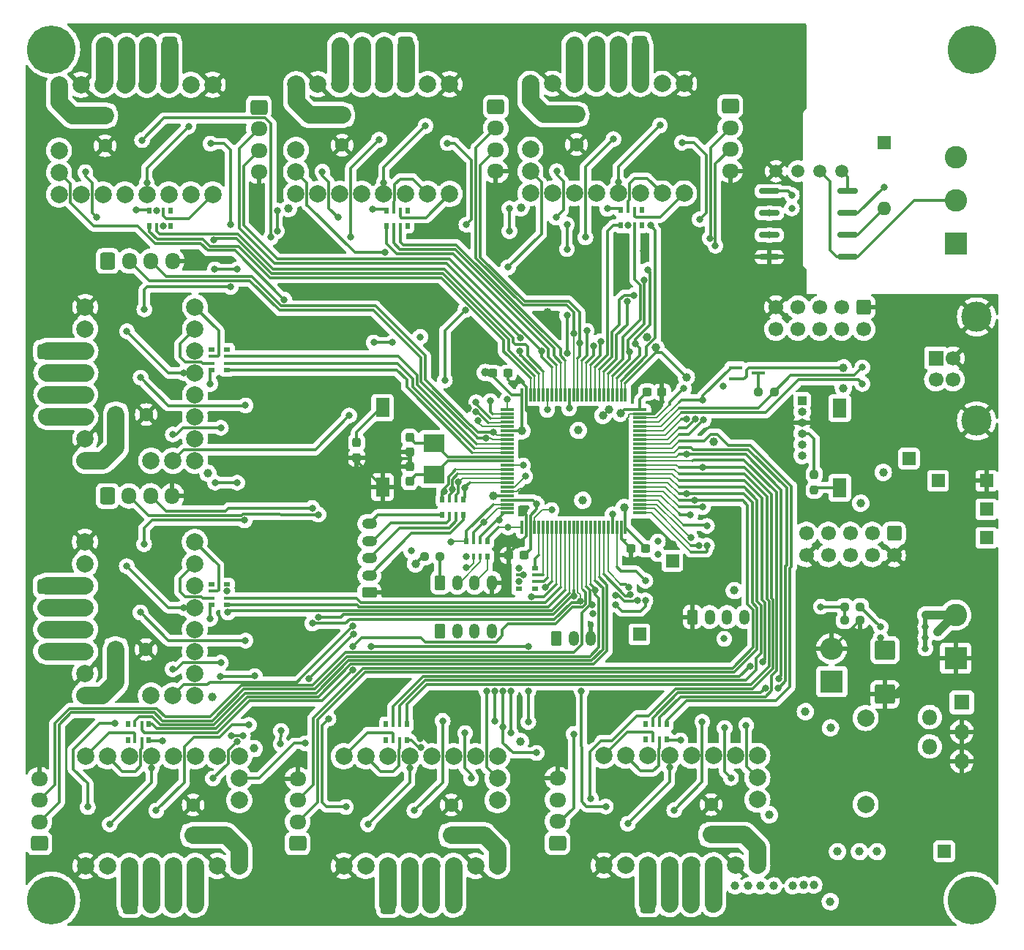
<source format=gbr>
%TF.GenerationSoftware,KiCad,Pcbnew,6.0.10*%
%TF.CreationDate,2023-01-16T16:43:20+03:00*%
%TF.ProjectId,multistepper,6d756c74-6973-4746-9570-7065722e6b69,rev?*%
%TF.SameCoordinates,Original*%
%TF.FileFunction,Copper,L1,Top*%
%TF.FilePolarity,Positive*%
%FSLAX46Y46*%
G04 Gerber Fmt 4.6, Leading zero omitted, Abs format (unit mm)*
G04 Created by KiCad (PCBNEW 6.0.10) date 2023-01-16 16:43:20*
%MOMM*%
%LPD*%
G01*
G04 APERTURE LIST*
G04 Aperture macros list*
%AMRoundRect*
0 Rectangle with rounded corners*
0 $1 Rounding radius*
0 $2 $3 $4 $5 $6 $7 $8 $9 X,Y pos of 4 corners*
0 Add a 4 corners polygon primitive as box body*
4,1,4,$2,$3,$4,$5,$6,$7,$8,$9,$2,$3,0*
0 Add four circle primitives for the rounded corners*
1,1,$1+$1,$2,$3*
1,1,$1+$1,$4,$5*
1,1,$1+$1,$6,$7*
1,1,$1+$1,$8,$9*
0 Add four rect primitives between the rounded corners*
20,1,$1+$1,$2,$3,$4,$5,0*
20,1,$1+$1,$4,$5,$6,$7,0*
20,1,$1+$1,$6,$7,$8,$9,0*
20,1,$1+$1,$8,$9,$2,$3,0*%
G04 Aperture macros list end*
%TA.AperFunction,SMDPad,CuDef*%
%ADD10RoundRect,0.237500X-0.300000X-0.237500X0.300000X-0.237500X0.300000X0.237500X-0.300000X0.237500X0*%
%TD*%
%TA.AperFunction,ComponentPad*%
%ADD11RoundRect,0.250000X0.600000X0.725000X-0.600000X0.725000X-0.600000X-0.725000X0.600000X-0.725000X0*%
%TD*%
%TA.AperFunction,ComponentPad*%
%ADD12O,1.700000X1.950000*%
%TD*%
%TA.AperFunction,ComponentPad*%
%ADD13RoundRect,0.250000X-0.725000X0.600000X-0.725000X-0.600000X0.725000X-0.600000X0.725000X0.600000X0*%
%TD*%
%TA.AperFunction,ComponentPad*%
%ADD14O,1.950000X1.700000*%
%TD*%
%TA.AperFunction,ComponentPad*%
%ADD15RoundRect,0.250000X0.625000X-0.350000X0.625000X0.350000X-0.625000X0.350000X-0.625000X-0.350000X0*%
%TD*%
%TA.AperFunction,ComponentPad*%
%ADD16O,1.750000X1.200000*%
%TD*%
%TA.AperFunction,ComponentPad*%
%ADD17RoundRect,0.250000X-0.600000X0.600000X-0.600000X-0.600000X0.600000X-0.600000X0.600000X0.600000X0*%
%TD*%
%TA.AperFunction,ComponentPad*%
%ADD18C,1.700000*%
%TD*%
%TA.AperFunction,SMDPad,CuDef*%
%ADD19R,1.600000X2.180000*%
%TD*%
%TA.AperFunction,ComponentPad*%
%ADD20RoundRect,0.250000X0.725000X-0.600000X0.725000X0.600000X-0.725000X0.600000X-0.725000X-0.600000X0*%
%TD*%
%TA.AperFunction,ComponentPad*%
%ADD21R,1.500000X1.500000*%
%TD*%
%TA.AperFunction,ComponentPad*%
%ADD22C,5.600000*%
%TD*%
%TA.AperFunction,ComponentPad*%
%ADD23R,1.600000X1.600000*%
%TD*%
%TA.AperFunction,ComponentPad*%
%ADD24O,1.600000X1.600000*%
%TD*%
%TA.AperFunction,ComponentPad*%
%ADD25C,1.600000*%
%TD*%
%TA.AperFunction,ComponentPad*%
%ADD26RoundRect,0.250000X-0.350000X-0.625000X0.350000X-0.625000X0.350000X0.625000X-0.350000X0.625000X0*%
%TD*%
%TA.AperFunction,ComponentPad*%
%ADD27O,1.200000X1.750000*%
%TD*%
%TA.AperFunction,ComponentPad*%
%ADD28RoundRect,0.250000X-0.600000X-0.725000X0.600000X-0.725000X0.600000X0.725000X-0.600000X0.725000X0*%
%TD*%
%TA.AperFunction,ComponentPad*%
%ADD29C,2.000000*%
%TD*%
%TA.AperFunction,SMDPad,CuDef*%
%ADD30R,0.500000X0.800000*%
%TD*%
%TA.AperFunction,SMDPad,CuDef*%
%ADD31R,0.400000X0.800000*%
%TD*%
%TA.AperFunction,SMDPad,CuDef*%
%ADD32R,0.800000X0.500000*%
%TD*%
%TA.AperFunction,SMDPad,CuDef*%
%ADD33R,0.800000X0.400000*%
%TD*%
%TA.AperFunction,ComponentPad*%
%ADD34R,2.600000X2.600000*%
%TD*%
%TA.AperFunction,ComponentPad*%
%ADD35C,2.600000*%
%TD*%
%TA.AperFunction,SMDPad,CuDef*%
%ADD36RoundRect,0.237500X-0.250000X-0.237500X0.250000X-0.237500X0.250000X0.237500X-0.250000X0.237500X0*%
%TD*%
%TA.AperFunction,ComponentPad*%
%ADD37R,1.000000X1.000000*%
%TD*%
%TA.AperFunction,ComponentPad*%
%ADD38O,1.000000X1.000000*%
%TD*%
%TA.AperFunction,SMDPad,CuDef*%
%ADD39RoundRect,0.075000X-0.725000X-0.075000X0.725000X-0.075000X0.725000X0.075000X-0.725000X0.075000X0*%
%TD*%
%TA.AperFunction,SMDPad,CuDef*%
%ADD40RoundRect,0.075000X-0.075000X-0.725000X0.075000X-0.725000X0.075000X0.725000X-0.075000X0.725000X0*%
%TD*%
%TA.AperFunction,SMDPad,CuDef*%
%ADD41RoundRect,0.237500X0.237500X-0.300000X0.237500X0.300000X-0.237500X0.300000X-0.237500X-0.300000X0*%
%TD*%
%TA.AperFunction,SMDPad,CuDef*%
%ADD42R,2.400000X2.000000*%
%TD*%
%TA.AperFunction,SMDPad,CuDef*%
%ADD43RoundRect,0.237500X0.237500X-0.250000X0.237500X0.250000X-0.237500X0.250000X-0.237500X-0.250000X0*%
%TD*%
%TA.AperFunction,SMDPad,CuDef*%
%ADD44RoundRect,0.237500X-0.237500X0.300000X-0.237500X-0.300000X0.237500X-0.300000X0.237500X0.300000X0*%
%TD*%
%TA.AperFunction,ComponentPad*%
%ADD45C,1.500000*%
%TD*%
%TA.AperFunction,ComponentPad*%
%ADD46O,2.600000X2.600000*%
%TD*%
%TA.AperFunction,SMDPad,CuDef*%
%ADD47RoundRect,0.162500X-1.012500X-0.162500X1.012500X-0.162500X1.012500X0.162500X-1.012500X0.162500X0*%
%TD*%
%TA.AperFunction,ComponentPad*%
%ADD48R,1.800000X1.800000*%
%TD*%
%TA.AperFunction,ComponentPad*%
%ADD49O,1.800000X1.800000*%
%TD*%
%TA.AperFunction,SMDPad,CuDef*%
%ADD50RoundRect,0.237500X0.300000X0.237500X-0.300000X0.237500X-0.300000X-0.237500X0.300000X-0.237500X0*%
%TD*%
%TA.AperFunction,SMDPad,CuDef*%
%ADD51RoundRect,0.237500X0.250000X0.237500X-0.250000X0.237500X-0.250000X-0.237500X0.250000X-0.237500X0*%
%TD*%
%TA.AperFunction,SMDPad,CuDef*%
%ADD52RoundRect,0.250000X-0.925000X0.875000X-0.925000X-0.875000X0.925000X-0.875000X0.925000X0.875000X0*%
%TD*%
%TA.AperFunction,ComponentPad*%
%ADD53R,1.700000X1.700000*%
%TD*%
%TA.AperFunction,ComponentPad*%
%ADD54C,3.500000*%
%TD*%
%TA.AperFunction,SMDPad,CuDef*%
%ADD55R,1.500000X0.450000*%
%TD*%
%TA.AperFunction,ViaPad*%
%ADD56C,1.000000*%
%TD*%
%TA.AperFunction,ViaPad*%
%ADD57C,0.800000*%
%TD*%
%TA.AperFunction,Conductor*%
%ADD58C,0.300000*%
%TD*%
%TA.AperFunction,Conductor*%
%ADD59C,0.200000*%
%TD*%
%TA.AperFunction,Conductor*%
%ADD60C,1.000000*%
%TD*%
%TA.AperFunction,Conductor*%
%ADD61C,0.500000*%
%TD*%
%TA.AperFunction,Conductor*%
%ADD62C,2.000000*%
%TD*%
G04 APERTURE END LIST*
D10*
%TO.P,C9,1*%
%TO.N,MCU3v3*%
X110035000Y-79502000D03*
%TO.P,C9,2*%
%TO.N,GND*%
X111760000Y-79502000D03*
%TD*%
D11*
%TO.P,J17,1,Pin_1*%
%TO.N,Net-(J17-Pad1)*%
X99921075Y-41501827D03*
D12*
%TO.P,J17,2,Pin_2*%
%TO.N,Net-(J17-Pad2)*%
X97421075Y-41501827D03*
%TO.P,J17,3,Pin_3*%
%TO.N,Net-(J17-Pad3)*%
X94921075Y-41501827D03*
%TO.P,J17,4,Pin_4*%
%TO.N,Net-(J17-Pad4)*%
X92421075Y-41501827D03*
%TD*%
D13*
%TO.P,J12,1,Pin_1*%
%TO.N,Net-(J12-Pad1)*%
X58374000Y-76974000D03*
D14*
%TO.P,J12,2,Pin_2*%
%TO.N,Net-(J12-Pad2)*%
X58374000Y-79474000D03*
%TO.P,J12,3,Pin_3*%
%TO.N,Net-(J12-Pad3)*%
X58374000Y-81974000D03*
%TO.P,J12,4,Pin_4*%
%TO.N,Net-(J12-Pad4)*%
X58374000Y-84474000D03*
%TD*%
D15*
%TO.P,J6,1,Pin_1*%
%TO.N,GND*%
X95758000Y-104902000D03*
D16*
%TO.P,J6,2,Pin_2*%
%TO.N,Net-(J6-Pad2)*%
X95758000Y-102902000D03*
%TO.P,J6,3,Pin_3*%
%TO.N,Net-(J6-Pad3)*%
X95758000Y-100902000D03*
%TO.P,J6,4,Pin_4*%
%TO.N,Net-(J6-Pad4)*%
X95758000Y-98902000D03*
%TO.P,J6,5,Pin_5*%
%TO.N,Net-(J6-Pad5)*%
X95758000Y-96902000D03*
%TD*%
D17*
%TO.P,J2,1,Pin_1*%
%TO.N,GND*%
X152958800Y-71840700D03*
D18*
%TO.P,J2,2,Pin_2*%
%TO.N,Net-(J2-Pad2)*%
X152958800Y-74380700D03*
%TO.P,J2,3,Pin_3*%
%TO.N,Net-(J2-Pad3)*%
X150418800Y-71840700D03*
%TO.P,J2,4,Pin_4*%
%TO.N,Net-(J2-Pad4)*%
X150418800Y-74380700D03*
%TO.P,J2,5,Pin_5*%
%TO.N,Net-(J2-Pad5)*%
X147878800Y-71840700D03*
%TO.P,J2,6,Pin_6*%
%TO.N,Net-(J2-Pad6)*%
X147878800Y-74380700D03*
%TO.P,J2,7,Pin_7*%
%TO.N,Net-(J2-Pad7)*%
X145338800Y-71840700D03*
%TO.P,J2,8,Pin_8*%
%TO.N,Net-(J2-Pad8)*%
X145338800Y-74380700D03*
%TO.P,J2,9,Pin_9*%
%TO.N,GND*%
X142798800Y-71840700D03*
%TO.P,J2,10,Pin_10*%
%TO.N,Net-(J2-Pad10)*%
X142798800Y-74380700D03*
%TD*%
D19*
%TO.P,SW2,1,1*%
%TO.N,/MCU base/BOOT0*%
X150164800Y-83548000D03*
%TO.P,SW2,2,2*%
%TO.N,MCU3v3*%
X150164800Y-92728000D03*
%TD*%
D20*
%TO.P,J22,1,Pin_1*%
%TO.N,Net-(J22-Pad1)*%
X87466000Y-133934000D03*
D14*
%TO.P,J22,2,Pin_2*%
%TO.N,M5_L0*%
X87466000Y-131434000D03*
%TO.P,J22,3,Pin_3*%
%TO.N,M5_L1*%
X87466000Y-128934000D03*
%TO.P,J22,4,Pin_4*%
%TO.N,GND*%
X87466000Y-126434000D03*
%TD*%
D21*
%TO.P,TP7,1,1*%
%TO.N,+5V*%
X161544000Y-91948000D03*
%TD*%
D22*
%TO.P,H4,1*%
%TO.N,N/C*%
X165500000Y-140500000D03*
%TD*%
D23*
%TO.P,SW3,1*%
%TO.N,Net-(R18-Pad1)*%
X155295600Y-52832000D03*
D24*
%TO.P,SW3,2*%
%TO.N,/CANL*%
X155295600Y-60452000D03*
%TD*%
D23*
%TO.P,C24,1*%
%TO.N,/Motors/Vm*%
X105246000Y-132978000D03*
D25*
%TO.P,C24,2*%
%TO.N,GND*%
X105246000Y-129478000D03*
%TD*%
D26*
%TO.P,J5,1,Pin_1*%
%TO.N,Net-(J4-Pad1)*%
X103934000Y-103733600D03*
D27*
%TO.P,J5,2,Pin_2*%
%TO.N,ADC2*%
X105934000Y-103733600D03*
%TO.P,J5,3,Pin_3*%
%TO.N,ADC3*%
X107934000Y-103733600D03*
%TO.P,J5,4,Pin_4*%
%TO.N,GND*%
X109934000Y-103733600D03*
%TD*%
D28*
%TO.P,J11,1,Pin_1*%
%TO.N,Net-(J11-Pad1)*%
X65500000Y-66500000D03*
D12*
%TO.P,J11,2,Pin_2*%
%TO.N,M0_L0*%
X68000000Y-66500000D03*
%TO.P,J11,3,Pin_3*%
%TO.N,M0_L1*%
X70500000Y-66500000D03*
%TO.P,J11,4,Pin_4*%
%TO.N,GND*%
X73000000Y-66500000D03*
%TD*%
D29*
%TO.P,XX5,1,~{EN}*%
%TO.N,/Motors/stepper_M5/~{ENx}*%
X140640000Y-123774000D03*
%TO.P,XX5,2,MS1*%
%TO.N,/Motors/stepper_M5/MS1*%
X138100000Y-123774000D03*
%TO.P,XX5,3,MS2*%
%TO.N,/Motors/stepper_M5/MS2*%
X135560000Y-123774000D03*
%TO.P,XX5,4,SPREAD*%
%TO.N,/Motors/stepper_M5/SPR*%
X133020000Y-123774000D03*
%TO.P,XX5,5,PDN_UART*%
%TO.N,/Motors/stepper_M5/U*%
X130480000Y-123774000D03*
%TO.P,XX5,6,CLK*%
%TO.N,/Motors/stepper_M5/CLK*%
X127940000Y-123774000D03*
%TO.P,XX5,7,STEP*%
%TO.N,/Motors/stepper_M5/STEPx*%
X125400000Y-123774000D03*
%TO.P,XX5,8,DIR*%
%TO.N,/Motors/stepper_M5/DIRx*%
X122860000Y-123774000D03*
%TO.P,XX5,9,GND*%
%TO.N,GND*%
X122860000Y-136474000D03*
%TO.P,XX5,10,VIO*%
%TO.N,Vio*%
X125400000Y-136474000D03*
%TO.P,XX5,11,M1B*%
%TO.N,Net-(J21-Pad1)*%
X127940000Y-136474000D03*
%TO.P,XX5,12,M1A*%
%TO.N,Net-(J21-Pad2)*%
X130480000Y-136474000D03*
%TO.P,XX5,13,M2A*%
%TO.N,Net-(J21-Pad3)*%
X133020000Y-136474000D03*
%TO.P,XX5,14,M2B*%
%TO.N,Net-(J21-Pad4)*%
X135560000Y-136474000D03*
%TO.P,XX5,15,GND*%
%TO.N,GND*%
X138100000Y-136474000D03*
%TO.P,XX5,16,Vmot*%
%TO.N,/Motors/Vm*%
X140640000Y-136474000D03*
%TO.P,XX5,17,DIAG*%
%TO.N,/Motors/DIAG4*%
X140640000Y-126314000D03*
%TO.P,XX5,18,INDEX*%
%TO.N,unconnected-(XX5-Pad18)*%
X140640000Y-128854000D03*
%TD*%
D30*
%TO.P,RN11,1,R1.1*%
%TO.N,unconnected-(RN11-Pad1)*%
X127270450Y-60560000D03*
D31*
%TO.P,RN11,2,R2.1*%
%TO.N,/Motors/stepper_M4/DIRx*%
X126470450Y-60560000D03*
%TO.P,RN11,3,R3.1*%
%TO.N,/Motors/stepper_M4/STEPx*%
X125670450Y-60560000D03*
D30*
%TO.P,RN11,4,R4.1*%
%TO.N,/Motors/stepper_M4/~{ENx}*%
X124870450Y-60560000D03*
%TO.P,RN11,5,R4.2*%
%TO.N,M3_EN*%
X124870450Y-62360000D03*
D31*
%TO.P,RN11,6,R3.2*%
%TO.N,M3_STEP*%
X125670450Y-62360000D03*
%TO.P,RN11,7,R2.2*%
%TO.N,M3_DIR*%
X126470450Y-62360000D03*
D30*
%TO.P,RN11,8,R1.2*%
%TO.N,unconnected-(RN11-Pad8)*%
X127270450Y-62360000D03*
%TD*%
D26*
%TO.P,J13,1,Pin_1*%
%TO.N,Net-(J13-Pad1)*%
X117380000Y-110194000D03*
D27*
%TO.P,J13,2,Pin_2*%
%TO.N,Net-(J13-Pad2)*%
X119380000Y-110194000D03*
%TO.P,J13,3,Pin_3*%
%TO.N,GND*%
X121380000Y-110194000D03*
%TD*%
D29*
%TO.P,XX8,1,~{EN}*%
%TO.N,/Motors/stepper_M8/~{ENx}*%
X75572000Y-116801600D03*
%TO.P,XX8,2,MS1*%
%TO.N,/Motors/stepper_M8/MS1*%
X75572000Y-114261600D03*
%TO.P,XX8,3,MS2*%
%TO.N,/Motors/stepper_M8/MS2*%
X75572000Y-111721600D03*
%TO.P,XX8,4,SPREAD*%
%TO.N,/Motors/stepper_M8/SPR*%
X75572000Y-109181600D03*
%TO.P,XX8,5,PDN_UART*%
%TO.N,/Motors/stepper_M8/U*%
X75572000Y-106641600D03*
%TO.P,XX8,6,CLK*%
%TO.N,/Motors/stepper_M8/CLK*%
X75572000Y-104101600D03*
%TO.P,XX8,7,STEP*%
%TO.N,/Motors/stepper_M8/STEPx*%
X75572000Y-101561600D03*
%TO.P,XX8,8,DIR*%
%TO.N,/Motors/stepper_M8/DIRx*%
X75572000Y-99021600D03*
%TO.P,XX8,9,GND*%
%TO.N,GND*%
X62872000Y-99021600D03*
%TO.P,XX8,10,VIO*%
%TO.N,Vio*%
X62872000Y-101561600D03*
%TO.P,XX8,11,M1B*%
%TO.N,Net-(J27-Pad1)*%
X62872000Y-104101600D03*
%TO.P,XX8,12,M1A*%
%TO.N,Net-(J27-Pad2)*%
X62872000Y-106641600D03*
%TO.P,XX8,13,M2A*%
%TO.N,Net-(J27-Pad3)*%
X62872000Y-109181600D03*
%TO.P,XX8,14,M2B*%
%TO.N,Net-(J27-Pad4)*%
X62872000Y-111721600D03*
%TO.P,XX8,15,GND*%
%TO.N,GND*%
X62872000Y-114261600D03*
%TO.P,XX8,16,Vmot*%
%TO.N,/Motors/Vm*%
X62872000Y-116801600D03*
%TO.P,XX8,17,DIAG*%
%TO.N,/Motors/DIAG7*%
X73032000Y-116801600D03*
%TO.P,XX8,18,INDEX*%
%TO.N,unconnected-(XX8-Pad18)*%
X70492000Y-116801600D03*
%TD*%
%TO.P,XX3,1,~{EN}*%
%TO.N,/Motors/stepper_M3/~{ENx}*%
X87281075Y-58727827D03*
%TO.P,XX3,2,MS1*%
%TO.N,/Motors/stepper_M3/MS1*%
X89821075Y-58727827D03*
%TO.P,XX3,3,MS2*%
%TO.N,/Motors/stepper_M3/MS2*%
X92361075Y-58727827D03*
%TO.P,XX3,4,SPREAD*%
%TO.N,/Motors/stepper_M3/SPR*%
X94901075Y-58727827D03*
%TO.P,XX3,5,PDN_UART*%
%TO.N,/Motors/stepper_M3/U*%
X97441075Y-58727827D03*
%TO.P,XX3,6,CLK*%
%TO.N,/Motors/stepper_M3/CLK*%
X99981075Y-58727827D03*
%TO.P,XX3,7,STEP*%
%TO.N,/Motors/stepper_M3/STEPx*%
X102521075Y-58727827D03*
%TO.P,XX3,8,DIR*%
%TO.N,/Motors/stepper_M3/DIRx*%
X105061075Y-58727827D03*
%TO.P,XX3,9,GND*%
%TO.N,GND*%
X105061075Y-46027827D03*
%TO.P,XX3,10,VIO*%
%TO.N,Vio*%
X102521075Y-46027827D03*
%TO.P,XX3,11,M1B*%
%TO.N,Net-(J17-Pad1)*%
X99981075Y-46027827D03*
%TO.P,XX3,12,M1A*%
%TO.N,Net-(J17-Pad2)*%
X97441075Y-46027827D03*
%TO.P,XX3,13,M2A*%
%TO.N,Net-(J17-Pad3)*%
X94901075Y-46027827D03*
%TO.P,XX3,14,M2B*%
%TO.N,Net-(J17-Pad4)*%
X92361075Y-46027827D03*
%TO.P,XX3,15,GND*%
%TO.N,GND*%
X89821075Y-46027827D03*
%TO.P,XX3,16,Vmot*%
%TO.N,/Motors/Vm*%
X87281075Y-46027827D03*
%TO.P,XX3,17,DIAG*%
%TO.N,/Motors/DIAG2*%
X87281075Y-56187827D03*
%TO.P,XX3,18,INDEX*%
%TO.N,unconnected-(XX3-Pad18)*%
X87281075Y-53647827D03*
%TD*%
D32*
%TO.P,RN7,1,R1.1*%
%TO.N,/Motors/SCK*%
X113095200Y-102025600D03*
D33*
%TO.P,RN7,2,R2.1*%
%TO.N,/Motors/MISO*%
X113095200Y-102825600D03*
%TO.P,RN7,3,R3.1*%
%TO.N,/Motors/MOSI*%
X113095200Y-103625600D03*
D32*
%TO.P,RN7,4,R4.1*%
%TO.N,unconnected-(RN7-Pad4)*%
X113095200Y-104425600D03*
%TO.P,RN7,5,R4.2*%
%TO.N,unconnected-(RN7-Pad5)*%
X114895200Y-104425600D03*
D33*
%TO.P,RN7,6,R3.2*%
%TO.N,TMC_MOSI*%
X114895200Y-103625600D03*
%TO.P,RN7,7,R2.2*%
%TO.N,TMC_MISO*%
X114895200Y-102825600D03*
D32*
%TO.P,RN7,8,R1.2*%
%TO.N,TMC_SCK*%
X114895200Y-102025600D03*
%TD*%
D34*
%TO.P,J10,1,Pin_1*%
%TO.N,GND*%
X163576000Y-112482000D03*
D35*
%TO.P,J10,2,Pin_2*%
%TO.N,Net-(J10-Pad2)*%
X163576000Y-107482000D03*
%TD*%
D36*
%TO.P,R33,1*%
%TO.N,Net-(Q3-Pad3)*%
X140768700Y-81635600D03*
%TO.P,R33,2*%
%TO.N,USB_DP*%
X142593700Y-81635600D03*
%TD*%
D17*
%TO.P,J3,1,Pin_1*%
%TO.N,Net-(J3-Pad1)*%
X156464000Y-98044000D03*
D18*
%TO.P,J3,2,Pin_2*%
%TO.N,GND*%
X156464000Y-100584000D03*
%TO.P,J3,3,Pin_3*%
%TO.N,Net-(J3-Pad3)*%
X153924000Y-98044000D03*
%TO.P,J3,4,Pin_4*%
%TO.N,Net-(J3-Pad4)*%
X153924000Y-100584000D03*
%TO.P,J3,5,Pin_5*%
%TO.N,Net-(J3-Pad5)*%
X151384000Y-98044000D03*
%TO.P,J3,6,Pin_6*%
%TO.N,Net-(J3-Pad6)*%
X151384000Y-100584000D03*
%TO.P,J3,7,Pin_7*%
%TO.N,Net-(J3-Pad7)*%
X148844000Y-98044000D03*
%TO.P,J3,8,Pin_8*%
%TO.N,Net-(J3-Pad8)*%
X148844000Y-100584000D03*
%TO.P,J3,9,Pin_9*%
%TO.N,Net-(J3-Pad9)*%
X146304000Y-98044000D03*
%TO.P,J3,10,Pin_10*%
%TO.N,GND*%
X146304000Y-100584000D03*
%TD*%
D21*
%TO.P,TP3,1,1*%
%TO.N,GND*%
X167132000Y-91948000D03*
%TD*%
D37*
%TO.P,J1,1,Pin_1*%
%TO.N,/MCU base/SWCLK*%
X145821000Y-82677000D03*
D38*
%TO.P,J1,2,Pin_2*%
%TO.N,/MCU base/SWDIO*%
X145821000Y-83947000D03*
%TO.P,J1,3,Pin_3*%
%TO.N,GND*%
X145821000Y-85217000D03*
%TO.P,J1,4,Pin_4*%
%TO.N,Net-(J1-Pad4)*%
X145821000Y-86487000D03*
%TO.P,J1,5,Pin_5*%
%TO.N,/MCU base/BOOT0*%
X145821000Y-87757000D03*
%TO.P,J1,6,Pin_6*%
%TO.N,/MCU base/NRST*%
X145821000Y-89027000D03*
%TD*%
D20*
%TO.P,J24,1,Pin_1*%
%TO.N,Net-(J24-Pad1)*%
X57604925Y-133934000D03*
D14*
%TO.P,J24,2,Pin_2*%
%TO.N,M6_L0*%
X57604925Y-131434000D03*
%TO.P,J24,3,Pin_3*%
%TO.N,M6_L1*%
X57604925Y-128934000D03*
%TO.P,J24,4,Pin_4*%
%TO.N,GND*%
X57604925Y-126434000D03*
%TD*%
D39*
%TO.P,U1,1,PE2*%
%TO.N,/MCU base/Diagn*%
X111705000Y-83662000D03*
%TO.P,U1,2,PE3*%
%TO.N,MUL0*%
X111705000Y-84162000D03*
%TO.P,U1,3,PE4*%
%TO.N,MUL1*%
X111705000Y-84662000D03*
%TO.P,U1,4,PE5*%
%TO.N,MUL2*%
X111705000Y-85162000D03*
%TO.P,U1,5,PE6*%
%TO.N,MUL_EN*%
X111705000Y-85662000D03*
%TO.P,U1,6,VBAT*%
%TO.N,MCU3v3*%
X111705000Y-86162000D03*
%TO.P,U1,7,PC13*%
%TO.N,M0_L1*%
X111705000Y-86662000D03*
%TO.P,U1,8,PC14*%
%TO.N,M0_L0*%
X111705000Y-87162000D03*
%TO.P,U1,9,PC15*%
%TO.N,M0_DIR*%
X111705000Y-87662000D03*
%TO.P,U1,10,PF9*%
%TO.N,M0_STEP*%
X111705000Y-88162000D03*
%TO.P,U1,11,PF10*%
%TO.N,M0_EN*%
X111705000Y-88662000D03*
%TO.P,U1,12,PF0*%
%TO.N,/MCU base/OSC_IN*%
X111705000Y-89162000D03*
%TO.P,U1,13,PF1*%
%TO.N,/MCU base/OSC_OUT*%
X111705000Y-89662000D03*
%TO.P,U1,14,NRST*%
%TO.N,/MCU base/NRST*%
X111705000Y-90162000D03*
%TO.P,U1,15,PC0*%
%TO.N,/MCU base/MOT_MUL0*%
X111705000Y-90662000D03*
%TO.P,U1,16,PC1*%
%TO.N,/MCU base/MOT_MUL1*%
X111705000Y-91162000D03*
%TO.P,U1,17,PC2*%
%TO.N,/MCU base/MOT_MUL2*%
X111705000Y-91662000D03*
%TO.P,U1,18,PC3*%
%TO.N,/MCU base/MOT_MUL_EN*%
X111705000Y-92162000D03*
%TO.P,U1,19,PF2*%
%TO.N,/MCU base/A5*%
X111705000Y-92662000D03*
%TO.P,U1,20,VSSA*%
%TO.N,GND*%
X111705000Y-93162000D03*
%TO.P,U1,21,VREF+*%
%TO.N,+3.3VADC*%
X111705000Y-93662000D03*
%TO.P,U1,22,VDDA*%
%TO.N,MCU3v3*%
X111705000Y-94162000D03*
%TO.P,U1,23,PA0*%
%TO.N,/MCU base/A0*%
X111705000Y-94662000D03*
%TO.P,U1,24,PA1*%
%TO.N,/MCU base/A1*%
X111705000Y-95162000D03*
%TO.P,U1,25,PA2*%
%TO.N,/MCU base/A2*%
X111705000Y-95662000D03*
D40*
%TO.P,U1,26,PA3*%
%TO.N,/MCU base/A3*%
X113380000Y-97337000D03*
%TO.P,U1,27,VSS*%
%TO.N,GND*%
X113880000Y-97337000D03*
%TO.P,U1,28,VDD*%
%TO.N,MCU3v3*%
X114380000Y-97337000D03*
%TO.P,U1,29,PA4*%
%TO.N,/MCU base/A4*%
X114880000Y-97337000D03*
%TO.P,U1,30,PA5*%
%TO.N,TMC_SCK*%
X115380000Y-97337000D03*
%TO.P,U1,31,PA6*%
%TO.N,TMC_MISO*%
X115880000Y-97337000D03*
%TO.P,U1,32,PA7*%
%TO.N,TMC_MOSI*%
X116380000Y-97337000D03*
%TO.P,U1,33,PC4*%
%TO.N,/MCU base/USART1_TX*%
X116880000Y-97337000D03*
%TO.P,U1,34,PC5*%
%TO.N,/MCU base/USART1_RX*%
X117380000Y-97337000D03*
%TO.P,U1,35,PB0*%
%TO.N,M7_STEP*%
X117880000Y-97337000D03*
%TO.P,U1,36,PB1*%
%TO.N,M7_EN*%
X118380000Y-97337000D03*
%TO.P,U1,37,PB2*%
%TO.N,M7_DIR*%
X118880000Y-97337000D03*
%TO.P,U1,38,PE7*%
%TO.N,M7_L0*%
X119380000Y-97337000D03*
%TO.P,U1,39,PE8*%
%TO.N,M7_L1*%
X119880000Y-97337000D03*
%TO.P,U1,40,PE9*%
%TO.N,M6_STEP*%
X120380000Y-97337000D03*
%TO.P,U1,41,PE10*%
%TO.N,M6_L1*%
X120880000Y-97337000D03*
%TO.P,U1,42,PE11*%
%TO.N,M6_L0*%
X121380000Y-97337000D03*
%TO.P,U1,43,PE12*%
%TO.N,M6_DIR*%
X121880000Y-97337000D03*
%TO.P,U1,44,PE13*%
%TO.N,M6_EN*%
X122380000Y-97337000D03*
%TO.P,U1,45,PE14*%
%TO.N,/MCU base/OUT2*%
X122880000Y-97337000D03*
%TO.P,U1,46,PE15*%
%TO.N,/MCU base/OUT1*%
X123380000Y-97337000D03*
%TO.P,U1,47,PB10*%
%TO.N,USART3_TX*%
X123880000Y-97337000D03*
%TO.P,U1,48,PB11*%
%TO.N,/MCU base/OUT0*%
X124380000Y-97337000D03*
%TO.P,U1,49,VSS*%
%TO.N,GND*%
X124880000Y-97337000D03*
%TO.P,U1,50,VDD*%
%TO.N,MCU3v3*%
X125380000Y-97337000D03*
D39*
%TO.P,U1,51,PB12*%
%TO.N,/MCU base/SCRN_DCRS*%
X127055000Y-95662000D03*
%TO.P,U1,52,PB13*%
%TO.N,/MCU base/SCRN_SCK*%
X127055000Y-95162000D03*
%TO.P,U1,53,PB14*%
%TO.N,/MCU base/SCRN_MISO*%
X127055000Y-94662000D03*
%TO.P,U1,54,PB15*%
%TO.N,/MCU base/SCRN_MOSI*%
X127055000Y-94162000D03*
%TO.P,U1,55,PD8*%
%TO.N,/MCU base/SCRN_RST*%
X127055000Y-93662000D03*
%TO.P,U1,56,PD9*%
%TO.N,/MCU base/SCRN_CS*%
X127055000Y-93162000D03*
%TO.P,U1,57,PD10*%
%TO.N,M5_L1*%
X127055000Y-92662000D03*
%TO.P,U1,58,PD11*%
%TO.N,M5_L0*%
X127055000Y-92162000D03*
%TO.P,U1,59,PD12*%
%TO.N,M5_STEP*%
X127055000Y-91662000D03*
%TO.P,U1,60,PD13*%
%TO.N,M5_DIR*%
X127055000Y-91162000D03*
%TO.P,U1,61,PD14*%
%TO.N,M5_EN*%
X127055000Y-90662000D03*
%TO.P,U1,62,PD15*%
%TO.N,M4_L1*%
X127055000Y-90162000D03*
%TO.P,U1,63,PC6*%
%TO.N,M4_STEP*%
X127055000Y-89662000D03*
%TO.P,U1,64,PC7*%
%TO.N,M4_L0*%
X127055000Y-89162000D03*
%TO.P,U1,65,PC8*%
%TO.N,M4_DIR*%
X127055000Y-88662000D03*
%TO.P,U1,66,PC9*%
%TO.N,M4_EN*%
X127055000Y-88162000D03*
%TO.P,U1,67,PA8*%
%TO.N,/MCU base/BTN0*%
X127055000Y-87662000D03*
%TO.P,U1,68,PA9*%
%TO.N,/MCU base/BTN1*%
X127055000Y-87162000D03*
%TO.P,U1,69,PA10*%
%TO.N,/MCU base/BTN2_SDA*%
X127055000Y-86662000D03*
%TO.P,U1,70,PA11*%
%TO.N,USB_DM*%
X127055000Y-86162000D03*
%TO.P,U1,71,PA12*%
%TO.N,USB_DP*%
X127055000Y-85662000D03*
%TO.P,U1,72,PA13*%
%TO.N,/MCU base/SWDIO*%
X127055000Y-85162000D03*
%TO.P,U1,73,PF6*%
%TO.N,/MCU base/BTN3_SCL*%
X127055000Y-84662000D03*
%TO.P,U1,74,VSS*%
%TO.N,GND*%
X127055000Y-84162000D03*
%TO.P,U1,75,VDD*%
%TO.N,MCU3v3*%
X127055000Y-83662000D03*
D40*
%TO.P,U1,76,PA14*%
%TO.N,/MCU base/SWCLK*%
X125380000Y-81987000D03*
%TO.P,U1,77,PA15*%
%TO.N,M3_STEP*%
X124880000Y-81987000D03*
%TO.P,U1,78,PC10*%
%TO.N,M3_L0*%
X124380000Y-81987000D03*
%TO.P,U1,79,PC11*%
%TO.N,M3_L1*%
X123880000Y-81987000D03*
%TO.P,U1,80,PC12*%
%TO.N,M3_DIR*%
X123380000Y-81987000D03*
%TO.P,U1,81,PD0*%
%TO.N,CAN_RX*%
X122880000Y-81987000D03*
%TO.P,U1,82,PD1*%
%TO.N,CAN_TX*%
X122380000Y-81987000D03*
%TO.P,U1,83,PD2*%
%TO.N,M3_EN*%
X121880000Y-81987000D03*
%TO.P,U1,84,PD3*%
%TO.N,/MCU base/BTN4*%
X121380000Y-81987000D03*
%TO.P,U1,85,PD4*%
%TO.N,/MCU base/BTN5*%
X120880000Y-81987000D03*
%TO.P,U1,86,PD5*%
%TO.N,/MCU base/BTN6*%
X120380000Y-81987000D03*
%TO.P,U1,87,PD6*%
%TO.N,M2_L1*%
X119880000Y-81987000D03*
%TO.P,U1,88,PD7*%
%TO.N,M2_L0*%
X119380000Y-81987000D03*
%TO.P,U1,89,PB3*%
%TO.N,USART2_TX*%
X118880000Y-81987000D03*
%TO.P,U1,90,PB4*%
%TO.N,M2_DIR*%
X118380000Y-81987000D03*
%TO.P,U1,91,PB5*%
%TO.N,M2_STEP*%
X117880000Y-81987000D03*
%TO.P,U1,92,PB6*%
%TO.N,M2_EN*%
X117380000Y-81987000D03*
%TO.P,U1,93,PB7*%
%TO.N,M1_L1*%
X116880000Y-81987000D03*
%TO.P,U1,94,BOOT0*%
%TO.N,/MCU base/BOOT0*%
X116380000Y-81987000D03*
%TO.P,U1,95,PB8*%
%TO.N,M1_STEP*%
X115880000Y-81987000D03*
%TO.P,U1,96,PB9*%
%TO.N,M1_L0*%
X115380000Y-81987000D03*
%TO.P,U1,97,PE0*%
%TO.N,M1_DIR*%
X114880000Y-81987000D03*
%TO.P,U1,98,PE1*%
%TO.N,M1_EN*%
X114380000Y-81987000D03*
%TO.P,U1,99,VSS*%
%TO.N,GND*%
X113880000Y-81987000D03*
%TO.P,U1,100,VDD*%
%TO.N,MCU3v3*%
X113380000Y-81987000D03*
%TD*%
D22*
%TO.P,H1,1*%
%TO.N,N/C*%
X59000000Y-42000000D03*
%TD*%
D23*
%TO.P,C23,1*%
%TO.N,/Motors/Vm*%
X135306000Y-132918000D03*
D25*
%TO.P,C23,2*%
%TO.N,GND*%
X135306000Y-129418000D03*
%TD*%
D41*
%TO.P,C4,1*%
%TO.N,/MCU base/OSC_OUT*%
X100417350Y-91997700D03*
%TO.P,C4,2*%
%TO.N,GND*%
X100417350Y-90272700D03*
%TD*%
D11*
%TO.P,J19,1,Pin_1*%
%TO.N,Net-(J19-Pad1)*%
X127026450Y-41440000D03*
D12*
%TO.P,J19,2,Pin_2*%
%TO.N,Net-(J19-Pad2)*%
X124526450Y-41440000D03*
%TO.P,J19,3,Pin_3*%
%TO.N,Net-(J19-Pad3)*%
X122026450Y-41440000D03*
%TO.P,J19,4,Pin_4*%
%TO.N,Net-(J19-Pad4)*%
X119526450Y-41440000D03*
%TD*%
D21*
%TO.P,TP2,1,1*%
%TO.N,Vdrive*%
X167132000Y-95250000D03*
%TD*%
D13*
%TO.P,J14,1,Pin_1*%
%TO.N,Net-(J14-Pad1)*%
X82974000Y-48689654D03*
D14*
%TO.P,J14,2,Pin_2*%
%TO.N,M1_L0*%
X82974000Y-51189654D03*
%TO.P,J14,3,Pin_3*%
%TO.N,M1_L1*%
X82974000Y-53689654D03*
%TO.P,J14,4,Pin_4*%
%TO.N,GND*%
X82974000Y-56189654D03*
%TD*%
D22*
%TO.P,H3,1*%
%TO.N,N/C*%
X59000000Y-140500000D03*
%TD*%
D28*
%TO.P,J23,1,Pin_1*%
%TO.N,Net-(J23-Pad1)*%
X97940000Y-141060000D03*
D12*
%TO.P,J23,2,Pin_2*%
%TO.N,Net-(J23-Pad2)*%
X100440000Y-141060000D03*
%TO.P,J23,3,Pin_3*%
%TO.N,Net-(J23-Pad3)*%
X102940000Y-141060000D03*
%TO.P,J23,4,Pin_4*%
%TO.N,Net-(J23-Pad4)*%
X105440000Y-141060000D03*
%TD*%
D42*
%TO.P,Y1,1,1*%
%TO.N,/MCU base/OSC_IN*%
X103225600Y-87558000D03*
%TO.P,Y1,2,2*%
%TO.N,/MCU base/OSC_OUT*%
X103225600Y-91258000D03*
%TD*%
D28*
%TO.P,J25,1,Pin_1*%
%TO.N,Net-(J25-Pad1)*%
X68078925Y-141060000D03*
D12*
%TO.P,J25,2,Pin_2*%
%TO.N,Net-(J25-Pad2)*%
X70578925Y-141060000D03*
%TO.P,J25,3,Pin_3*%
%TO.N,Net-(J25-Pad3)*%
X73078925Y-141060000D03*
%TO.P,J25,4,Pin_4*%
%TO.N,Net-(J25-Pad4)*%
X75578925Y-141060000D03*
%TD*%
D29*
%TO.P,XX4,1,~{EN}*%
%TO.N,/Motors/stepper_M4/~{ENx}*%
X114386450Y-58666000D03*
%TO.P,XX4,2,MS1*%
%TO.N,/Motors/stepper_M4/MS1*%
X116926450Y-58666000D03*
%TO.P,XX4,3,MS2*%
%TO.N,/Motors/stepper_M4/MS2*%
X119466450Y-58666000D03*
%TO.P,XX4,4,SPREAD*%
%TO.N,/Motors/stepper_M4/SPR*%
X122006450Y-58666000D03*
%TO.P,XX4,5,PDN_UART*%
%TO.N,/Motors/stepper_M4/U*%
X124546450Y-58666000D03*
%TO.P,XX4,6,CLK*%
%TO.N,/Motors/stepper_M4/CLK*%
X127086450Y-58666000D03*
%TO.P,XX4,7,STEP*%
%TO.N,/Motors/stepper_M4/STEPx*%
X129626450Y-58666000D03*
%TO.P,XX4,8,DIR*%
%TO.N,/Motors/stepper_M4/DIRx*%
X132166450Y-58666000D03*
%TO.P,XX4,9,GND*%
%TO.N,GND*%
X132166450Y-45966000D03*
%TO.P,XX4,10,VIO*%
%TO.N,Vio*%
X129626450Y-45966000D03*
%TO.P,XX4,11,M1B*%
%TO.N,Net-(J19-Pad1)*%
X127086450Y-45966000D03*
%TO.P,XX4,12,M1A*%
%TO.N,Net-(J19-Pad2)*%
X124546450Y-45966000D03*
%TO.P,XX4,13,M2A*%
%TO.N,Net-(J19-Pad3)*%
X122006450Y-45966000D03*
%TO.P,XX4,14,M2B*%
%TO.N,Net-(J19-Pad4)*%
X119466450Y-45966000D03*
%TO.P,XX4,15,GND*%
%TO.N,GND*%
X116926450Y-45966000D03*
%TO.P,XX4,16,Vmot*%
%TO.N,/Motors/Vm*%
X114386450Y-45966000D03*
%TO.P,XX4,17,DIAG*%
%TO.N,/Motors/DIAG3*%
X114386450Y-56126000D03*
%TO.P,XX4,18,INDEX*%
%TO.N,unconnected-(XX4-Pad18)*%
X114386450Y-53586000D03*
%TD*%
D30*
%TO.P,RN6,1,R1.1*%
%TO.N,Net-(J6-Pad5)*%
X104210000Y-95896000D03*
D31*
%TO.P,RN6,2,R2.1*%
%TO.N,Net-(J6-Pad4)*%
X105010000Y-95896000D03*
%TO.P,RN6,3,R3.1*%
%TO.N,Net-(J6-Pad3)*%
X105810000Y-95896000D03*
D30*
%TO.P,RN6,4,R4.1*%
%TO.N,Net-(J6-Pad2)*%
X106610000Y-95896000D03*
%TO.P,RN6,5,R4.2*%
%TO.N,/MCU base/MOT_MUL_EN*%
X106610000Y-94096000D03*
D31*
%TO.P,RN6,6,R3.2*%
%TO.N,/MCU base/MOT_MUL2*%
X105810000Y-94096000D03*
%TO.P,RN6,7,R2.2*%
%TO.N,/MCU base/MOT_MUL1*%
X105010000Y-94096000D03*
D30*
%TO.P,RN6,8,R1.2*%
%TO.N,/MCU base/MOT_MUL0*%
X104210000Y-94096000D03*
%TD*%
D43*
%TO.P,R2,1*%
%TO.N,MCU3v3*%
X147218400Y-93012900D03*
%TO.P,R2,2*%
%TO.N,Net-(J1-Pad4)*%
X147218400Y-91187900D03*
%TD*%
D10*
%TO.P,C5,1*%
%TO.N,MCU3v3*%
X127889000Y-81661000D03*
%TO.P,C5,2*%
%TO.N,GND*%
X129614000Y-81661000D03*
%TD*%
D44*
%TO.P,C2,1*%
%TO.N,/MCU base/NRST*%
X94284800Y-87528400D03*
%TO.P,C2,2*%
%TO.N,GND*%
X94284800Y-89253400D03*
%TD*%
D22*
%TO.P,H2,1*%
%TO.N,N/C*%
X165500000Y-42000000D03*
%TD*%
D28*
%TO.P,J21,1,Pin_1*%
%TO.N,Net-(J21-Pad1)*%
X128000000Y-141000000D03*
D12*
%TO.P,J21,2,Pin_2*%
%TO.N,Net-(J21-Pad2)*%
X130500000Y-141000000D03*
%TO.P,J21,3,Pin_3*%
%TO.N,Net-(J21-Pad3)*%
X133000000Y-141000000D03*
%TO.P,J21,4,Pin_4*%
%TO.N,Net-(J21-Pad4)*%
X135500000Y-141000000D03*
%TD*%
D23*
%TO.P,C21,1*%
%TO.N,/Motors/Vm*%
X92615075Y-49583827D03*
D25*
%TO.P,C21,2*%
%TO.N,GND*%
X92615075Y-53083827D03*
%TD*%
D30*
%TO.P,RN10,1,R1.1*%
%TO.N,unconnected-(RN10-Pad1)*%
X100165075Y-60621827D03*
D31*
%TO.P,RN10,2,R2.1*%
%TO.N,/Motors/stepper_M3/DIRx*%
X99365075Y-60621827D03*
%TO.P,RN10,3,R3.1*%
%TO.N,/Motors/stepper_M3/STEPx*%
X98565075Y-60621827D03*
D30*
%TO.P,RN10,4,R4.1*%
%TO.N,/Motors/stepper_M3/~{ENx}*%
X97765075Y-60621827D03*
%TO.P,RN10,5,R4.2*%
%TO.N,M2_EN*%
X97765075Y-62421827D03*
D31*
%TO.P,RN10,6,R3.2*%
%TO.N,M2_STEP*%
X98565075Y-62421827D03*
%TO.P,RN10,7,R2.2*%
%TO.N,M2_DIR*%
X99365075Y-62421827D03*
D30*
%TO.P,RN10,8,R1.2*%
%TO.N,unconnected-(RN10-Pad8)*%
X100165075Y-62421827D03*
%TD*%
D23*
%TO.P,C22,1*%
%TO.N,/Motors/Vm*%
X119720450Y-49522000D03*
D25*
%TO.P,C22,2*%
%TO.N,GND*%
X119720450Y-53022000D03*
%TD*%
D30*
%TO.P,RN5,1,R1.1*%
%TO.N,ADC0*%
X107004000Y-100722000D03*
D31*
%TO.P,RN5,2,R2.1*%
%TO.N,ADC1*%
X107804000Y-100722000D03*
%TO.P,RN5,3,R3.1*%
%TO.N,ADC2*%
X108604000Y-100722000D03*
D30*
%TO.P,RN5,4,R4.1*%
%TO.N,ADC3*%
X109404000Y-100722000D03*
%TO.P,RN5,5,R4.2*%
%TO.N,/MCU base/A3*%
X109404000Y-98922000D03*
D31*
%TO.P,RN5,6,R3.2*%
%TO.N,/MCU base/A2*%
X108604000Y-98922000D03*
%TO.P,RN5,7,R2.2*%
%TO.N,/MCU base/A1*%
X107804000Y-98922000D03*
D30*
%TO.P,RN5,8,R1.2*%
%TO.N,/MCU base/A0*%
X107004000Y-98922000D03*
%TD*%
D13*
%TO.P,J18,1,Pin_1*%
%TO.N,Net-(J18-Pad1)*%
X137500450Y-48566000D03*
D14*
%TO.P,J18,2,Pin_2*%
%TO.N,M3_L0*%
X137500450Y-51066000D03*
%TO.P,J18,3,Pin_3*%
%TO.N,M3_L1*%
X137500450Y-53566000D03*
%TO.P,J18,4,Pin_4*%
%TO.N,GND*%
X137500450Y-56066000D03*
%TD*%
D45*
%TO.P,Q1,1,GND*%
%TO.N,GND*%
X142798800Y-56083200D03*
%TO.P,Q1,2,Vin*%
%TO.N,Net-(C10-Pad1)*%
X145338800Y-56083200D03*
%TO.P,Q1,3,0V*%
%TO.N,Earth*%
X147878800Y-56083200D03*
%TO.P,Q1,4,+Vo*%
%TO.N,Net-(C11-Pad1)*%
X150418800Y-56083200D03*
%TD*%
D44*
%TO.P,C1,1*%
%TO.N,/MCU base/OSC_IN*%
X100417350Y-86917700D03*
%TO.P,C1,2*%
%TO.N,GND*%
X100417350Y-88642700D03*
%TD*%
D29*
%TO.P,XX6,1,~{EN}*%
%TO.N,/Motors/stepper_M6/~{ENx}*%
X110580000Y-123834000D03*
%TO.P,XX6,2,MS1*%
%TO.N,/Motors/stepper_M6/MS1*%
X108040000Y-123834000D03*
%TO.P,XX6,3,MS2*%
%TO.N,/Motors/stepper_M6/MS2*%
X105500000Y-123834000D03*
%TO.P,XX6,4,SPREAD*%
%TO.N,/Motors/stepper_M6/SPR*%
X102960000Y-123834000D03*
%TO.P,XX6,5,PDN_UART*%
%TO.N,/Motors/stepper_M6/U*%
X100420000Y-123834000D03*
%TO.P,XX6,6,CLK*%
%TO.N,/Motors/stepper_M6/CLK*%
X97880000Y-123834000D03*
%TO.P,XX6,7,STEP*%
%TO.N,/Motors/stepper_M6/STEPx*%
X95340000Y-123834000D03*
%TO.P,XX6,8,DIR*%
%TO.N,/Motors/stepper_M6/DIRx*%
X92800000Y-123834000D03*
%TO.P,XX6,9,GND*%
%TO.N,GND*%
X92800000Y-136534000D03*
%TO.P,XX6,10,VIO*%
%TO.N,Vio*%
X95340000Y-136534000D03*
%TO.P,XX6,11,M1B*%
%TO.N,Net-(J23-Pad1)*%
X97880000Y-136534000D03*
%TO.P,XX6,12,M1A*%
%TO.N,Net-(J23-Pad2)*%
X100420000Y-136534000D03*
%TO.P,XX6,13,M2A*%
%TO.N,Net-(J23-Pad3)*%
X102960000Y-136534000D03*
%TO.P,XX6,14,M2B*%
%TO.N,Net-(J23-Pad4)*%
X105500000Y-136534000D03*
%TO.P,XX6,15,GND*%
%TO.N,GND*%
X108040000Y-136534000D03*
%TO.P,XX6,16,Vmot*%
%TO.N,/Motors/Vm*%
X110580000Y-136534000D03*
%TO.P,XX6,17,DIAG*%
%TO.N,/Motors/DIAG5*%
X110580000Y-126374000D03*
%TO.P,XX6,18,INDEX*%
%TO.N,unconnected-(XX6-Pad18)*%
X110580000Y-128914000D03*
%TD*%
D34*
%TO.P,D26,1,K*%
%TO.N,Net-(D26-Pad1)*%
X149250400Y-115194400D03*
D46*
%TO.P,D26,2,A*%
%TO.N,GND*%
X149250400Y-111384400D03*
%TD*%
D47*
%TO.P,U2,1,VCC1*%
%TO.N,Net-(C10-Pad1)*%
X142033000Y-58420000D03*
%TO.P,U2,2,RXD*%
%TO.N,CAN_RX*%
X142033000Y-60960000D03*
%TO.P,U2,3,TXD*%
%TO.N,CAN_TX*%
X142033000Y-63500000D03*
%TO.P,U2,4,GND1*%
%TO.N,GND*%
X142033000Y-66040000D03*
%TO.P,U2,5,GND2*%
%TO.N,Earth*%
X151083000Y-66040000D03*
%TO.P,U2,6,CANL*%
%TO.N,/CANL*%
X151083000Y-63500000D03*
%TO.P,U2,7,CANH*%
%TO.N,/CANH*%
X151083000Y-60960000D03*
%TO.P,U2,8,VCC2*%
%TO.N,Net-(C11-Pad1)*%
X151083000Y-58420000D03*
%TD*%
D21*
%TO.P,TP6,1,1*%
%TO.N,+3.3VADC*%
X127000000Y-109728000D03*
%TD*%
D23*
%TO.P,C19,1*%
%TO.N,/Motors/Vm*%
X66456000Y-84280000D03*
D25*
%TO.P,C19,2*%
%TO.N,GND*%
X69956000Y-84280000D03*
%TD*%
D48*
%TO.P,U5,1,VIN*%
%TO.N,Vdrive*%
X164287200Y-117602000D03*
D49*
%TO.P,U5,2,VOUT*%
%TO.N,Net-(D26-Pad1)*%
X160587200Y-119302000D03*
%TO.P,U5,3,GND*%
%TO.N,GND*%
X164287200Y-121002000D03*
%TO.P,U5,4,FB*%
%TO.N,Net-(C17-Pad1)*%
X160587200Y-122702000D03*
%TO.P,U5,5,ON/OFF*%
%TO.N,GND*%
X164287200Y-124402000D03*
%TD*%
D30*
%TO.P,RN13,1,R1.1*%
%TO.N,unconnected-(RN13-Pad1)*%
X97696000Y-121940000D03*
D31*
%TO.P,RN13,2,R2.1*%
%TO.N,/Motors/stepper_M6/DIRx*%
X98496000Y-121940000D03*
%TO.P,RN13,3,R3.1*%
%TO.N,/Motors/stepper_M6/STEPx*%
X99296000Y-121940000D03*
D30*
%TO.P,RN13,4,R4.1*%
%TO.N,/Motors/stepper_M6/~{ENx}*%
X100096000Y-121940000D03*
%TO.P,RN13,5,R4.2*%
%TO.N,M5_EN*%
X100096000Y-120140000D03*
D31*
%TO.P,RN13,6,R3.2*%
%TO.N,M5_STEP*%
X99296000Y-120140000D03*
%TO.P,RN13,7,R2.2*%
%TO.N,M5_DIR*%
X98496000Y-120140000D03*
D30*
%TO.P,RN13,8,R1.2*%
%TO.N,unconnected-(RN13-Pad8)*%
X97696000Y-120140000D03*
%TD*%
D13*
%TO.P,J27,1,Pin_1*%
%TO.N,Net-(J27-Pad1)*%
X58346000Y-104161600D03*
D14*
%TO.P,J27,2,Pin_2*%
%TO.N,Net-(J27-Pad2)*%
X58346000Y-106661600D03*
%TO.P,J27,3,Pin_3*%
%TO.N,Net-(J27-Pad3)*%
X58346000Y-109161600D03*
%TO.P,J27,4,Pin_4*%
%TO.N,Net-(J27-Pad4)*%
X58346000Y-111661600D03*
%TD*%
D26*
%TO.P,J7,1,Pin_1*%
%TO.N,GND*%
X133144000Y-107704800D03*
D27*
%TO.P,J7,2,Pin_2*%
%TO.N,Net-(J7-Pad2)*%
X135144000Y-107704800D03*
%TO.P,J7,3,Pin_3*%
%TO.N,Net-(J7-Pad3)*%
X137144000Y-107704800D03*
%TO.P,J7,4,Pin_4*%
%TO.N,Net-(J7-Pad4)*%
X139144000Y-107704800D03*
%TD*%
D30*
%TO.P,RN9,1,R1.1*%
%TO.N,unconnected-(RN9-Pad1)*%
X72744000Y-60683654D03*
D31*
%TO.P,RN9,2,R2.1*%
%TO.N,/Motors/stepper_M2/DIRx*%
X71944000Y-60683654D03*
%TO.P,RN9,3,R3.1*%
%TO.N,/Motors/stepper_M2/STEPx*%
X71144000Y-60683654D03*
D30*
%TO.P,RN9,4,R4.1*%
%TO.N,/Motors/stepper_M2/~{ENx}*%
X70344000Y-60683654D03*
%TO.P,RN9,5,R4.2*%
%TO.N,M1_EN*%
X70344000Y-62483654D03*
D31*
%TO.P,RN9,6,R3.2*%
%TO.N,M1_STEP*%
X71144000Y-62483654D03*
%TO.P,RN9,7,R2.2*%
%TO.N,M1_DIR*%
X71944000Y-62483654D03*
D30*
%TO.P,RN9,8,R1.2*%
%TO.N,unconnected-(RN9-Pad8)*%
X72744000Y-62483654D03*
%TD*%
D21*
%TO.P,TP4,1,1*%
%TO.N,Net-(C17-Pad1)*%
X167132000Y-98552000D03*
%TD*%
D32*
%TO.P,RN15,1,R1.1*%
%TO.N,unconnected-(RN15-Pad1)*%
X77466000Y-103917600D03*
D33*
%TO.P,RN15,2,R2.1*%
%TO.N,/Motors/stepper_M8/DIRx*%
X77466000Y-104717600D03*
%TO.P,RN15,3,R3.1*%
%TO.N,/Motors/stepper_M8/STEPx*%
X77466000Y-105517600D03*
D32*
%TO.P,RN15,4,R4.1*%
%TO.N,/Motors/stepper_M8/~{ENx}*%
X77466000Y-106317600D03*
%TO.P,RN15,5,R4.2*%
%TO.N,M7_EN*%
X79266000Y-106317600D03*
D33*
%TO.P,RN15,6,R3.2*%
%TO.N,M7_STEP*%
X79266000Y-105517600D03*
%TO.P,RN15,7,R2.2*%
%TO.N,M7_DIR*%
X79266000Y-104717600D03*
D32*
%TO.P,RN15,8,R1.2*%
%TO.N,unconnected-(RN15-Pad8)*%
X79266000Y-103917600D03*
%TD*%
D11*
%TO.P,J15,1,Pin_1*%
%TO.N,Net-(J15-Pad1)*%
X72644000Y-41563654D03*
D12*
%TO.P,J15,2,Pin_2*%
%TO.N,Net-(J15-Pad2)*%
X70144000Y-41563654D03*
%TO.P,J15,3,Pin_3*%
%TO.N,Net-(J15-Pad3)*%
X67644000Y-41563654D03*
%TO.P,J15,4,Pin_4*%
%TO.N,Net-(J15-Pad4)*%
X65144000Y-41563654D03*
%TD*%
D50*
%TO.P,C6,1*%
%TO.N,MCU3v3*%
X127709000Y-99822000D03*
%TO.P,C6,2*%
%TO.N,GND*%
X125984000Y-99822000D03*
%TD*%
D29*
%TO.P,L1,1,1*%
%TO.N,Net-(C17-Pad1)*%
X153162000Y-129409200D03*
%TO.P,L1,2,2*%
%TO.N,Net-(D26-Pad1)*%
X153162000Y-119409200D03*
%TD*%
D23*
%TO.P,C20,1*%
%TO.N,/Motors/Vm*%
X65194000Y-49645654D03*
D25*
%TO.P,C20,2*%
%TO.N,GND*%
X65194000Y-53145654D03*
%TD*%
D19*
%TO.P,SW1,1,1*%
%TO.N,/MCU base/NRST*%
X97282000Y-83479200D03*
%TO.P,SW1,2,2*%
%TO.N,GND*%
X97282000Y-92659200D03*
%TD*%
D29*
%TO.P,XX2,1,~{EN}*%
%TO.N,/Motors/stepper_M2/~{ENx}*%
X59860000Y-58789654D03*
%TO.P,XX2,2,MS1*%
%TO.N,/Motors/stepper_M2/MS1*%
X62400000Y-58789654D03*
%TO.P,XX2,3,MS2*%
%TO.N,/Motors/stepper_M2/MS2*%
X64940000Y-58789654D03*
%TO.P,XX2,4,SPREAD*%
%TO.N,/Motors/stepper_M2/SPR*%
X67480000Y-58789654D03*
%TO.P,XX2,5,PDN_UART*%
%TO.N,/Motors/stepper_M2/U*%
X70020000Y-58789654D03*
%TO.P,XX2,6,CLK*%
%TO.N,/Motors/stepper_M2/CLK*%
X72560000Y-58789654D03*
%TO.P,XX2,7,STEP*%
%TO.N,/Motors/stepper_M2/STEPx*%
X75100000Y-58789654D03*
%TO.P,XX2,8,DIR*%
%TO.N,/Motors/stepper_M2/DIRx*%
X77640000Y-58789654D03*
%TO.P,XX2,9,GND*%
%TO.N,GND*%
X77640000Y-46089654D03*
%TO.P,XX2,10,VIO*%
%TO.N,Vio*%
X75100000Y-46089654D03*
%TO.P,XX2,11,M1B*%
%TO.N,Net-(J15-Pad1)*%
X72560000Y-46089654D03*
%TO.P,XX2,12,M1A*%
%TO.N,Net-(J15-Pad2)*%
X70020000Y-46089654D03*
%TO.P,XX2,13,M2A*%
%TO.N,Net-(J15-Pad3)*%
X67480000Y-46089654D03*
%TO.P,XX2,14,M2B*%
%TO.N,Net-(J15-Pad4)*%
X64940000Y-46089654D03*
%TO.P,XX2,15,GND*%
%TO.N,GND*%
X62400000Y-46089654D03*
%TO.P,XX2,16,Vmot*%
%TO.N,/Motors/Vm*%
X59860000Y-46089654D03*
%TO.P,XX2,17,DIAG*%
%TO.N,/Motors/DIAG1*%
X59860000Y-56249654D03*
%TO.P,XX2,18,INDEX*%
%TO.N,unconnected-(XX2-Pad18)*%
X59860000Y-53709654D03*
%TD*%
D34*
%TO.P,J9,1,Pin_1*%
%TO.N,/CANL*%
X163576000Y-64516000D03*
D35*
%TO.P,J9,2,Pin_2*%
%TO.N,Earth*%
X163576000Y-59516000D03*
%TO.P,J9,3,Pin_3*%
%TO.N,/CANH*%
X163576000Y-54516000D03*
%TD*%
D23*
%TO.P,C25,1*%
%TO.N,/Motors/Vm*%
X75384925Y-132978000D03*
D25*
%TO.P,C25,2*%
%TO.N,GND*%
X75384925Y-129478000D03*
%TD*%
D51*
%TO.P,R11,1*%
%TO.N,GND*%
X152552400Y-108102400D03*
%TO.P,R11,2*%
%TO.N,ADC4*%
X150727400Y-108102400D03*
%TD*%
D29*
%TO.P,XX7,1,~{EN}*%
%TO.N,/Motors/stepper_M7/~{ENx}*%
X80718925Y-123834000D03*
%TO.P,XX7,2,MS1*%
%TO.N,/Motors/stepper_M7/MS1*%
X78178925Y-123834000D03*
%TO.P,XX7,3,MS2*%
%TO.N,/Motors/stepper_M7/MS2*%
X75638925Y-123834000D03*
%TO.P,XX7,4,SPREAD*%
%TO.N,/Motors/stepper_M7/SPR*%
X73098925Y-123834000D03*
%TO.P,XX7,5,PDN_UART*%
%TO.N,/Motors/stepper_M7/U*%
X70558925Y-123834000D03*
%TO.P,XX7,6,CLK*%
%TO.N,/Motors/stepper_M7/CLK*%
X68018925Y-123834000D03*
%TO.P,XX7,7,STEP*%
%TO.N,/Motors/stepper_M7/STEPx*%
X65478925Y-123834000D03*
%TO.P,XX7,8,DIR*%
%TO.N,/Motors/stepper_M7/DIRx*%
X62938925Y-123834000D03*
%TO.P,XX7,9,GND*%
%TO.N,GND*%
X62938925Y-136534000D03*
%TO.P,XX7,10,VIO*%
%TO.N,Vio*%
X65478925Y-136534000D03*
%TO.P,XX7,11,M1B*%
%TO.N,Net-(J25-Pad1)*%
X68018925Y-136534000D03*
%TO.P,XX7,12,M1A*%
%TO.N,Net-(J25-Pad2)*%
X70558925Y-136534000D03*
%TO.P,XX7,13,M2A*%
%TO.N,Net-(J25-Pad3)*%
X73098925Y-136534000D03*
%TO.P,XX7,14,M2B*%
%TO.N,Net-(J25-Pad4)*%
X75638925Y-136534000D03*
%TO.P,XX7,15,GND*%
%TO.N,GND*%
X78178925Y-136534000D03*
%TO.P,XX7,16,Vmot*%
%TO.N,/Motors/Vm*%
X80718925Y-136534000D03*
%TO.P,XX7,17,DIAG*%
%TO.N,/Motors/DIAG6*%
X80718925Y-126374000D03*
%TO.P,XX7,18,INDEX*%
%TO.N,unconnected-(XX7-Pad18)*%
X80718925Y-128914000D03*
%TD*%
D30*
%TO.P,RN14,1,R1.1*%
%TO.N,unconnected-(RN14-Pad1)*%
X67834925Y-121940000D03*
D31*
%TO.P,RN14,2,R2.1*%
%TO.N,/Motors/stepper_M7/DIRx*%
X68634925Y-121940000D03*
%TO.P,RN14,3,R3.1*%
%TO.N,/Motors/stepper_M7/STEPx*%
X69434925Y-121940000D03*
D30*
%TO.P,RN14,4,R4.1*%
%TO.N,/Motors/stepper_M7/~{ENx}*%
X70234925Y-121940000D03*
%TO.P,RN14,5,R4.2*%
%TO.N,M6_EN*%
X70234925Y-120140000D03*
D31*
%TO.P,RN14,6,R3.2*%
%TO.N,M6_STEP*%
X69434925Y-120140000D03*
%TO.P,RN14,7,R2.2*%
%TO.N,M6_DIR*%
X68634925Y-120140000D03*
D30*
%TO.P,RN14,8,R1.2*%
%TO.N,unconnected-(RN14-Pad8)*%
X67834925Y-120140000D03*
%TD*%
D28*
%TO.P,J26,1,Pin_1*%
%TO.N,Net-(J26-Pad1)*%
X65472000Y-93687600D03*
D12*
%TO.P,J26,2,Pin_2*%
%TO.N,M7_L0*%
X67972000Y-93687600D03*
%TO.P,J26,3,Pin_3*%
%TO.N,M7_L1*%
X70472000Y-93687600D03*
%TO.P,J26,4,Pin_4*%
%TO.N,GND*%
X72972000Y-93687600D03*
%TD*%
D36*
%TO.P,R10,1*%
%TO.N,ADC4*%
X150727400Y-106527600D03*
%TO.P,R10,2*%
%TO.N,Vdrive*%
X152552400Y-106527600D03*
%TD*%
D50*
%TO.P,C7,1*%
%TO.N,MCU3v3*%
X113638500Y-100584000D03*
%TO.P,C7,2*%
%TO.N,GND*%
X111913500Y-100584000D03*
%TD*%
D52*
%TO.P,C14,1*%
%TO.N,Vdrive*%
X155397200Y-111546800D03*
%TO.P,C14,2*%
%TO.N,GND*%
X155397200Y-116646800D03*
%TD*%
D26*
%TO.P,J4,1,Pin_1*%
%TO.N,Net-(J4-Pad1)*%
X103934000Y-109321600D03*
D27*
%TO.P,J4,2,Pin_2*%
%TO.N,ADC0*%
X105934000Y-109321600D03*
%TO.P,J4,3,Pin_3*%
%TO.N,ADC1*%
X107934000Y-109321600D03*
%TO.P,J4,4,Pin_4*%
%TO.N,GND*%
X109934000Y-109321600D03*
%TD*%
D36*
%TO.P,R9,1*%
%TO.N,+3.3VADC*%
X102109900Y-100736400D03*
%TO.P,R9,2*%
%TO.N,Net-(J4-Pad1)*%
X103934900Y-100736400D03*
%TD*%
D30*
%TO.P,RN12,1,R1.1*%
%TO.N,unconnected-(RN12-Pad1)*%
X127756000Y-121880000D03*
D31*
%TO.P,RN12,2,R2.1*%
%TO.N,/Motors/stepper_M5/DIRx*%
X128556000Y-121880000D03*
%TO.P,RN12,3,R3.1*%
%TO.N,/Motors/stepper_M5/STEPx*%
X129356000Y-121880000D03*
D30*
%TO.P,RN12,4,R4.1*%
%TO.N,/Motors/stepper_M5/~{ENx}*%
X130156000Y-121880000D03*
%TO.P,RN12,5,R4.2*%
%TO.N,M4_EN*%
X130156000Y-120080000D03*
D31*
%TO.P,RN12,6,R3.2*%
%TO.N,M4_STEP*%
X129356000Y-120080000D03*
%TO.P,RN12,7,R2.2*%
%TO.N,M4_DIR*%
X128556000Y-120080000D03*
D30*
%TO.P,RN12,8,R1.2*%
%TO.N,unconnected-(RN12-Pad8)*%
X127756000Y-120080000D03*
%TD*%
D20*
%TO.P,J20,1,Pin_1*%
%TO.N,Net-(J20-Pad1)*%
X117526000Y-133874000D03*
D14*
%TO.P,J20,2,Pin_2*%
%TO.N,M4_L0*%
X117526000Y-131374000D03*
%TO.P,J20,3,Pin_3*%
%TO.N,M4_L1*%
X117526000Y-128874000D03*
%TO.P,J20,4,Pin_4*%
%TO.N,GND*%
X117526000Y-126374000D03*
%TD*%
D13*
%TO.P,J16,1,Pin_1*%
%TO.N,Net-(J16-Pad1)*%
X110395075Y-48627827D03*
D14*
%TO.P,J16,2,Pin_2*%
%TO.N,M2_L0*%
X110395075Y-51127827D03*
%TO.P,J16,3,Pin_3*%
%TO.N,M2_L1*%
X110395075Y-53627827D03*
%TO.P,J16,4,Pin_4*%
%TO.N,GND*%
X110395075Y-56127827D03*
%TD*%
D32*
%TO.P,RN8,1,R1.1*%
%TO.N,unconnected-(RN8-Pad1)*%
X77494000Y-76730000D03*
D33*
%TO.P,RN8,2,R2.1*%
%TO.N,/Motors/stepper_M1/DIRx*%
X77494000Y-77530000D03*
%TO.P,RN8,3,R3.1*%
%TO.N,/Motors/stepper_M1/STEPx*%
X77494000Y-78330000D03*
D32*
%TO.P,RN8,4,R4.1*%
%TO.N,/Motors/stepper_M1/~{ENx}*%
X77494000Y-79130000D03*
%TO.P,RN8,5,R4.2*%
%TO.N,M0_EN*%
X79294000Y-79130000D03*
D33*
%TO.P,RN8,6,R3.2*%
%TO.N,M0_STEP*%
X79294000Y-78330000D03*
%TO.P,RN8,7,R2.2*%
%TO.N,M0_DIR*%
X79294000Y-77530000D03*
D32*
%TO.P,RN8,8,R1.2*%
%TO.N,unconnected-(RN8-Pad8)*%
X79294000Y-76730000D03*
%TD*%
D21*
%TO.P,TP8,1,1*%
%TO.N,Vio*%
X162255200Y-134823200D03*
%TD*%
%TO.P,TP5,1,1*%
%TO.N,+3V3*%
X130810000Y-101244400D03*
%TD*%
D23*
%TO.P,C26,1*%
%TO.N,/Motors/Vm*%
X66428000Y-111467600D03*
D25*
%TO.P,C26,2*%
%TO.N,GND*%
X69928000Y-111467600D03*
%TD*%
D29*
%TO.P,XX1,1,~{EN}*%
%TO.N,/Motors/stepper_M1/~{ENx}*%
X75600000Y-89614000D03*
%TO.P,XX1,2,MS1*%
%TO.N,/Motors/stepper_M1/MS1*%
X75600000Y-87074000D03*
%TO.P,XX1,3,MS2*%
%TO.N,/Motors/stepper_M1/MS2*%
X75600000Y-84534000D03*
%TO.P,XX1,4,SPREAD*%
%TO.N,/Motors/stepper_M1/SPR*%
X75600000Y-81994000D03*
%TO.P,XX1,5,PDN_UART*%
%TO.N,/Motors/stepper_M1/U*%
X75600000Y-79454000D03*
%TO.P,XX1,6,CLK*%
%TO.N,/Motors/stepper_M1/CLK*%
X75600000Y-76914000D03*
%TO.P,XX1,7,STEP*%
%TO.N,/Motors/stepper_M1/STEPx*%
X75600000Y-74374000D03*
%TO.P,XX1,8,DIR*%
%TO.N,/Motors/stepper_M1/DIRx*%
X75600000Y-71834000D03*
%TO.P,XX1,9,GND*%
%TO.N,GND*%
X62900000Y-71834000D03*
%TO.P,XX1,10,VIO*%
%TO.N,Vio*%
X62900000Y-74374000D03*
%TO.P,XX1,11,M1B*%
%TO.N,Net-(J12-Pad1)*%
X62900000Y-76914000D03*
%TO.P,XX1,12,M1A*%
%TO.N,Net-(J12-Pad2)*%
X62900000Y-79454000D03*
%TO.P,XX1,13,M2A*%
%TO.N,Net-(J12-Pad3)*%
X62900000Y-81994000D03*
%TO.P,XX1,14,M2B*%
%TO.N,Net-(J12-Pad4)*%
X62900000Y-84534000D03*
%TO.P,XX1,15,GND*%
%TO.N,GND*%
X62900000Y-87074000D03*
%TO.P,XX1,16,Vmot*%
%TO.N,/Motors/Vm*%
X62900000Y-89614000D03*
%TO.P,XX1,17,DIAG*%
%TO.N,/Motors/DIAG0*%
X73060000Y-89614000D03*
%TO.P,XX1,18,INDEX*%
%TO.N,unconnected-(XX1-Pad18)*%
X70520000Y-89614000D03*
%TD*%
D53*
%TO.P,J8,1,VBUS*%
%TO.N,/VB*%
X161290000Y-77730000D03*
D18*
%TO.P,J8,2,D-*%
%TO.N,Net-(J8-Pad2)*%
X161290000Y-80230000D03*
%TO.P,J8,3,D+*%
%TO.N,Net-(J8-Pad3)*%
X163290000Y-80230000D03*
%TO.P,J8,4,GND*%
%TO.N,GND*%
X163290000Y-77730000D03*
D54*
%TO.P,J8,5,Shield*%
X166000000Y-72960000D03*
X166000000Y-85000000D03*
%TD*%
D55*
%TO.P,Q3,1,B*%
%TO.N,/MCU base/SWDIO*%
X138116000Y-78852000D03*
%TO.P,Q3,2,E*%
%TO.N,+3V3*%
X138116000Y-80152000D03*
%TO.P,Q3,3,C*%
%TO.N,Net-(Q3-Pad3)*%
X140776000Y-79502000D03*
%TD*%
D21*
%TO.P,TP1,1,1*%
%TO.N,Net-(D22-Pad1)*%
X158167500Y-89348000D03*
%TD*%
D56*
%TO.N,+3.3VADC*%
X101092000Y-101549200D03*
D57*
%TO.N,MCU3v3*%
X100584000Y-100056000D03*
D56*
%TO.N,GND*%
X149910800Y-137749000D03*
D57*
X133756400Y-78699500D03*
X99669600Y-72034400D03*
X121412000Y-121909100D03*
X88493600Y-74930000D03*
D56*
X94488000Y-93472000D03*
D57*
X114401600Y-84328000D03*
D56*
X127863600Y-75285600D03*
X152450000Y-137174000D03*
D57*
X142033000Y-66040000D03*
D56*
X117683600Y-89306400D03*
X115112800Y-92863500D03*
D57*
X101650800Y-121818400D03*
D56*
X113538000Y-95504000D03*
D57*
X125120400Y-65887600D03*
D56*
X116332000Y-72440800D03*
D57*
X77978000Y-56184800D03*
X89458800Y-64871600D03*
D56*
X135585200Y-87426800D03*
D57*
X161086800Y-114503200D03*
X130454400Y-112369600D03*
D56*
X126136400Y-101193600D03*
X135940800Y-98196400D03*
X150063200Y-130860800D03*
D57*
X86715600Y-109321600D03*
D56*
X107137200Y-83515200D03*
D57*
X127457200Y-65328800D03*
D56*
X130810000Y-99364800D03*
X123734800Y-86868000D03*
X159004000Y-114503200D03*
X157276800Y-77012800D03*
D57*
X86664800Y-119278400D03*
D56*
X133578600Y-80975200D03*
X99110800Y-89357200D03*
D57*
X121056400Y-68427600D03*
%TO.N,/MCU base/NRST*%
X113538000Y-90170000D03*
X97332800Y-83312000D03*
%TO.N,/MCU base/BOOT0*%
X116332000Y-83718400D03*
X150164800Y-83548000D03*
D56*
%TO.N,+3V3*%
X150600000Y-78870400D03*
D57*
X129133600Y-98958400D03*
D56*
X152603200Y-94538800D03*
D57*
X129133600Y-100431600D03*
D56*
X150600000Y-81200000D03*
D57*
%TO.N,/MCU base/BTN0*%
X134400000Y-84900000D03*
%TO.N,/MCU base/BTN1*%
X133432503Y-84836000D03*
X136652000Y-80975189D03*
%TO.N,/MCU base/BTN2_SDA*%
X132433000Y-84836000D03*
%TO.N,/MCU base/SWDIO*%
X134333000Y-82561000D03*
%TO.N,/MCU base/BTN3_SCL*%
X132130800Y-81280000D03*
D56*
%TO.N,/MCU base/SWCLK*%
X128879600Y-76504800D03*
X132425423Y-79925423D03*
D57*
%TO.N,M4_L0*%
X132435600Y-88900000D03*
X119380000Y-121259600D03*
X143103600Y-114858800D03*
%TO.N,M4_L1*%
X134333000Y-90361500D03*
X121361200Y-128727200D03*
%TO.N,/MCU base/BTN4*%
X122508007Y-75782947D03*
%TO.N,/MCU base/BTN5*%
X121666000Y-76327000D03*
%TO.N,/MCU base/BTN6*%
X120904000Y-74574400D03*
%TO.N,M3_L1*%
X135788400Y-64719200D03*
X125882400Y-77012800D03*
X127579800Y-68681600D03*
%TO.N,M3_L0*%
X126492000Y-76036700D03*
X135128000Y-63855600D03*
X127965200Y-67513200D03*
%TO.N,M2_L1*%
X120079500Y-75996800D03*
%TO.N,M2_L0*%
X119380000Y-74930000D03*
%TO.N,M1_L0*%
X113205734Y-75363866D03*
X113182400Y-76911200D03*
%TO.N,M1_L1*%
X115671600Y-76911200D03*
%TO.N,/MCU base/SCRN_DCRS*%
X134808000Y-99435500D03*
%TO.N,/MCU base/SCRN_SCK*%
X133858000Y-99435500D03*
%TO.N,/MCU base/SCRN_MISO*%
X132943600Y-98552000D03*
%TO.N,/MCU base/SCRN_MOSI*%
X134808000Y-97160500D03*
%TO.N,/MCU base/SCRN_RST*%
X132892800Y-95910400D03*
%TO.N,/MCU base/SCRN_CS*%
X134315200Y-94996000D03*
%TO.N,M6_L1*%
X121564400Y-106273600D03*
X127696000Y-105785500D03*
X124216900Y-106273600D03*
%TO.N,M6_L0*%
X121909100Y-104597200D03*
X126746000Y-105785500D03*
X124216900Y-105237706D03*
%TO.N,M5_L1*%
X133400800Y-94234000D03*
%TO.N,M5_L0*%
X132435600Y-93472000D03*
%TO.N,/MCU base/A0*%
X105156000Y-99060000D03*
%TO.N,/MCU base/A1*%
X108966000Y-96774000D03*
%TO.N,/MCU base/A2*%
X110744000Y-96520000D03*
%TO.N,/MCU base/A3*%
X111815000Y-97337000D03*
%TO.N,/MCU base/A4*%
X116840000Y-95331600D03*
%TO.N,/MCU base/A5*%
X113792000Y-91440000D03*
%TO.N,ADC4*%
X121617266Y-107342466D03*
X147980400Y-106527600D03*
%TO.N,+5V*%
X144627600Y-60401200D03*
X136804400Y-110236000D03*
D56*
X146202400Y-118668800D03*
X122783600Y-84378800D03*
X149098000Y-120548400D03*
X137972800Y-104648000D03*
X155197900Y-90973600D03*
X120446800Y-94202100D03*
X123494800Y-83667600D03*
D57*
%TO.N,ADC0*%
X107004000Y-100722000D03*
D56*
%TO.N,Vdrive*%
X147167600Y-138734800D03*
X145999200Y-138734800D03*
D57*
X154905000Y-111379000D03*
D56*
X144743000Y-138836400D03*
D57*
X154905000Y-110109000D03*
X154905000Y-108839000D03*
D56*
X149088128Y-140655328D03*
D57*
X154889200Y-112268000D03*
%TO.N,ADC1*%
X106982978Y-101953778D03*
%TO.N,MUL0*%
X109778800Y-82702400D03*
%TO.N,MUL1*%
X108102400Y-82854800D03*
%TO.N,MUL2*%
X108102400Y-83972400D03*
%TO.N,MUL_EN*%
X108356400Y-84988400D03*
%TO.N,M1_DIR*%
X71944000Y-62483654D03*
X77774800Y-64047900D03*
D56*
%TO.N,+3.3VADC*%
X110134400Y-93675200D03*
D57*
%TO.N,USART3_TX*%
X123901200Y-95808800D03*
%TO.N,M6_STEP*%
X93882532Y-113842800D03*
X93878400Y-111099600D03*
%TO.N,M5_DIR*%
X141274800Y-112877600D03*
X139801600Y-113385600D03*
%TO.N,USB_DM*%
X152786500Y-80712000D03*
%TO.N,USB_DP*%
X152786500Y-78812000D03*
%TO.N,M4_DIR*%
X141579600Y-115925600D03*
X143052800Y-115925600D03*
%TO.N,CAN_RX*%
X125577600Y-71170800D03*
X142033000Y-60960000D03*
%TO.N,CAN_TX*%
X126390400Y-70459600D03*
X142033000Y-63500000D03*
%TO.N,USART2_TX*%
X118872000Y-83566000D03*
%TO.N,M3_STEP*%
X128270000Y-62382400D03*
X125670450Y-62360000D03*
%TO.N,Net-(C10-Pad1)*%
X144627600Y-58864700D03*
%TO.N,/MCU base/MOT_MUL0*%
X104394000Y-93167200D03*
%TO.N,/MCU base/MOT_MUL1*%
X105359802Y-92889531D03*
%TO.N,/MCU base/MOT_MUL2*%
X106070400Y-92100400D03*
%TO.N,/MCU base/MOT_MUL_EN*%
X106832400Y-92760800D03*
%TO.N,/MCU base/OUT1*%
X125780800Y-104241600D03*
%TO.N,/MCU base/OUT0*%
X127696000Y-103510500D03*
%TO.N,/MCU base/OUT2*%
X125964204Y-105122384D03*
%TO.N,/CANH*%
X155295600Y-57938000D03*
D56*
%TO.N,Net-(J10-Pad2)*%
X161544000Y-109423200D03*
X161482400Y-107482000D03*
D57*
X160055000Y-107569000D03*
X160070800Y-110083600D03*
X160070800Y-108864400D03*
X160070800Y-111353600D03*
D56*
%TO.N,/Motors/Vm*%
X142544800Y-138836400D03*
X139598400Y-138836400D03*
X138074400Y-138836400D03*
X141020800Y-138836400D03*
D57*
%TO.N,/Motors/USART0-3*%
X79705200Y-62280800D03*
X118618000Y-62280800D03*
X133959600Y-61671200D03*
X104807075Y-52853827D03*
X118618000Y-77216000D03*
X131912450Y-52792000D03*
X118618000Y-72796400D03*
X79705200Y-69494400D03*
X106984800Y-62280800D03*
X77386000Y-52915654D03*
X69726000Y-72088000D03*
X118618000Y-65125600D03*
%TO.N,/Motors/MOSI*%
X117434450Y-56094000D03*
X78587600Y-85801200D03*
X80467200Y-122174000D03*
X77670925Y-126406000D03*
X113095200Y-103625600D03*
X136855200Y-120548400D03*
X107532000Y-126406000D03*
X78587600Y-112979200D03*
X112115600Y-116281200D03*
X106832400Y-121158000D03*
X73028000Y-86566000D03*
X73000000Y-113753600D03*
X62908000Y-56217654D03*
X117348000Y-61468000D03*
X112115600Y-121158000D03*
X92151200Y-61468000D03*
X64211200Y-61468000D03*
X137592000Y-126346000D03*
X90329075Y-56155827D03*
%TO.N,/Motors/SCK*%
X110286800Y-119735600D03*
X84378800Y-63754000D03*
X81432400Y-83210400D03*
X81432400Y-110439200D03*
X69278500Y-107186499D03*
X93573600Y-63754000D03*
X100964899Y-130127500D03*
X96896176Y-52434327D03*
X69475101Y-52496154D03*
X120751600Y-63754000D03*
X131024899Y-130067500D03*
X81838800Y-120192800D03*
X134264400Y-119837200D03*
X69306500Y-79998899D03*
X110286800Y-116281200D03*
X104241600Y-119735600D03*
X71103824Y-130127500D03*
X113095200Y-102025600D03*
X124001551Y-52372500D03*
%TO.N,/Motors/MISO*%
X111201200Y-116281200D03*
X111963200Y-60401200D03*
X81127600Y-121462800D03*
X80467200Y-92151200D03*
X111963200Y-63042800D03*
X113588800Y-102819200D03*
X85090000Y-60655200D03*
X77876400Y-67462400D03*
X77927200Y-92151200D03*
X111201200Y-120446800D03*
X85496400Y-122428000D03*
X79756000Y-121462800D03*
X80467200Y-67462400D03*
X85547200Y-120904000D03*
X115112800Y-123444000D03*
X85090000Y-63042800D03*
%TO.N,/Motors/USART4-7*%
X63192925Y-129708000D03*
X82499200Y-114554000D03*
X93054000Y-129708000D03*
X78486000Y-114604800D03*
X91033600Y-119481600D03*
X123114000Y-129648000D03*
X66344800Y-119989600D03*
X120294400Y-116281200D03*
X81330800Y-96520000D03*
X69698000Y-99275600D03*
%TO.N,/Motors/DIAG4*%
X95961200Y-111150400D03*
X114147600Y-119848100D03*
X139344400Y-120243600D03*
X114147600Y-116281200D03*
X96266000Y-75946000D03*
X114147600Y-111150400D03*
X98399600Y-75931500D03*
%TO.N,/Motors/DIAG6*%
X93929200Y-109677200D03*
X88341200Y-122326400D03*
X88773000Y-114833400D03*
%TO.N,/Motors/DIAG7*%
X93878400Y-108762800D03*
%TO.N,/Motors/DIAG5*%
X109321600Y-116281200D03*
%TO.N,/Motors/DIAG3*%
X104495600Y-80314800D03*
X106881134Y-72138066D03*
X111810800Y-67208400D03*
%TO.N,/Motors/DIAG0*%
X93421200Y-84378800D03*
%TO.N,/Motors/DIAG1*%
X85902800Y-70967600D03*
%TO.N,/Motors/DIAG2*%
X97586800Y-65481200D03*
%TO.N,/Motors/stepper_M1/U*%
X74279200Y-79454000D03*
X67726000Y-74628000D03*
%TO.N,/Motors/stepper_M1/~{ENx}*%
X77378000Y-80724000D03*
%TO.N,/MCU base/USART1_RX*%
X114503200Y-105359200D03*
%TO.N,/MCU base/USART1_TX*%
X116078000Y-104292400D03*
%TO.N,M0_L1*%
X110134400Y-86309200D03*
%TO.N,M0_L0*%
X109220000Y-86969600D03*
%TO.N,M7_L0*%
X89865200Y-107746800D03*
X89865200Y-95859600D03*
X119430800Y-105308400D03*
%TO.N,M7_L1*%
X89154000Y-95097600D03*
X89154000Y-108458000D03*
X120142000Y-105918000D03*
%TO.N,M7_DIR*%
X79400400Y-107188000D03*
X79266000Y-104717600D03*
D56*
%TO.N,MCU3v3*%
X113385600Y-86156800D03*
D57*
X115112800Y-94588500D03*
D56*
X119938800Y-86106000D03*
X124815600Y-84124800D03*
X109169200Y-79400400D03*
X125222000Y-95046800D03*
X150164800Y-92728000D03*
D57*
%TO.N,/Motors/stepper_M2/U*%
X70020000Y-57468854D03*
X74846000Y-50915654D03*
%TO.N,/Motors/stepper_M2/STEPx*%
X71170800Y-60655200D03*
%TO.N,/Motors/stepper_M2/~{ENx}*%
X68750000Y-60567654D03*
%TO.N,/Motors/stepper_M3/U*%
X97441075Y-57407027D03*
X102267075Y-50853827D03*
%TO.N,/Motors/stepper_M3/~{ENx}*%
X96171075Y-60505827D03*
%TO.N,/Motors/stepper_M4/U*%
X129372450Y-50792000D03*
X124546450Y-57345200D03*
%TO.N,/Motors/stepper_M4/~{ENx}*%
X123276450Y-60444000D03*
%TO.N,/Motors/stepper_M5/U*%
X125654000Y-131648000D03*
X130480000Y-125094800D03*
%TO.N,/Motors/stepper_M5/~{ENx}*%
X131750000Y-121996000D03*
%TO.N,/Motors/stepper_M6/U*%
X95594000Y-131708000D03*
X100420000Y-125154800D03*
%TO.N,/Motors/stepper_M6/~{ENx}*%
X101690000Y-122783600D03*
%TO.N,/Motors/stepper_M7/U*%
X65732925Y-131708000D03*
X70558925Y-125154800D03*
%TO.N,/Motors/stepper_M7/~{ENx}*%
X71828925Y-122056000D03*
%TO.N,/Motors/stepper_M8/U*%
X67698000Y-101815600D03*
X74251200Y-106641600D03*
%TO.N,/Motors/stepper_M8/~{ENx}*%
X77350000Y-107911600D03*
%TO.N,/MCU base/Diagn*%
X111709200Y-82550000D03*
D56*
%TO.N,Vio*%
X77114400Y-91084400D03*
X82448400Y-122936000D03*
X149910800Y-134874000D03*
X86410800Y-60401200D03*
X113284000Y-60350400D03*
X142036800Y-130606800D03*
X77571600Y-116992400D03*
X154482800Y-134874000D03*
D57*
X101650800Y-75285600D03*
D56*
X152450000Y-134874000D03*
X113233200Y-122123200D03*
%TD*%
D58*
%TO.N,+3.3VADC*%
X110134400Y-93675200D02*
X110452400Y-93662000D01*
X110452400Y-93662000D02*
X111705000Y-93662000D01*
X102109900Y-100736400D02*
X101904800Y-100736400D01*
X101904800Y-100736400D02*
X101092000Y-101549200D01*
%TO.N,/MCU base/OSC_IN*%
X101057650Y-87558000D02*
X103225600Y-87558000D01*
X111705000Y-89162000D02*
X104829600Y-89162000D01*
X100417350Y-86917700D02*
X101057650Y-87558000D01*
X104829600Y-89162000D02*
X103225600Y-87558000D01*
%TO.N,GND*%
X113311361Y-80518000D02*
X112014000Y-80518000D01*
X99161600Y-89408000D02*
X99110800Y-89357200D01*
X128690000Y-84162000D02*
X129614000Y-83238000D01*
X111913500Y-100584000D02*
X111913500Y-100303500D01*
D59*
X125476000Y-85801200D02*
X124409200Y-86868000D01*
D58*
X113880000Y-81086639D02*
X113311361Y-80518000D01*
D59*
X125938000Y-84162000D02*
X125845200Y-84162000D01*
X115112800Y-92863500D02*
X113130500Y-92863500D01*
X125730000Y-84277200D02*
X125730000Y-84582000D01*
D58*
X113880000Y-98337000D02*
X113880000Y-97337000D01*
D59*
X125476000Y-84836000D02*
X125730000Y-84582000D01*
D58*
X113880000Y-83806400D02*
X114401600Y-84328000D01*
D59*
X124409200Y-86868000D02*
X123734800Y-86868000D01*
D58*
X97282000Y-91186000D02*
X99110800Y-89357200D01*
X97282000Y-92659200D02*
X97282000Y-91186000D01*
D59*
X127055000Y-84162000D02*
X125938000Y-84162000D01*
X125845200Y-84162000D02*
X125730000Y-84277200D01*
D58*
X124880000Y-98718000D02*
X125984000Y-99822000D01*
X100417350Y-89408000D02*
X99161600Y-89408000D01*
D60*
X156860400Y-116646800D02*
X159004000Y-114503200D01*
D59*
X113130500Y-92863500D02*
X112832000Y-93162000D01*
D58*
X113880000Y-81987000D02*
X113880000Y-81086639D01*
X113880000Y-95846000D02*
X113538000Y-95504000D01*
X127055000Y-84162000D02*
X128690000Y-84162000D01*
X112014000Y-80518000D02*
X111760000Y-80264000D01*
D60*
X155397200Y-116646800D02*
X156860400Y-116646800D01*
D58*
X94284800Y-89662000D02*
X97282000Y-92659200D01*
X111913500Y-100303500D02*
X113880000Y-98337000D01*
D59*
X125476000Y-85801200D02*
X125476000Y-84836000D01*
D58*
X126136400Y-101193600D02*
X126136400Y-99974400D01*
X100417350Y-89408000D02*
X100417350Y-88642700D01*
X113880000Y-97337000D02*
X113880000Y-95846000D01*
X152532400Y-108102400D02*
X149250400Y-111384400D01*
X129614000Y-83238000D02*
X129614000Y-81661000D01*
X113880000Y-81987000D02*
X113880000Y-83806400D01*
X124880000Y-97337000D02*
X124880000Y-98718000D01*
X152552400Y-108102400D02*
X152532400Y-108102400D01*
X111760000Y-80264000D02*
X111760000Y-79502000D01*
X94284800Y-89253400D02*
X94284800Y-89662000D01*
D59*
X112832000Y-93162000D02*
X111705000Y-93162000D01*
D58*
X126136400Y-99974400D02*
X125984000Y-99822000D01*
X100417350Y-90272700D02*
X100417350Y-89408000D01*
%TO.N,/MCU base/NRST*%
X94284800Y-86360000D02*
X97332800Y-83312000D01*
X97282000Y-83479200D02*
X97282000Y-83362800D01*
D59*
X111705000Y-90162000D02*
X113530000Y-90162000D01*
X113530000Y-90162000D02*
X113538000Y-90170000D01*
D58*
X97282000Y-83362800D02*
X97332800Y-83312000D01*
X94284800Y-87528400D02*
X94284800Y-86360000D01*
D59*
%TO.N,/MCU base/BOOT0*%
X116380000Y-81987000D02*
X116380000Y-83670400D01*
X116380000Y-83670400D02*
X116332000Y-83718400D01*
D58*
%TO.N,+3V3*%
X139369800Y-79883000D02*
X139369800Y-79121000D01*
X139369800Y-79121000D02*
X139620400Y-78870400D01*
X138116000Y-80152000D02*
X139100800Y-80152000D01*
X139100800Y-80152000D02*
X139369800Y-79883000D01*
X139620400Y-78870400D02*
X150600000Y-78870400D01*
%TO.N,/MCU base/OSC_OUT*%
X100417350Y-91997700D02*
X101157050Y-91258000D01*
X104821600Y-89662000D02*
X103225600Y-91258000D01*
X111705000Y-89662000D02*
X104821600Y-89662000D01*
X101157050Y-91258000D02*
X103225600Y-91258000D01*
D59*
%TO.N,/MCU base/BTN0*%
X127055000Y-87662000D02*
X130524000Y-87662000D01*
D58*
X132686000Y-86614000D02*
X134400000Y-84900000D01*
D59*
X130524000Y-87662000D02*
X131572000Y-86614000D01*
D58*
X132654006Y-86614000D02*
X132686000Y-86614000D01*
X131572000Y-86614000D02*
X132654006Y-86614000D01*
%TO.N,/MCU base/BTN1*%
X132416503Y-85852000D02*
X133432503Y-84836000D01*
D59*
X130262000Y-87162000D02*
X131572000Y-85852000D01*
X127055000Y-87162000D02*
X130262000Y-87162000D01*
D58*
X131572000Y-85852000D02*
X132416503Y-85852000D01*
D59*
%TO.N,/MCU base/BTN2_SDA*%
X130000000Y-86662000D02*
X131826000Y-84836000D01*
D58*
X131826000Y-84836000D02*
X132433000Y-84836000D01*
D59*
X127055000Y-86662000D02*
X130000000Y-86662000D01*
%TO.N,/MCU base/SWDIO*%
X127055000Y-85162000D02*
X129264800Y-85162000D01*
D58*
X134333000Y-82561000D02*
X131865800Y-82561000D01*
X137591000Y-78852000D02*
X138116000Y-78852000D01*
X131865800Y-82561000D02*
X131572000Y-82854800D01*
X134333000Y-82110000D02*
X137591000Y-78852000D01*
X134333000Y-82561000D02*
X134333000Y-82110000D01*
D59*
X129264800Y-85162000D02*
X131572000Y-82854800D01*
%TO.N,/MCU base/BTN3_SCL*%
X127055000Y-84662000D02*
X128952000Y-84662000D01*
X128952000Y-84662000D02*
X130543300Y-83070700D01*
D58*
X130543300Y-82867500D02*
X130543300Y-83070700D01*
X132130800Y-81280000D02*
X130543300Y-82867500D01*
%TO.N,/MCU base/SWCLK*%
X128879600Y-77114400D02*
X128524000Y-77470000D01*
X125380000Y-80614000D02*
X128524000Y-77470000D01*
X128879600Y-76504800D02*
X128879600Y-77114400D01*
D59*
X125380000Y-81987000D02*
X125380000Y-80614000D01*
D58*
X128879600Y-77114400D02*
X129614400Y-77114400D01*
X129614400Y-77114400D02*
X132425423Y-79925423D01*
%TO.N,M4_L0*%
X119380000Y-121259600D02*
X119380000Y-129813966D01*
D59*
X131310000Y-89162000D02*
X131572000Y-88900000D01*
D58*
X117819966Y-131374000D02*
X117526000Y-131374000D01*
X132435600Y-88900000D02*
X139293600Y-88900000D01*
X143408400Y-114554000D02*
X143103600Y-114858800D01*
D59*
X127055000Y-89162000D02*
X131310000Y-89162000D01*
D58*
X139293600Y-88900000D02*
X143408400Y-93014800D01*
X131572000Y-88900000D02*
X132435600Y-88900000D01*
X143408400Y-93014800D02*
X143408400Y-114554000D01*
X119380000Y-129813966D02*
X117819966Y-131374000D01*
%TO.N,M4_L1*%
X131572000Y-90424000D02*
X134270500Y-90424000D01*
X142443200Y-105714800D02*
X142290800Y-105562400D01*
X131165600Y-116027200D02*
X140055600Y-116027200D01*
X142290800Y-93522800D02*
X139129500Y-90361500D01*
D59*
X127055000Y-90162000D02*
X131310000Y-90162000D01*
D58*
X121361200Y-128727200D02*
X121259600Y-128625600D01*
X140055600Y-116027200D02*
X142443200Y-113639600D01*
D59*
X134270500Y-90424000D02*
X134333000Y-90361500D01*
D58*
X121259600Y-128625600D02*
X121259600Y-123291600D01*
X142443200Y-113639600D02*
X142443200Y-105714800D01*
X121259600Y-123291600D02*
X122529600Y-122021600D01*
X128016000Y-119176800D02*
X131165600Y-116027200D01*
X123850400Y-122021600D02*
X126695200Y-119176800D01*
X142290800Y-105562400D02*
X142290800Y-93522800D01*
X139129500Y-90361500D02*
X134333000Y-90361500D01*
X126695200Y-119176800D02*
X128016000Y-119176800D01*
X122529600Y-122021600D02*
X123850400Y-122021600D01*
D59*
X131310000Y-90162000D02*
X131572000Y-90424000D01*
D58*
%TO.N,/MCU base/BTN4*%
X122428000Y-76609030D02*
X122428000Y-75862954D01*
X122428000Y-75862954D02*
X122508007Y-75782947D01*
X122428000Y-76609030D02*
X122428000Y-77470000D01*
D59*
X121380000Y-81987000D02*
X121380000Y-78518000D01*
D58*
X121380000Y-78518000D02*
X122428000Y-77470000D01*
%TO.N,/MCU base/BTN5*%
X121666000Y-76371527D02*
X121666000Y-76327000D01*
X120880000Y-78256000D02*
X121666000Y-77470000D01*
D59*
X120880000Y-81987000D02*
X120880000Y-78256000D01*
D58*
X121666000Y-76371527D02*
X121666000Y-77470000D01*
D59*
%TO.N,/MCU base/BTN6*%
X120380000Y-81987000D02*
X120380000Y-77994000D01*
D58*
X120904000Y-74574400D02*
X120904000Y-77470000D01*
X120380000Y-77994000D02*
X120904000Y-77470000D01*
D59*
%TO.N,M3_L1*%
X123880000Y-81987000D02*
X123880000Y-79828000D01*
D58*
X125679200Y-76860400D02*
X125679200Y-75692000D01*
X125857000Y-77038200D02*
X125679200Y-76860400D01*
X125679200Y-75692000D02*
X127579800Y-73791400D01*
X125857000Y-77851000D02*
X125857000Y-77038200D01*
X127579800Y-73791400D02*
X127579800Y-68681600D01*
D59*
X125857000Y-77038200D02*
X125882400Y-77012800D01*
D58*
X135788400Y-64719200D02*
X135788400Y-55278050D01*
X135788400Y-55278050D02*
X137500450Y-53566000D01*
X123880000Y-79828000D02*
X125857000Y-77851000D01*
%TO.N,M3_L0*%
X126492000Y-75597230D02*
X128229300Y-73859930D01*
X135214450Y-53352000D02*
X135214450Y-63769150D01*
X126492000Y-76036700D02*
X126492000Y-75597230D01*
X135214450Y-63769150D02*
X135128000Y-63855600D01*
X127000000Y-76544700D02*
X126492000Y-76036700D01*
X124380000Y-80090000D02*
X127000000Y-77470000D01*
X137500450Y-51066000D02*
X135214450Y-53352000D01*
X128229300Y-73859930D02*
X128229300Y-68417500D01*
X128229300Y-67777300D02*
X127965200Y-67513200D01*
X128229300Y-68417500D02*
X128229300Y-67777300D01*
X127000000Y-77470000D02*
X127000000Y-76544700D01*
D59*
X124380000Y-81987000D02*
X124380000Y-80090000D01*
%TO.N,M2_L1*%
X119880000Y-81987000D02*
X119880000Y-77732000D01*
D58*
X120079500Y-77532500D02*
X120065800Y-77546200D01*
X108617075Y-66046675D02*
X113741200Y-71170800D01*
X120079500Y-75996800D02*
X120079500Y-77532500D01*
X108617075Y-55405827D02*
X108617075Y-66046675D01*
X113741200Y-71170800D02*
X118821200Y-71170800D01*
X110395075Y-53627827D02*
X108617075Y-55405827D01*
X119880000Y-77732000D02*
X120065800Y-77546200D01*
X120079500Y-72429100D02*
X120079500Y-75996800D01*
X118821200Y-71170800D02*
X120079500Y-72429100D01*
%TO.N,M2_L0*%
X119380000Y-74930000D02*
X119380000Y-72440800D01*
X108109075Y-53413827D02*
X110395075Y-51127827D01*
X108109075Y-66199075D02*
X108109075Y-53413827D01*
X113538000Y-71628000D02*
X108109075Y-66199075D01*
D59*
X119380000Y-81987000D02*
X119380000Y-74930000D01*
D58*
X119380000Y-72440800D02*
X118567200Y-71628000D01*
X118567200Y-71628000D02*
X113538000Y-71628000D01*
%TO.N,M1_L0*%
X80688000Y-62704800D02*
X84785200Y-66802000D01*
X113233200Y-76962000D02*
X113182400Y-76911200D01*
X84785200Y-66802000D02*
X104698800Y-66802000D01*
X113233200Y-76962000D02*
X113233200Y-77419200D01*
X80688000Y-53475654D02*
X80688000Y-62704800D01*
X113233200Y-77419200D02*
X113284000Y-77470000D01*
X115380000Y-79566000D02*
X113284000Y-77470000D01*
D59*
X115380000Y-81987000D02*
X115380000Y-79566000D01*
D58*
X82974000Y-51189654D02*
X80688000Y-53475654D01*
X104698800Y-66802000D02*
X113233200Y-75336400D01*
%TO.N,M1_L1*%
X85144346Y-66294000D02*
X81196000Y-62345654D01*
X116880000Y-78780000D02*
X115671600Y-77571600D01*
X81196000Y-62345654D02*
X81196000Y-55467654D01*
X105054400Y-66294000D02*
X85144346Y-66294000D01*
D59*
X116880000Y-81987000D02*
X116880000Y-78780000D01*
D58*
X115671600Y-76911200D02*
X105054400Y-66294000D01*
X115671600Y-76911200D02*
X115671600Y-77571600D01*
X81196000Y-55467654D02*
X82974000Y-53689654D01*
%TO.N,/MCU base/SCRN_DCRS*%
X134808000Y-99435500D02*
X134808000Y-100091200D01*
D59*
X127055000Y-95662000D02*
X128428000Y-95662000D01*
X128428000Y-95662000D02*
X132943600Y-100177600D01*
D58*
X134808000Y-100091200D02*
X134721600Y-100177600D01*
X134721600Y-100177600D02*
X132943600Y-100177600D01*
D59*
%TO.N,/MCU base/SCRN_SCK*%
X132217262Y-98673500D02*
X132979262Y-99435500D01*
X128690000Y-95162000D02*
X132201500Y-98673500D01*
X127055000Y-95162000D02*
X128690000Y-95162000D01*
D58*
X132979262Y-99435500D02*
X133858000Y-99435500D01*
D59*
X132201500Y-98673500D02*
X132217262Y-98673500D01*
%TO.N,/MCU base/SCRN_MISO*%
X132842000Y-98552000D02*
X132943600Y-98552000D01*
X131572000Y-97282000D02*
X132842000Y-98552000D01*
X127055000Y-94662000D02*
X128952000Y-94662000D01*
X128952000Y-94662000D02*
X131572000Y-97282000D01*
%TO.N,/MCU base/SCRN_MOSI*%
X129174241Y-94162000D02*
X132110252Y-97098011D01*
D58*
X132110252Y-97098011D02*
X134745511Y-97098011D01*
D59*
X127055000Y-94162000D02*
X129174241Y-94162000D01*
X134745511Y-97098011D02*
X134808000Y-97160500D01*
%TO.N,/MCU base/SCRN_RST*%
X129476000Y-93662000D02*
X131572000Y-95758000D01*
X127055000Y-93662000D02*
X129476000Y-93662000D01*
D58*
X131724400Y-95910400D02*
X131572000Y-95758000D01*
X132892800Y-95910400D02*
X131724400Y-95910400D01*
%TO.N,/MCU base/SCRN_CS*%
X134315200Y-94996000D02*
X131572000Y-94996000D01*
D59*
X131572000Y-94996000D02*
X129738000Y-93162000D01*
X129738000Y-93162000D02*
X127055000Y-93162000D01*
D58*
%TO.N,M6_L1*%
X89171769Y-115653831D02*
X81871831Y-115653831D01*
X124978900Y-107035600D02*
X124216900Y-106273600D01*
X59382925Y-127156000D02*
X59382925Y-120042675D01*
X121259600Y-105562400D02*
X121259600Y-105968800D01*
X57604925Y-128934000D02*
X59382925Y-127156000D01*
X72136000Y-119278400D02*
X71170800Y-118313200D01*
X121259600Y-104597200D02*
X120872000Y-104209600D01*
X71170800Y-118313200D02*
X71069200Y-118313200D01*
X121259600Y-105562400D02*
X121259600Y-104597200D01*
X127101600Y-107035600D02*
X124978900Y-107035600D01*
X92583000Y-112242600D02*
X89171769Y-115653831D01*
X92583000Y-112242600D02*
X93014800Y-111810800D01*
X119430800Y-111810800D02*
X120345200Y-110896400D01*
X81871831Y-115653831D02*
X80992969Y-115653831D01*
X121259600Y-105562400D02*
X121259600Y-106324400D01*
X59382925Y-120042675D02*
X61112400Y-118313200D01*
X121259600Y-105968800D02*
X121564400Y-106273600D01*
X127696000Y-105785500D02*
X127696000Y-106441200D01*
D59*
X120872000Y-97332800D02*
X120872000Y-104209600D01*
D58*
X77368400Y-119278400D02*
X72136000Y-119278400D01*
X127696000Y-106441200D02*
X127101600Y-107035600D01*
X80992969Y-115653831D02*
X77368400Y-119278400D01*
X93014800Y-111810800D02*
X119430800Y-111810800D01*
X120345200Y-107238800D02*
X120345200Y-110896400D01*
X121259600Y-106324400D02*
X120345200Y-107238800D01*
X61112400Y-118313200D02*
X71069200Y-118313200D01*
%TO.N,M6_L0*%
X59890925Y-120144275D02*
X59890925Y-129148000D01*
X126746000Y-105785500D02*
X126421300Y-105785500D01*
X121909100Y-105145100D02*
X122326400Y-105562400D01*
X77571600Y-119735600D02*
X71831200Y-119735600D01*
X125272800Y-105918000D02*
X124764800Y-105410000D01*
D59*
X121372000Y-97332800D02*
X121372000Y-103896800D01*
D58*
X121716800Y-104241600D02*
X121909100Y-104433900D01*
X126421300Y-105785500D02*
X126288800Y-105918000D01*
X89408000Y-116078000D02*
X81229200Y-116078000D01*
X122326400Y-111252000D02*
X121259600Y-112318800D01*
X59890925Y-129148000D02*
X57604925Y-131434000D01*
X121372000Y-103896800D02*
X121716800Y-104241600D01*
X124764800Y-105410000D02*
X124561600Y-105206800D01*
X70866000Y-118770400D02*
X61264800Y-118770400D01*
X124216900Y-105237706D02*
X124592506Y-105237706D01*
X81229200Y-116078000D02*
X77571600Y-119735600D01*
X121259600Y-112318800D02*
X93167200Y-112318800D01*
X122326400Y-105562400D02*
X122326400Y-111252000D01*
X121909100Y-104597200D02*
X121909100Y-105145100D01*
X124592506Y-105237706D02*
X124764800Y-105410000D01*
X121909100Y-104433900D02*
X121909100Y-104597200D01*
X71831200Y-119735600D02*
X70866000Y-118770400D01*
X93167200Y-112318800D02*
X89408000Y-116078000D01*
X126288800Y-105918000D02*
X125272800Y-105918000D01*
X61264800Y-118770400D02*
X59890925Y-120144275D01*
%TO.N,M5_L1*%
X138938000Y-94234000D02*
X139496800Y-94792800D01*
X89244000Y-119442400D02*
X89244000Y-127156000D01*
X131572000Y-94234000D02*
X133400800Y-94234000D01*
X137769600Y-113639600D02*
X95046800Y-113639600D01*
X89244000Y-127156000D02*
X87466000Y-128934000D01*
D59*
X127055000Y-92662000D02*
X130000000Y-92662000D01*
D58*
X95046800Y-113639600D02*
X89244000Y-119442400D01*
X139496800Y-94792800D02*
X139496800Y-106222800D01*
X139496800Y-106222800D02*
X140157200Y-106883200D01*
X133400800Y-94234000D02*
X138938000Y-94234000D01*
X140157200Y-111252000D02*
X137769600Y-113639600D01*
D59*
X130000000Y-92662000D02*
X131572000Y-94234000D01*
D58*
X140157200Y-106883200D02*
X140157200Y-111252000D01*
%TO.N,M5_L0*%
X132435600Y-93472000D02*
X139090400Y-93472000D01*
X140055600Y-94437200D02*
X140055600Y-106070400D01*
D59*
X127055000Y-92162000D02*
X130262000Y-92162000D01*
D58*
X137972800Y-114096800D02*
X95250000Y-114096800D01*
X140614400Y-106629200D02*
X140614400Y-111455200D01*
X89752000Y-119798000D02*
X89752000Y-129148000D01*
X95250000Y-114096800D02*
X89752000Y-119594800D01*
X139090400Y-93472000D02*
X140055600Y-94437200D01*
X140614400Y-111455200D02*
X137972800Y-114096800D01*
X131572000Y-93472000D02*
X132435600Y-93472000D01*
X140055600Y-106070400D02*
X140614400Y-106629200D01*
D59*
X130262000Y-92162000D02*
X131572000Y-93472000D01*
D58*
X89752000Y-119594800D02*
X89752000Y-119798000D01*
X89752000Y-129148000D02*
X87466000Y-131434000D01*
%TO.N,/MCU base/A0*%
X107004000Y-97720000D02*
X110062000Y-94662000D01*
D59*
X105294000Y-98922000D02*
X105156000Y-99060000D01*
X110062000Y-94662000D02*
X111705000Y-94662000D01*
D58*
X107004000Y-98922000D02*
X107004000Y-97720000D01*
D59*
X107004000Y-98922000D02*
X105294000Y-98922000D01*
D58*
%TO.N,/MCU base/A1*%
X107804000Y-97936000D02*
X108966000Y-96774000D01*
D59*
X110578000Y-95162000D02*
X108966000Y-96774000D01*
D58*
X107804000Y-98922000D02*
X107804000Y-97936000D01*
D59*
X111705000Y-95162000D02*
X110578000Y-95162000D01*
%TO.N,/MCU base/A2*%
X111252000Y-95758000D02*
X111348000Y-95662000D01*
X110744000Y-96266000D02*
X110744000Y-96520000D01*
X111348000Y-95662000D02*
X111705000Y-95662000D01*
X111252000Y-95758000D02*
X110744000Y-96266000D01*
D58*
X108604000Y-98922000D02*
X108604000Y-98406000D01*
X108604000Y-98406000D02*
X111252000Y-95758000D01*
%TO.N,/MCU base/A3*%
X109404000Y-98922000D02*
X109404000Y-98622000D01*
D59*
X113380000Y-97337000D02*
X111815000Y-97337000D01*
D58*
X109404000Y-98622000D02*
X110689000Y-97337000D01*
D59*
X110689000Y-97337000D02*
X111815000Y-97337000D01*
%TO.N,/MCU base/A4*%
X114880000Y-97337000D02*
X114880000Y-96244800D01*
X114880000Y-96244800D02*
X115793200Y-95331600D01*
X115793200Y-95331600D02*
X116840000Y-95331600D01*
%TO.N,/MCU base/A5*%
X111705000Y-92662000D02*
X112570000Y-92662000D01*
X112570000Y-92662000D02*
X113792000Y-91440000D01*
D58*
%TO.N,Net-(J1-Pad4)*%
X145821000Y-86487000D02*
X146583400Y-86487000D01*
X147218400Y-87122000D02*
X147218400Y-91187900D01*
X146583400Y-86487000D02*
X147218400Y-87122000D01*
D59*
%TO.N,ADC2*%
X108604000Y-101322000D02*
X106192400Y-103733600D01*
X106192400Y-103733600D02*
X105934000Y-103733600D01*
X108604000Y-100722000D02*
X108604000Y-101322000D01*
%TO.N,ADC3*%
X109404000Y-102263600D02*
X107934000Y-103733600D01*
X109404000Y-100722000D02*
X109404000Y-102263600D01*
D58*
%TO.N,ADC4*%
X150727400Y-106527600D02*
X150727400Y-108102400D01*
X150727400Y-106527600D02*
X147980400Y-106527600D01*
%TO.N,Vdrive*%
X154863800Y-108839000D02*
X152552400Y-106527600D01*
X154905000Y-108839000D02*
X154863800Y-108839000D01*
D59*
%TO.N,ADC1*%
X107342222Y-101953778D02*
X107804000Y-101492000D01*
X107804000Y-101492000D02*
X107804000Y-100722000D01*
%TO.N,MUL0*%
X111633000Y-84178000D02*
X109998000Y-84178000D01*
D58*
X109778800Y-82702400D02*
X109778800Y-83958800D01*
X109778800Y-83958800D02*
X109998000Y-84178000D01*
%TO.N,MUL1*%
X108102400Y-82854800D02*
X108102400Y-83044400D01*
D59*
X111633000Y-84678000D02*
X109736000Y-84678000D01*
D58*
X108102400Y-83044400D02*
X109736000Y-84678000D01*
%TO.N,MUL2*%
X108102400Y-83972400D02*
X108268400Y-83972400D01*
X108268400Y-83972400D02*
X109474000Y-85178000D01*
D59*
X111633000Y-85178000D02*
X109474000Y-85178000D01*
%TO.N,MUL_EN*%
X108842800Y-85678000D02*
X111633000Y-85678000D01*
X108356400Y-85191600D02*
X108842800Y-85678000D01*
X108356400Y-84988400D02*
X108356400Y-85191600D01*
D58*
%TO.N,M1_EN*%
X71221600Y-63957200D02*
X76504800Y-63957200D01*
X70344000Y-62483654D02*
X70344000Y-63079600D01*
D59*
X114380000Y-81987000D02*
X114380000Y-80090000D01*
D58*
X104089200Y-68427600D02*
X111302800Y-75641200D01*
X114380000Y-80090000D02*
X111760000Y-77470000D01*
X111302800Y-77012800D02*
X111760000Y-77470000D01*
X84277200Y-68427600D02*
X104089200Y-68427600D01*
X76504800Y-63957200D02*
X77368400Y-64820800D01*
X80670400Y-64820800D02*
X84277200Y-68427600D01*
X70344000Y-63079600D02*
X71221600Y-63957200D01*
X111302800Y-75641200D02*
X111302800Y-77012800D01*
X77368400Y-64820800D02*
X80670400Y-64820800D01*
%TO.N,M1_DIR*%
X111912400Y-75590400D02*
X104292400Y-67970400D01*
X114880000Y-79828000D02*
X111912400Y-76860400D01*
D59*
X114880000Y-81987000D02*
X114880000Y-79828000D01*
D58*
X77967100Y-63855600D02*
X77774800Y-64047900D01*
X104292400Y-67970400D02*
X84480400Y-67970400D01*
X111912400Y-76860400D02*
X111912400Y-75590400D01*
X84480400Y-67970400D02*
X80365600Y-63855600D01*
X80365600Y-63855600D02*
X77967100Y-63855600D01*
%TO.N,M1_STEP*%
X104444800Y-67411600D02*
X84582000Y-67411600D01*
X84582000Y-67411600D02*
X80568800Y-63398400D01*
X71144000Y-63066800D02*
X71475600Y-63398400D01*
X114046000Y-77470000D02*
X114046000Y-76403200D01*
X113792000Y-76149200D02*
X112674400Y-76149200D01*
X114046000Y-76403200D02*
X113792000Y-76149200D01*
X112674400Y-76149200D02*
X112420400Y-75895200D01*
X112420400Y-75895200D02*
X112420400Y-75387200D01*
X71144000Y-63066800D02*
X71144000Y-62483654D01*
X115880000Y-79304000D02*
X114046000Y-77470000D01*
X112420400Y-75387200D02*
X104444800Y-67411600D01*
D59*
X115880000Y-81987000D02*
X115880000Y-79304000D01*
D58*
X71475600Y-63398400D02*
X80568800Y-63398400D01*
%TO.N,TMC_SCK*%
X114895200Y-101004800D02*
X115372000Y-100528000D01*
D59*
X115372000Y-97332800D02*
X115372000Y-100528000D01*
D58*
X114895200Y-102025600D02*
X114895200Y-101004800D01*
%TO.N,TMC_MISO*%
X114895200Y-102825600D02*
X115868400Y-102825600D01*
X115868400Y-102825600D02*
X115872000Y-102822000D01*
D59*
X115872000Y-97332800D02*
X115872000Y-102822000D01*
%TO.N,TMC_MOSI*%
X116372000Y-97332800D02*
X116372000Y-103185600D01*
D58*
X114895200Y-103625600D02*
X115932000Y-103625600D01*
X115932000Y-103625600D02*
X116372000Y-103185600D01*
%TO.N,USART3_TX*%
X123880000Y-97337000D02*
X123880000Y-95830000D01*
X123880000Y-95830000D02*
X123901200Y-95808800D01*
%TO.N,M6_STEP*%
X69434925Y-120793725D02*
X69748400Y-121107200D01*
X69434925Y-120140000D02*
X69434925Y-120793725D01*
X120400148Y-106578400D02*
X119227600Y-106578400D01*
X120791511Y-106187037D02*
X120400148Y-106578400D01*
X94843600Y-110134400D02*
X101752400Y-110134400D01*
X110439200Y-110591600D02*
X102209600Y-110591600D01*
X120791511Y-104891111D02*
X120791511Y-106187037D01*
X101752400Y-110134400D02*
X102209600Y-110591600D01*
X93878400Y-111099600D02*
X94843600Y-110134400D01*
X81889600Y-117398800D02*
X90326532Y-117398800D01*
X117297200Y-108508800D02*
X111810800Y-108508800D01*
X120548400Y-104648000D02*
X120791511Y-104891111D01*
X90326532Y-117398800D02*
X93882532Y-113842800D01*
X78181200Y-121107200D02*
X81889600Y-117398800D01*
X111150400Y-109169200D02*
X111150400Y-109880400D01*
D59*
X120372000Y-97332800D02*
X120372000Y-104471600D01*
D58*
X119227600Y-106578400D02*
X117297200Y-108508800D01*
D59*
X120372000Y-104471600D02*
X120548400Y-104648000D01*
D58*
X69748400Y-121107200D02*
X78181200Y-121107200D01*
X111150400Y-109880400D02*
X110439200Y-110591600D01*
X111810800Y-108508800D02*
X111150400Y-109169200D01*
%TO.N,M6_DIR*%
X77774800Y-120192800D02*
X71577200Y-120192800D01*
X122783600Y-104394000D02*
X122783600Y-111455200D01*
X81432400Y-116535200D02*
X77774800Y-120192800D01*
X93370400Y-112776000D02*
X89611200Y-116535200D01*
X71577200Y-120192800D02*
X70612000Y-119227600D01*
X69138800Y-119227600D02*
X68634925Y-119731475D01*
D59*
X121872000Y-97332800D02*
X121872000Y-103482400D01*
D58*
X121872000Y-103482400D02*
X122783600Y-104394000D01*
X68634925Y-119731475D02*
X68634925Y-120140000D01*
X122783600Y-111455200D02*
X121462800Y-112776000D01*
X121462800Y-112776000D02*
X93370400Y-112776000D01*
X89611200Y-116535200D02*
X81432400Y-116535200D01*
X70612000Y-119227600D02*
X69138800Y-119227600D01*
%TO.N,M6_EN*%
X71170800Y-120650000D02*
X70660800Y-120140000D01*
X122372000Y-103118800D02*
X123240800Y-103987600D01*
D59*
X122372000Y-97332800D02*
X122372000Y-103118800D01*
D58*
X123240800Y-103987600D02*
X123240800Y-111658400D01*
X70660800Y-120140000D02*
X70234925Y-120140000D01*
X121716800Y-113182400D02*
X93624400Y-113182400D01*
X77978000Y-120650000D02*
X71170800Y-120650000D01*
X89865200Y-116941600D02*
X81686400Y-116941600D01*
X93624400Y-113182400D02*
X89865200Y-116941600D01*
X123240800Y-111658400D02*
X121716800Y-113182400D01*
X81686400Y-116941600D02*
X77978000Y-120650000D01*
%TO.N,M5_STEP*%
X139141200Y-92710000D02*
X131572000Y-92710000D01*
X140614400Y-94183200D02*
X139141200Y-92710000D01*
D59*
X127055000Y-91662000D02*
X130524000Y-91662000D01*
D58*
X140614400Y-105918000D02*
X140614400Y-94183200D01*
X141071600Y-111912400D02*
X141071600Y-106375200D01*
X139293600Y-115062000D02*
X140512800Y-113842800D01*
X141071600Y-106375200D02*
X140614400Y-105918000D01*
X140512800Y-112471200D02*
X141071600Y-111912400D01*
X102209600Y-115062000D02*
X139293600Y-115062000D01*
X99296000Y-117975600D02*
X102209600Y-115062000D01*
X99296000Y-120140000D02*
X99296000Y-117975600D01*
X140512800Y-113842800D02*
X140512800Y-112471200D01*
D59*
X130524000Y-91662000D02*
X131572000Y-92710000D01*
D58*
%TO.N,M5_DIR*%
X98496000Y-118064400D02*
X101955600Y-114604800D01*
X131572000Y-91948000D02*
X139141200Y-91948000D01*
D59*
X130786000Y-91162000D02*
X131572000Y-91948000D01*
D58*
X101955600Y-114604800D02*
X138582400Y-114604800D01*
X98496000Y-120140000D02*
X98496000Y-118064400D01*
X138582400Y-114604800D02*
X139801600Y-113385600D01*
D59*
X127055000Y-91162000D02*
X130786000Y-91162000D01*
D58*
X141528800Y-112623600D02*
X141274800Y-112877600D01*
X141173200Y-105714800D02*
X141528800Y-106070400D01*
X141528800Y-106070400D02*
X141528800Y-112623600D01*
X141173200Y-93980000D02*
X141173200Y-105714800D01*
X139141200Y-91948000D02*
X141173200Y-93980000D01*
%TO.N,M5_EN*%
X141986000Y-113436400D02*
X141986000Y-105867200D01*
X102412800Y-115519200D02*
X139903200Y-115519200D01*
X139903200Y-115519200D02*
X141986000Y-113436400D01*
D59*
X131048000Y-90662000D02*
X131572000Y-91186000D01*
D58*
X141732000Y-93776800D02*
X139141200Y-91186000D01*
X139141200Y-91186000D02*
X131572000Y-91186000D01*
X141986000Y-105867200D02*
X141732000Y-105613200D01*
X100096000Y-120140000D02*
X100096000Y-117836000D01*
D59*
X127055000Y-90662000D02*
X131048000Y-90662000D01*
D58*
X141732000Y-105613200D02*
X141732000Y-93776800D01*
X100096000Y-117836000D02*
X102412800Y-115519200D01*
%TO.N,USB_DM*%
X152786500Y-80712000D02*
X152338500Y-80264000D01*
D59*
X127055000Y-86162000D02*
X129738000Y-86162000D01*
D58*
X152338500Y-80264000D02*
X145386000Y-80264000D01*
X145386000Y-80264000D02*
X141576000Y-84074000D01*
D59*
X129738000Y-86162000D02*
X131826000Y-84074000D01*
D58*
X141576000Y-84074000D02*
X131826000Y-84074000D01*
%TO.N,USB_DP*%
X131648200Y-83489800D02*
X140739800Y-83489800D01*
X144473300Y-79756000D02*
X142593700Y-81635600D01*
X151842500Y-79756000D02*
X144473300Y-79756000D01*
X142593700Y-81635900D02*
X140739800Y-83489800D01*
D59*
X129476000Y-85662000D02*
X131648200Y-83489800D01*
D58*
X152786500Y-78812000D02*
X151842500Y-79756000D01*
D59*
X127055000Y-85662000D02*
X129476000Y-85662000D01*
D58*
%TO.N,M4_STEP*%
X129356000Y-119380000D02*
X129356000Y-120080000D01*
X133146800Y-89662000D02*
X133299200Y-89509600D01*
X142900400Y-105562400D02*
X142900400Y-113893600D01*
X131794400Y-116941600D02*
X129356000Y-119380000D01*
X142290800Y-114503200D02*
X142290800Y-116230400D01*
X142849600Y-93268800D02*
X142849600Y-105511600D01*
X141579600Y-116941600D02*
X131794400Y-116941600D01*
X142900400Y-113893600D02*
X142290800Y-114503200D01*
X133299200Y-89509600D02*
X139090400Y-89509600D01*
X142290800Y-116230400D02*
X141579600Y-116941600D01*
X142849600Y-105511600D02*
X142900400Y-105562400D01*
X139090400Y-89509600D02*
X142849600Y-93268800D01*
D59*
X127055000Y-89662000D02*
X133146800Y-89662000D01*
D58*
%TO.N,M4_EN*%
X137312400Y-87833200D02*
X139852400Y-87833200D01*
X130156000Y-119678400D02*
X130156000Y-120080000D01*
X144373600Y-102108000D02*
X144373600Y-115824000D01*
X144576800Y-101904800D02*
X144373600Y-102108000D01*
X135280400Y-86563200D02*
X136042400Y-86563200D01*
X144373600Y-115824000D02*
X142798800Y-117398800D01*
X134467600Y-87376000D02*
X135280400Y-86563200D01*
X132435600Y-117398800D02*
X130156000Y-119678400D01*
X139852400Y-87833200D02*
X144576800Y-92557600D01*
X136042400Y-86563200D02*
X137312400Y-87833200D01*
X144576800Y-92557600D02*
X144576800Y-101904800D01*
D59*
X127055000Y-88162000D02*
X130786000Y-88162000D01*
X130786000Y-88162000D02*
X131572000Y-87376000D01*
D58*
X131572000Y-87376000D02*
X134467600Y-87376000D01*
X142798800Y-117398800D02*
X132435600Y-117398800D01*
%TO.N,M4_DIR*%
X143916400Y-115112800D02*
X143103600Y-115925600D01*
X139598400Y-88341200D02*
X144018000Y-92760800D01*
D59*
X131048000Y-88662000D02*
X131572000Y-88138000D01*
X127055000Y-88662000D02*
X131048000Y-88662000D01*
D58*
X144018000Y-92760800D02*
X144018000Y-101701600D01*
X132994400Y-88138000D02*
X133197600Y-88341200D01*
X128556000Y-120080000D02*
X128556000Y-119398800D01*
X128556000Y-119398800D02*
X131470400Y-116484400D01*
X144018000Y-101701600D02*
X143916400Y-101803200D01*
X141020800Y-116484400D02*
X141579600Y-115925600D01*
X131470400Y-116484400D02*
X140563600Y-116484400D01*
X143916400Y-101803200D02*
X143916400Y-115112800D01*
X131572000Y-88138000D02*
X132994400Y-88138000D01*
X140563600Y-116484400D02*
X141020800Y-116484400D01*
X133197600Y-88341200D02*
X139598400Y-88341200D01*
X143103600Y-115925600D02*
X143052800Y-115925600D01*
%TO.N,CAN_RX*%
X122880000Y-79304000D02*
X124358400Y-77825600D01*
X125577600Y-71170800D02*
X125577600Y-73863200D01*
X124358400Y-77825600D02*
X124358400Y-75082400D01*
X125577600Y-73863200D02*
X124358400Y-75082400D01*
D59*
X122880000Y-81987000D02*
X122880000Y-79304000D01*
%TO.N,CAN_TX*%
X122380000Y-81987000D02*
X122380000Y-79042000D01*
D58*
X125222000Y-70459600D02*
X124688600Y-70993000D01*
X126390400Y-70459600D02*
X125222000Y-70459600D01*
X124688600Y-73837800D02*
X123825000Y-74701400D01*
X123825000Y-77597000D02*
X122380000Y-79042000D01*
X123825000Y-74701400D02*
X123825000Y-77597000D01*
X124688600Y-70993000D02*
X124688600Y-73837800D01*
%TO.N,USART2_TX*%
X118880000Y-81987000D02*
X118880000Y-83558000D01*
X118880000Y-83558000D02*
X118872000Y-83566000D01*
%TO.N,M3_DIR*%
X127101600Y-73304400D02*
X125120400Y-75285600D01*
D59*
X123380000Y-81987000D02*
X123380000Y-79566000D01*
D58*
X126470450Y-68660050D02*
X126796800Y-68986400D01*
X127101600Y-69291200D02*
X127101600Y-73304400D01*
X125120400Y-75285600D02*
X125120400Y-77825600D01*
X123380000Y-79566000D02*
X125120400Y-77825600D01*
X126796800Y-68986400D02*
X127101600Y-69291200D01*
X126470450Y-62360000D02*
X126470450Y-68660050D01*
%TO.N,M3_STEP*%
X128342785Y-75873215D02*
X128342785Y-75866385D01*
D59*
X124880000Y-81987000D02*
X124880000Y-80352000D01*
D58*
X128342785Y-75866385D02*
X128828800Y-75380370D01*
X124880000Y-80352000D02*
X127762000Y-77470000D01*
X128828800Y-75380370D02*
X128828800Y-62941200D01*
X128828800Y-62941200D02*
X128270000Y-62382400D01*
X127762000Y-76454000D02*
X128342785Y-75873215D01*
X127762000Y-77470000D02*
X127762000Y-76454000D01*
%TO.N,M3_EN*%
X124870450Y-62360000D02*
X123974400Y-62360000D01*
X123317000Y-77343000D02*
X121880000Y-78780000D01*
X123974400Y-62360000D02*
X123317000Y-63017400D01*
X123317000Y-63017400D02*
X123317000Y-77343000D01*
D59*
X121880000Y-81987000D02*
X121880000Y-78780000D01*
D58*
%TO.N,M2_STEP*%
X99263200Y-65125600D02*
X105664000Y-65125600D01*
D59*
X117880000Y-81987000D02*
X117880000Y-78256000D01*
D58*
X117094000Y-76555600D02*
X117094000Y-77470000D01*
X98565075Y-64427475D02*
X99263200Y-65125600D01*
X117880000Y-78256000D02*
X117094000Y-77470000D01*
X105664000Y-65125600D02*
X117094000Y-76555600D01*
X98565075Y-62421827D02*
X98565075Y-64427475D01*
%TO.N,M2_DIR*%
X99365075Y-62421827D02*
X99365075Y-64262275D01*
D59*
X118380000Y-81987000D02*
X118380000Y-77994000D01*
D58*
X117856000Y-76657200D02*
X117856000Y-77470000D01*
X118380000Y-77994000D02*
X117856000Y-77470000D01*
X99365075Y-64262275D02*
X99720400Y-64617600D01*
X99720400Y-64617600D02*
X105816400Y-64617600D01*
X105816400Y-64617600D02*
X117856000Y-76657200D01*
%TO.N,M2_EN*%
X105460800Y-65633600D02*
X98958400Y-65633600D01*
D59*
X117380000Y-81987000D02*
X117380000Y-78518000D01*
D58*
X117380000Y-78518000D02*
X116459000Y-77597000D01*
X116459000Y-77597000D02*
X116459000Y-76631800D01*
X97765075Y-64440275D02*
X98958400Y-65633600D01*
X116459000Y-76631800D02*
X105460800Y-65633600D01*
X97765075Y-62421827D02*
X97765075Y-64440275D01*
%TO.N,Net-(C10-Pad1)*%
X144182900Y-58420000D02*
X144627600Y-58864700D01*
X142033000Y-58420000D02*
X144182900Y-58420000D01*
%TO.N,/MCU base/MOT_MUL0*%
X104902000Y-91490800D02*
X104902000Y-92358074D01*
X104210000Y-93351200D02*
X104394000Y-93167200D01*
X104210000Y-94096000D02*
X104210000Y-93351200D01*
D59*
X111705000Y-90662000D02*
X105730800Y-90662000D01*
D58*
X105730800Y-90662000D02*
X105410000Y-90982800D01*
D59*
X104394000Y-92866074D02*
X104394000Y-93167200D01*
D58*
X105410000Y-90982800D02*
X104902000Y-91490800D01*
X104902000Y-92358074D02*
X104394000Y-92866074D01*
%TO.N,/MCU base/MOT_MUL1*%
X105370889Y-91783911D02*
X105370889Y-92878444D01*
X105359802Y-93268198D02*
X105010000Y-93618000D01*
X105010000Y-94096000D02*
X105010000Y-93618000D01*
D59*
X111705000Y-91162000D02*
X105992800Y-91162000D01*
D58*
X105992800Y-91162000D02*
X105370889Y-91783911D01*
X105359802Y-92889531D02*
X105359802Y-93268198D01*
D59*
X105370889Y-92878444D02*
X105359802Y-92889531D01*
D58*
%TO.N,/MCU base/MOT_MUL2*%
X106070400Y-93370400D02*
X105810000Y-93630800D01*
X106070400Y-92100400D02*
X106070400Y-93370400D01*
X105810000Y-93630800D02*
X105810000Y-94096000D01*
D59*
X111705000Y-91662000D02*
X106508800Y-91662000D01*
X106508800Y-91662000D02*
X106070400Y-92100400D01*
D58*
%TO.N,/MCU base/MOT_MUL_EN*%
X106832400Y-93873600D02*
X106610000Y-94096000D01*
D59*
X111705000Y-92162000D02*
X107380400Y-92162000D01*
D58*
X106832400Y-92760800D02*
X106832400Y-93873600D01*
X107380400Y-92162000D02*
X106832400Y-92710000D01*
D59*
X106832400Y-92710000D02*
X106832400Y-92760800D01*
D58*
%TO.N,Net-(J6-Pad2)*%
X106610000Y-96502428D02*
X106610000Y-95896000D01*
X95758000Y-102902000D02*
X100616000Y-98044000D01*
X105068428Y-98044000D02*
X106610000Y-96502428D01*
X100616000Y-98044000D02*
X105068428Y-98044000D01*
%TO.N,Net-(J6-Pad3)*%
X99267000Y-97393000D02*
X105013000Y-97393000D01*
X105810000Y-95896000D02*
X105810000Y-96596000D01*
X95758000Y-100902000D02*
X99267000Y-97393000D01*
X105810000Y-96596000D02*
X105013000Y-97393000D01*
%TO.N,Net-(J6-Pad4)*%
X96170000Y-98902000D02*
X98281489Y-96790511D01*
X98281489Y-96790511D02*
X104664511Y-96790511D01*
X95758000Y-98902000D02*
X96170000Y-98902000D01*
X104664511Y-96790511D02*
X105010000Y-96445022D01*
X105010000Y-96445022D02*
X105010000Y-95896000D01*
%TO.N,Net-(J6-Pad5)*%
X104210000Y-95896000D02*
X96764000Y-95896000D01*
X96764000Y-95896000D02*
X95758000Y-96902000D01*
%TO.N,Net-(C11-Pad1)*%
X151083000Y-56747400D02*
X150418800Y-56083200D01*
X151083000Y-58420000D02*
X151083000Y-56747400D01*
%TO.N,Earth*%
X149047200Y-57251600D02*
X147878800Y-56083200D01*
X152298400Y-66040000D02*
X151083000Y-66040000D01*
X151083000Y-66040000D02*
X149809200Y-66040000D01*
X149047200Y-65278000D02*
X149047200Y-57251600D01*
X163576000Y-59516000D02*
X158822400Y-59516000D01*
X158822400Y-59516000D02*
X152298400Y-66040000D01*
X149809200Y-66040000D02*
X149047200Y-65278000D01*
D59*
%TO.N,/MCU base/OUT1*%
X123372000Y-97332800D02*
X123372000Y-102442400D01*
X123372000Y-102442400D02*
X124866400Y-103936800D01*
D58*
X125425200Y-103936800D02*
X125730000Y-104241600D01*
X124866400Y-103936800D02*
X125425200Y-103936800D01*
X125730000Y-104241600D02*
X125780800Y-104241600D01*
%TO.N,/MCU base/OUT0*%
X126598300Y-102412800D02*
X127696000Y-103510500D01*
X124372000Y-101918400D02*
X124866400Y-102412800D01*
X124866400Y-102412800D02*
X126598300Y-102412800D01*
D59*
X124372000Y-97332800D02*
X124372000Y-101918400D01*
D58*
%TO.N,/MCU base/OUT2*%
X122872000Y-102755200D02*
X125374400Y-105257600D01*
D59*
X122872000Y-97332800D02*
X122872000Y-102755200D01*
D58*
X125882400Y-105257600D02*
X125964204Y-105175796D01*
X125964204Y-105175796D02*
X125964204Y-105122384D01*
X125374400Y-105257600D02*
X125882400Y-105257600D01*
%TO.N,/CANL*%
X152247600Y-63500000D02*
X151083000Y-63500000D01*
X155295600Y-60452000D02*
X152247600Y-63500000D01*
%TO.N,/CANH*%
X152273600Y-60960000D02*
X155295600Y-57938000D01*
X151083000Y-60960000D02*
X152273600Y-60960000D01*
%TO.N,Net-(J4-Pad1)*%
X103934000Y-103733600D02*
X103934000Y-100737300D01*
X103934000Y-100737300D02*
X103934900Y-100736400D01*
D60*
%TO.N,Net-(J10-Pad2)*%
X161473014Y-107474245D02*
X160132614Y-107474245D01*
X163475814Y-107474245D02*
X161534614Y-109415445D01*
D61*
X160042651Y-107553427D02*
X160042651Y-111322227D01*
D60*
X161464320Y-107466158D02*
X163557920Y-107466158D01*
D62*
%TO.N,/Motors/Vm*%
X59867862Y-46091371D02*
X59867862Y-48123371D01*
X80711063Y-136532283D02*
X80711063Y-134500283D01*
X62873717Y-116793738D02*
X64905717Y-116793738D01*
X64905717Y-116793738D02*
X66429717Y-115269738D01*
X62901717Y-89606138D02*
X64933717Y-89606138D01*
X64933717Y-89606138D02*
X66457717Y-88082138D01*
X61391862Y-49647371D02*
X65201862Y-49647371D01*
X88812937Y-49585544D02*
X92622937Y-49585544D01*
X110572138Y-136532283D02*
X110572138Y-134500283D01*
X139108138Y-132916283D02*
X135298138Y-132916283D01*
X114394312Y-45967717D02*
X114394312Y-47999717D01*
X87288937Y-48061544D02*
X88812937Y-49585544D01*
X80711063Y-134500283D02*
X79187063Y-132976283D01*
X59867862Y-48123371D02*
X61391862Y-49647371D01*
X115918312Y-49523717D02*
X119728312Y-49523717D01*
X66429717Y-115269738D02*
X66429717Y-111459738D01*
X140632138Y-136472283D02*
X140632138Y-134440283D01*
X110572138Y-134500283D02*
X109048138Y-132976283D01*
X140632138Y-134440283D02*
X139108138Y-132916283D01*
X79187063Y-132976283D02*
X75377063Y-132976283D01*
X66457717Y-88082138D02*
X66457717Y-84272138D01*
X87288937Y-46029544D02*
X87288937Y-48061544D01*
X114394312Y-47999717D02*
X115918312Y-49523717D01*
X109048138Y-132976283D02*
X105238138Y-132976283D01*
D58*
%TO.N,/Motors/USART0-3*%
X69726000Y-69834000D02*
X69726000Y-72088000D01*
X79705200Y-62280800D02*
X79705200Y-53644800D01*
X107594400Y-61671200D02*
X106984800Y-62280800D01*
X79705200Y-53644800D02*
X78976054Y-52915654D01*
X133310000Y-52792000D02*
X134721600Y-54203600D01*
X118618000Y-77216000D02*
X118618000Y-72796400D01*
X134721600Y-60909200D02*
X133959600Y-61671200D01*
X105635027Y-52853827D02*
X107594400Y-54813200D01*
X77386000Y-52915654D02*
X78976054Y-52915654D01*
X70065600Y-69494400D02*
X69726000Y-69834000D01*
X131912450Y-52792000D02*
X133310000Y-52792000D01*
X134721600Y-54203600D02*
X134721600Y-60909200D01*
X79705200Y-69494400D02*
X70065600Y-69494400D01*
X118618000Y-62280800D02*
X118618000Y-65125600D01*
X104807075Y-52853827D02*
X105635027Y-52853827D01*
X107594400Y-54813200D02*
X107594400Y-61671200D01*
%TO.N,/Motors/MOSI*%
X80467200Y-122174000D02*
X79469414Y-123171786D01*
X78584800Y-85804000D02*
X78587600Y-85801200D01*
X74200400Y-112991600D02*
X78575200Y-112991600D01*
X90329075Y-56594227D02*
X91091075Y-57356227D01*
X136850489Y-120553111D02*
X136850489Y-125604489D01*
X106770000Y-121220400D02*
X106832400Y-121158000D01*
X73438400Y-113753600D02*
X74200400Y-112991600D01*
X112115600Y-121158000D02*
X112115600Y-116281200D01*
X79469414Y-124644986D02*
X77708400Y-126406000D01*
X136850489Y-125604489D02*
X137592000Y-126346000D01*
X73028000Y-86566000D02*
X73466400Y-86566000D01*
X78575200Y-112991600D02*
X78587600Y-112979200D01*
X77708400Y-126406000D02*
X77670925Y-126406000D01*
X79469414Y-123171786D02*
X79469414Y-124644986D01*
X118196450Y-60619550D02*
X118196450Y-57294400D01*
X63670000Y-60926800D02*
X64211200Y-61468000D01*
X73000000Y-113753600D02*
X73438400Y-113753600D01*
X63670000Y-57418054D02*
X63670000Y-60926800D01*
X136855200Y-120548400D02*
X136850489Y-120553111D01*
X117434450Y-56532400D02*
X117434450Y-56094000D01*
X91091075Y-60407875D02*
X92151200Y-61468000D01*
X118196450Y-57294400D02*
X117434450Y-56532400D01*
X90329075Y-56155827D02*
X90329075Y-56594227D01*
X91091075Y-57356227D02*
X91091075Y-60407875D01*
X117348000Y-61468000D02*
X118196450Y-60619550D01*
X106770000Y-125205600D02*
X107532000Y-125967600D01*
X74228400Y-85804000D02*
X78584800Y-85804000D01*
X73466400Y-86566000D02*
X74228400Y-85804000D01*
X62908000Y-56217654D02*
X62908000Y-56656054D01*
X106770000Y-125205600D02*
X106770000Y-121220400D01*
X107532000Y-125967600D02*
X107532000Y-126406000D01*
X62908000Y-56656054D02*
X63670000Y-57418054D01*
%TO.N,/Motors/SCK*%
X134269511Y-126822888D02*
X131024899Y-130067500D01*
X93573600Y-63754000D02*
X93610586Y-63717014D01*
X104241600Y-126850799D02*
X100964899Y-130127500D01*
X74348436Y-126882888D02*
X71103824Y-130127500D01*
X134264400Y-119837200D02*
X134269511Y-121264711D01*
X81838800Y-120192800D02*
X79904252Y-120192800D01*
X81399289Y-83243511D02*
X72551112Y-83243511D01*
X120751600Y-63754000D02*
X120751600Y-55622451D01*
X84378800Y-63754000D02*
X84378800Y-50596800D01*
X110286800Y-119735600D02*
X110286800Y-116281200D01*
X72531201Y-110439200D02*
X69278500Y-107186499D01*
X72551112Y-83243511D02*
X69306500Y-79998899D01*
X93610586Y-63717014D02*
X93610586Y-55719917D01*
X74348436Y-122760836D02*
X74348436Y-126882888D01*
X104241600Y-119735600D02*
X104241600Y-126850799D01*
X81432400Y-110439200D02*
X72531201Y-110439200D01*
X93610586Y-55719917D02*
X96896176Y-52434327D01*
X83718400Y-49936400D02*
X72034855Y-49936400D01*
X120751600Y-55622451D02*
X124001551Y-52372500D01*
X79904252Y-120192800D02*
X78431052Y-121666000D01*
X72034855Y-49936400D02*
X69475101Y-52496154D01*
X75443272Y-121666000D02*
X74348436Y-122760836D01*
X78431052Y-121666000D02*
X75443272Y-121666000D01*
X84378800Y-50596800D02*
X83718400Y-49936400D01*
X81432400Y-83210400D02*
X81399289Y-83243511D01*
X134269511Y-121264711D02*
X134269511Y-126822888D01*
%TO.N,/Motors/MISO*%
X85547200Y-120904000D02*
X85496400Y-122428000D01*
X113101600Y-102819200D02*
X113095200Y-102825600D01*
X85090000Y-60655200D02*
X85090000Y-63042800D01*
X111201200Y-120446800D02*
X111201200Y-116281200D01*
X115112800Y-123444000D02*
X112369600Y-123444000D01*
X111201200Y-122275600D02*
X111201200Y-120446800D01*
X77876400Y-67462400D02*
X80467200Y-67462400D01*
X112369600Y-123444000D02*
X111201200Y-122275600D01*
X79756000Y-121462800D02*
X81127600Y-121462800D01*
X111963200Y-60401200D02*
X111963200Y-63042800D01*
X113588800Y-102819200D02*
X113101600Y-102819200D01*
X80467200Y-92151200D02*
X77927200Y-92151200D01*
%TO.N,/Motors/USART4-7*%
X90260000Y-120255200D02*
X90260000Y-129168000D01*
X63192925Y-126997725D02*
X61518800Y-125323600D01*
X120294400Y-116281200D02*
X120320000Y-129108000D01*
X61518800Y-123037600D02*
X64566800Y-119989600D01*
X64566800Y-119989600D02*
X66344800Y-119989600D01*
X61518800Y-125323600D02*
X61518800Y-123037600D01*
X90800000Y-129708000D02*
X93054000Y-129708000D01*
X78486000Y-114604800D02*
X82448400Y-114604800D01*
X120320000Y-129108000D02*
X120860000Y-129648000D01*
X90260000Y-129168000D02*
X90800000Y-129708000D01*
X69698000Y-97434800D02*
X70612800Y-96520000D01*
X91033600Y-119481600D02*
X90260000Y-120255200D01*
X63192925Y-129708000D02*
X63192925Y-126997725D01*
X69698000Y-99275600D02*
X69698000Y-97434800D01*
X120860000Y-129648000D02*
X123114000Y-129648000D01*
X82448400Y-114604800D02*
X82499200Y-114554000D01*
X70612800Y-96520000D02*
X81330800Y-96520000D01*
%TO.N,/Motors/DIAG4*%
X139370000Y-120218000D02*
X139344400Y-120243600D01*
X96280500Y-75931500D02*
X96266000Y-75946000D01*
X140640000Y-126314000D02*
X139370000Y-125044000D01*
X98399600Y-75931500D02*
X96280500Y-75931500D01*
X139370000Y-125044000D02*
X139370000Y-120218000D01*
X114147600Y-116281200D02*
X114147600Y-119848100D01*
X114147600Y-111150400D02*
X95961200Y-111150400D01*
%TO.N,/Motors/DIAG6*%
X87071200Y-122326400D02*
X83023600Y-126374000D01*
X88341200Y-122326400D02*
X87071200Y-122326400D01*
X93929200Y-109677200D02*
X88773000Y-114833400D01*
X83023600Y-126374000D02*
X80718925Y-126374000D01*
%TO.N,/Motors/DIAG7*%
X73032000Y-116801600D02*
X74302000Y-115531600D01*
X87782400Y-114858800D02*
X93878400Y-108762800D01*
X74302000Y-115531600D02*
X76492400Y-115531600D01*
X87386889Y-115254311D02*
X77306711Y-115254311D01*
X87782400Y-114858800D02*
X87386889Y-115254311D01*
X76492400Y-115531600D02*
X77029422Y-115531600D01*
X77029422Y-115531600D02*
X77306711Y-115254311D01*
%TO.N,/Motors/DIAG5*%
X109321600Y-116281200D02*
X109321600Y-125092400D01*
X109321600Y-125092400D02*
X109310000Y-125104000D01*
X109310000Y-125104000D02*
X110580000Y-126374000D01*
%TO.N,/Motors/DIAG3*%
X104495600Y-74523600D02*
X104495600Y-75946000D01*
X104495600Y-80314800D02*
X104495600Y-75946000D01*
X115656450Y-57396000D02*
X114386450Y-56126000D01*
X111810800Y-67208400D02*
X115656450Y-63362750D01*
X115656450Y-63362750D02*
X115656450Y-57396000D01*
X106881134Y-72138066D02*
X104495600Y-74523600D01*
%TO.N,/Motors/DIAG0*%
X93421200Y-84378800D02*
X89505468Y-88341200D01*
X73060000Y-89614000D02*
X74330000Y-88344000D01*
X74330000Y-88344000D02*
X78996800Y-88344000D01*
X89505468Y-88341200D02*
X78999600Y-88341200D01*
%TO.N,/Motors/DIAG1*%
X77063600Y-65278000D02*
X80213200Y-65278000D01*
X61130000Y-57519654D02*
X61130000Y-59707600D01*
X61130000Y-59707600D02*
X63855600Y-62433200D01*
X70967600Y-64465200D02*
X76250800Y-64465200D01*
X80213200Y-65278000D02*
X85902800Y-70967600D01*
X59860000Y-56249654D02*
X61130000Y-57519654D01*
X76250800Y-64465200D02*
X77063600Y-65278000D01*
X68935600Y-62433200D02*
X70967600Y-64465200D01*
X63855600Y-62433200D02*
X68935600Y-62433200D01*
%TO.N,/Motors/DIAG2*%
X88551075Y-60038925D02*
X88639325Y-60038925D01*
X87281075Y-56187827D02*
X88551075Y-57457827D01*
X88551075Y-57457827D02*
X88551075Y-60038925D01*
X88639325Y-60038925D02*
X94081600Y-65481200D01*
X94081600Y-65481200D02*
X97586800Y-65481200D01*
%TO.N,/Motors/stepper_M1/U*%
X72552000Y-79454000D02*
X67726000Y-74628000D01*
X74279200Y-79454000D02*
X72552000Y-79454000D01*
%TO.N,/Motors/stepper_M1/~{ENx}*%
X77378000Y-80724000D02*
X77378000Y-79246000D01*
X77378000Y-79246000D02*
X77494000Y-79130000D01*
%TO.N,/Motors/stepper_M1/STEPx*%
X76508000Y-78330000D02*
X76362000Y-78184000D01*
X73872800Y-77574400D02*
X74482400Y-78184000D01*
X74482400Y-78184000D02*
X76362000Y-78184000D01*
X77494000Y-78330000D02*
X76508000Y-78330000D01*
X75600000Y-74374000D02*
X73872800Y-76101200D01*
X73872800Y-76101200D02*
X73872800Y-77574400D01*
%TO.N,/Motors/stepper_M1/DIRx*%
X78343200Y-77422000D02*
X78343200Y-74577200D01*
X77494000Y-77530000D02*
X78235200Y-77530000D01*
X78235200Y-77530000D02*
X78343200Y-77422000D01*
X78343200Y-74577200D02*
X75600000Y-71834000D01*
%TO.N,/MCU base/USART1_RX*%
X114503200Y-105359200D02*
X115976400Y-105359200D01*
X115976400Y-105359200D02*
X117372000Y-103963600D01*
D59*
X117372000Y-97332800D02*
X117372000Y-103963600D01*
%TO.N,/MCU base/USART1_TX*%
X116872000Y-97332800D02*
X116872000Y-103600000D01*
D58*
X116078000Y-104292400D02*
X116179600Y-104292400D01*
X116179600Y-104292400D02*
X116872000Y-103600000D01*
%TO.N,M0_L1*%
X70500000Y-66500000D02*
X72278000Y-68278000D01*
X107525000Y-85515000D02*
X108312400Y-86302400D01*
X107525000Y-85515000D02*
X107511400Y-85515000D01*
X107511400Y-85515000D02*
X102209600Y-80213200D01*
D59*
X110134400Y-86309200D02*
X110503200Y-86678000D01*
X108316500Y-86298300D02*
X108312400Y-86302400D01*
D58*
X72278000Y-68278000D02*
X82146400Y-68278000D01*
X110134400Y-86309200D02*
X108316500Y-86298300D01*
D59*
X110503200Y-86678000D02*
X111633000Y-86678000D01*
D58*
X102209600Y-77470000D02*
X102209600Y-80213200D01*
X82146400Y-68278000D02*
X85572600Y-71704200D01*
X85572600Y-71704200D02*
X96443800Y-71704200D01*
X96443800Y-71704200D02*
X102209600Y-77470000D01*
%TO.N,M0_L0*%
X81937600Y-68786000D02*
X81940400Y-68783200D01*
X108217600Y-86932400D02*
X101752400Y-80467200D01*
D59*
X109778800Y-86969600D02*
X109220000Y-86969600D01*
D58*
X96240600Y-72212200D02*
X101752400Y-77724000D01*
X108217600Y-86969600D02*
X108217600Y-86932400D01*
D59*
X109987200Y-87178000D02*
X109778800Y-86969600D01*
D58*
X109220000Y-86969600D02*
X108217600Y-86969600D01*
X81940400Y-68783200D02*
X85369400Y-72212200D01*
D59*
X111633000Y-87178000D02*
X109987200Y-87178000D01*
D58*
X101752400Y-77724000D02*
X101752400Y-80314800D01*
X85369400Y-72212200D02*
X96240600Y-72212200D01*
X101752400Y-80467200D02*
X101752400Y-80314800D01*
X68000000Y-66500000D02*
X70286000Y-68786000D01*
X70286000Y-68786000D02*
X81937600Y-68786000D01*
D62*
%TO.N,Net-(J12-Pad4)*%
X62923256Y-84523981D02*
X58457256Y-84523981D01*
%TO.N,Net-(J12-Pad3)*%
X58397256Y-81963981D02*
X62903256Y-81963981D01*
%TO.N,Net-(J12-Pad2)*%
X62923256Y-79443981D02*
X58417256Y-79443981D01*
%TO.N,Net-(J12-Pad1)*%
X62923256Y-76903981D02*
X58457256Y-76903981D01*
D58*
%TO.N,M0_STEP*%
X99005600Y-78330000D02*
X100787200Y-80111600D01*
D59*
X111633000Y-88178000D02*
X107902000Y-88178000D01*
D58*
X100787200Y-80111600D02*
X100787200Y-81063200D01*
X79294000Y-78330000D02*
X99005600Y-78330000D01*
X107902000Y-88178000D02*
X107116000Y-87392000D01*
X100787200Y-81063200D02*
X107116000Y-87392000D01*
%TO.N,M0_DIR*%
X79294000Y-77530000D02*
X99069200Y-77530000D01*
X99069200Y-77530000D02*
X101295200Y-79756000D01*
X101295200Y-80809200D02*
X107116000Y-86630000D01*
X108164000Y-87678000D02*
X107116000Y-86630000D01*
D59*
X111633000Y-87678000D02*
X108164000Y-87678000D01*
D58*
X101295200Y-79756000D02*
X101295200Y-80809200D01*
D59*
%TO.N,M0_EN*%
X107677200Y-88678000D02*
X111633000Y-88678000D01*
D58*
X98942000Y-79130000D02*
X100076000Y-80264000D01*
X100076000Y-80264000D02*
X100076000Y-81076800D01*
X79294000Y-79130000D02*
X98942000Y-79130000D01*
X100076000Y-81076800D02*
X107677200Y-88678000D01*
%TO.N,M7_L0*%
X89865200Y-95859600D02*
X81123452Y-95808800D01*
D59*
X119380000Y-104648000D02*
X119380000Y-97337000D01*
D58*
X81123452Y-95808800D02*
X80958652Y-95973600D01*
X119176800Y-105308400D02*
X119430800Y-105308400D01*
X92760800Y-107442000D02*
X117043200Y-107442000D01*
X117043200Y-107442000D02*
X119176800Y-105308400D01*
X80958652Y-95973600D02*
X70258000Y-95973600D01*
X119430800Y-105308400D02*
X119430800Y-104698800D01*
X89865200Y-107746800D02*
X92456000Y-107746800D01*
X92456000Y-107746800D02*
X92760800Y-107442000D01*
X70258000Y-95973600D02*
X67972000Y-93687600D01*
X119430800Y-104698800D02*
X119380000Y-104648000D01*
%TO.N,M7_L1*%
X120040400Y-106019600D02*
X120142000Y-105918000D01*
X89154000Y-95097600D02*
X79496000Y-95097600D01*
X72250000Y-95465600D02*
X70472000Y-93687600D01*
D59*
X120142000Y-105156000D02*
X119872000Y-104886000D01*
D58*
X89154000Y-108458000D02*
X93014800Y-108458000D01*
D59*
X119872000Y-104886000D02*
X119872000Y-97332800D01*
D58*
X79128000Y-95465600D02*
X72250000Y-95465600D01*
X93472000Y-108000800D02*
X117144800Y-108000800D01*
X119126000Y-106019600D02*
X120040400Y-106019600D01*
X93014800Y-108458000D02*
X93472000Y-108000800D01*
X117144800Y-108000800D02*
X119126000Y-106019600D01*
X79496000Y-95097600D02*
X79128000Y-95465600D01*
D59*
X120142000Y-105918000D02*
X120142000Y-105156000D01*
D58*
%TO.N,M7_DIR*%
X79603600Y-106984800D02*
X79400400Y-107188000D01*
X118872000Y-104952800D02*
X117195600Y-106629200D01*
X115722400Y-106984800D02*
X79603600Y-106984800D01*
X117195600Y-106629200D02*
X116840000Y-106984800D01*
X116840000Y-106984800D02*
X115722400Y-106984800D01*
D59*
X118872000Y-97332800D02*
X118872000Y-104952800D01*
D58*
%TO.N,M7_EN*%
X116433600Y-106527600D02*
X94538800Y-106527600D01*
X118372000Y-104589200D02*
X116433600Y-106527600D01*
X94328800Y-106317600D02*
X94437200Y-106426000D01*
X94538800Y-106527600D02*
X94437200Y-106426000D01*
D59*
X118372000Y-97332800D02*
X118372000Y-104589200D01*
D58*
X79266000Y-106317600D02*
X94328800Y-106317600D01*
%TO.N,M7_STEP*%
X116078000Y-106070400D02*
X94792800Y-106070400D01*
X117872000Y-104276400D02*
X116078000Y-106070400D01*
D59*
X117872000Y-97332800D02*
X117872000Y-104276400D01*
D58*
X94240000Y-105517600D02*
X79266000Y-105517600D01*
X94792800Y-106070400D02*
X94240000Y-105517600D01*
%TO.N,MCU3v3*%
X112213000Y-81987000D02*
X110035000Y-79809000D01*
X113736000Y-86162000D02*
X111705000Y-86162000D01*
X113638500Y-100584000D02*
X114380000Y-99842500D01*
X110035000Y-79809000D02*
X110035000Y-79502000D01*
X127055000Y-83662000D02*
X127055000Y-82495000D01*
X127709000Y-99822000D02*
X127709000Y-99666000D01*
X127055000Y-82495000D02*
X127889000Y-81661000D01*
X127055000Y-83662000D02*
X125278400Y-83662000D01*
X114686300Y-94162000D02*
X115112800Y-94588500D01*
X109933400Y-79400400D02*
X110035000Y-79502000D01*
X114380000Y-97337000D02*
X114380000Y-95939600D01*
X113385600Y-86156800D02*
X113380000Y-85694000D01*
X113385600Y-86156800D02*
X113736000Y-86162000D01*
X147503300Y-92728000D02*
X147218400Y-93012900D01*
X127709000Y-99666000D02*
X125380000Y-97337000D01*
X109169200Y-79400400D02*
X109933400Y-79400400D01*
X111705000Y-94162000D02*
X114686300Y-94162000D01*
X115112800Y-94588500D02*
X115112800Y-95206800D01*
X125380000Y-97337000D02*
X125380000Y-95204800D01*
X150164800Y-92728000D02*
X147503300Y-92728000D01*
X115112800Y-95206800D02*
X114380000Y-95939600D01*
X125278400Y-83662000D02*
X124815600Y-84124800D01*
X113380000Y-81987000D02*
X112213000Y-81987000D01*
X113380000Y-85694000D02*
X113380000Y-81987000D01*
X114380000Y-99842500D02*
X114380000Y-97337000D01*
%TO.N,+3.3VADC*%
X102108000Y-100738300D02*
X102109900Y-100736400D01*
%TO.N,MCU3v3*%
X125380000Y-95204800D02*
X125222000Y-95046800D01*
D62*
%TO.N,Net-(J15-Pad1)*%
X72644000Y-46005654D02*
X72560000Y-46089654D01*
X72644000Y-41563654D02*
X72644000Y-46005654D01*
%TO.N,Net-(J15-Pad2)*%
X70144000Y-41563654D02*
X70144000Y-45965654D01*
X70144000Y-45965654D02*
X70020000Y-46089654D01*
%TO.N,Net-(J15-Pad3)*%
X67644000Y-41563654D02*
X67644000Y-45925654D01*
X67644000Y-45925654D02*
X67480000Y-46089654D01*
%TO.N,Net-(J15-Pad4)*%
X65144000Y-45885654D02*
X64940000Y-46089654D01*
X65144000Y-41563654D02*
X65144000Y-45885654D01*
D58*
%TO.N,/Motors/stepper_M2/U*%
X70020000Y-57468854D02*
X70020000Y-55741654D01*
X70020000Y-55741654D02*
X74846000Y-50915654D01*
%TO.N,/Motors/stepper_M2/DIRx*%
X77640000Y-58789654D02*
X74860054Y-61569600D01*
X74860054Y-61569600D02*
X72237600Y-61569600D01*
X72237600Y-61569600D02*
X71944000Y-61276000D01*
X71944000Y-61276000D02*
X71944000Y-60683654D01*
%TO.N,/Motors/stepper_M2/STEPx*%
X71144000Y-60682000D02*
X71170800Y-60655200D01*
X71144000Y-60683654D02*
X71144000Y-60682000D01*
%TO.N,/Motors/stepper_M2/~{ENx}*%
X70228000Y-60567654D02*
X70344000Y-60683654D01*
X68750000Y-60567654D02*
X70228000Y-60567654D01*
D62*
%TO.N,Net-(J17-Pad1)*%
X99991094Y-46051083D02*
X99991094Y-41585083D01*
%TO.N,Net-(J17-Pad2)*%
X97451094Y-46051083D02*
X97451094Y-41545083D01*
%TO.N,Net-(J17-Pad3)*%
X94931094Y-41525083D02*
X94931094Y-46031083D01*
%TO.N,Net-(J17-Pad4)*%
X92371094Y-46051083D02*
X92371094Y-41585083D01*
D58*
%TO.N,/Motors/stepper_M3/U*%
X97441075Y-57407027D02*
X97441075Y-55679827D01*
X97441075Y-55679827D02*
X102267075Y-50853827D01*
%TO.N,/Motors/stepper_M3/DIRx*%
X99365075Y-60621827D02*
X99365075Y-61363027D01*
X99365075Y-61363027D02*
X99473075Y-61471027D01*
X102317875Y-61471027D02*
X105061075Y-58727827D01*
X99473075Y-61471027D02*
X102317875Y-61471027D01*
%TO.N,/Motors/stepper_M3/STEPx*%
X98565075Y-60621827D02*
X98565075Y-59635827D01*
X102521075Y-58727827D02*
X100793875Y-57000627D01*
X98711075Y-57610227D02*
X98711075Y-59489827D01*
X98565075Y-59635827D02*
X98711075Y-59489827D01*
X100793875Y-57000627D02*
X99320675Y-57000627D01*
X99320675Y-57000627D02*
X98711075Y-57610227D01*
%TO.N,/Motors/stepper_M3/~{ENx}*%
X97649075Y-60505827D02*
X97765075Y-60621827D01*
X96171075Y-60505827D02*
X97649075Y-60505827D01*
D62*
%TO.N,Net-(J19-Pad1)*%
X127096469Y-45989256D02*
X127096469Y-41523256D01*
%TO.N,Net-(J19-Pad2)*%
X124556469Y-45989256D02*
X124556469Y-41483256D01*
%TO.N,Net-(J19-Pad3)*%
X122036469Y-41463256D02*
X122036469Y-45969256D01*
%TO.N,Net-(J19-Pad4)*%
X119476469Y-45989256D02*
X119476469Y-41523256D01*
D58*
%TO.N,/Motors/stepper_M4/U*%
X124546450Y-55618000D02*
X129372450Y-50792000D01*
X124546450Y-57345200D02*
X124546450Y-55618000D01*
%TO.N,/Motors/stepper_M4/DIRx*%
X129423250Y-61409200D02*
X132166450Y-58666000D01*
X126470450Y-60560000D02*
X126470450Y-61301200D01*
X126578450Y-61409200D02*
X129423250Y-61409200D01*
X126470450Y-61301200D02*
X126578450Y-61409200D01*
%TO.N,/Motors/stepper_M4/STEPx*%
X125670450Y-59574000D02*
X125816450Y-59428000D01*
X129626450Y-58666000D02*
X127899250Y-56938800D01*
X125670450Y-60560000D02*
X125670450Y-59574000D01*
X125816450Y-57548400D02*
X125816450Y-59428000D01*
X127899250Y-56938800D02*
X126426050Y-56938800D01*
X126426050Y-56938800D02*
X125816450Y-57548400D01*
%TO.N,/Motors/stepper_M4/~{ENx}*%
X124754450Y-60444000D02*
X124870450Y-60560000D01*
X123276450Y-60444000D02*
X124754450Y-60444000D01*
D62*
%TO.N,Net-(J21-Pad1)*%
X127929981Y-136450744D02*
X127929981Y-140916744D01*
%TO.N,Net-(J21-Pad2)*%
X130469981Y-136450744D02*
X130469981Y-140956744D01*
%TO.N,Net-(J21-Pad3)*%
X132989981Y-140976744D02*
X132989981Y-136470744D01*
%TO.N,Net-(J21-Pad4)*%
X135549981Y-136450744D02*
X135549981Y-140916744D01*
D58*
%TO.N,/Motors/stepper_M5/U*%
X130480000Y-125094800D02*
X130480000Y-126822000D01*
X130480000Y-126822000D02*
X125654000Y-131648000D01*
%TO.N,/Motors/stepper_M5/DIRx*%
X128556000Y-121880000D02*
X128556000Y-121138800D01*
X128556000Y-121138800D02*
X128448000Y-121030800D01*
X128448000Y-121030800D02*
X125603200Y-121030800D01*
X125603200Y-121030800D02*
X122860000Y-123774000D01*
%TO.N,/Motors/stepper_M5/STEPx*%
X128600400Y-125501200D02*
X129210000Y-124891600D01*
X129210000Y-124891600D02*
X129210000Y-123012000D01*
X129356000Y-121880000D02*
X129356000Y-122866000D01*
X127127200Y-125501200D02*
X128600400Y-125501200D01*
X125400000Y-123774000D02*
X127127200Y-125501200D01*
X129356000Y-122866000D02*
X129210000Y-123012000D01*
%TO.N,/Motors/stepper_M5/~{ENx}*%
X130272000Y-121996000D02*
X130156000Y-121880000D01*
X131750000Y-121996000D02*
X130272000Y-121996000D01*
D62*
%TO.N,Net-(J23-Pad1)*%
X97869981Y-136510744D02*
X97869981Y-140976744D01*
%TO.N,Net-(J23-Pad2)*%
X100409981Y-136510744D02*
X100409981Y-141016744D01*
%TO.N,Net-(J23-Pad3)*%
X102929981Y-141036744D02*
X102929981Y-136530744D01*
%TO.N,Net-(J23-Pad4)*%
X105489981Y-136510744D02*
X105489981Y-140976744D01*
D58*
%TO.N,/Motors/stepper_M6/U*%
X100420000Y-126882000D02*
X95594000Y-131708000D01*
X100420000Y-125154800D02*
X100420000Y-126882000D01*
%TO.N,/Motors/stepper_M6/DIRx*%
X98496000Y-121940000D02*
X98496000Y-121198800D01*
X98388000Y-121090800D02*
X95543200Y-121090800D01*
X98496000Y-121198800D02*
X98388000Y-121090800D01*
X95543200Y-121090800D02*
X92800000Y-123834000D01*
%TO.N,/Motors/stepper_M6/STEPx*%
X99150000Y-124951600D02*
X99150000Y-123072000D01*
X99296000Y-121940000D02*
X99296000Y-122926000D01*
X95340000Y-123834000D02*
X97067200Y-125561200D01*
X97067200Y-125561200D02*
X98540400Y-125561200D01*
X99296000Y-122926000D02*
X99150000Y-123072000D01*
X98540400Y-125561200D02*
X99150000Y-124951600D01*
%TO.N,/Motors/stepper_M6/~{ENx}*%
X101690000Y-122783600D02*
X101447600Y-122783600D01*
X100604000Y-121940000D02*
X100096000Y-121940000D01*
X101447600Y-122783600D02*
X100604000Y-121940000D01*
D62*
%TO.N,Net-(J25-Pad1)*%
X68008906Y-136510744D02*
X68008906Y-140976744D01*
%TO.N,Net-(J25-Pad2)*%
X70548906Y-136510744D02*
X70548906Y-141016744D01*
%TO.N,Net-(J25-Pad3)*%
X73068906Y-141036744D02*
X73068906Y-136530744D01*
%TO.N,Net-(J25-Pad4)*%
X75628906Y-136510744D02*
X75628906Y-140976744D01*
D58*
%TO.N,/Motors/stepper_M7/U*%
X70558925Y-126882000D02*
X70558925Y-125154800D01*
X65732925Y-131708000D02*
X70558925Y-126882000D01*
%TO.N,/Motors/stepper_M7/DIRx*%
X68526925Y-121090800D02*
X65682125Y-121090800D01*
X68634925Y-121940000D02*
X68634925Y-121198800D01*
X65682125Y-121090800D02*
X62938925Y-123834000D01*
X68634925Y-121198800D02*
X68526925Y-121090800D01*
%TO.N,/Motors/stepper_M7/STEPx*%
X69434925Y-122926000D02*
X69288925Y-123072000D01*
X65478925Y-123834000D02*
X67206125Y-125561200D01*
X67206125Y-125561200D02*
X68679325Y-125561200D01*
X69288925Y-124951600D02*
X69288925Y-123072000D01*
X68679325Y-125561200D02*
X69288925Y-124951600D01*
X69434925Y-121940000D02*
X69434925Y-122926000D01*
%TO.N,/Motors/stepper_M7/~{ENx}*%
X71828925Y-122056000D02*
X70350925Y-122056000D01*
X70350925Y-122056000D02*
X70234925Y-121940000D01*
D62*
%TO.N,Net-(J27-Pad1)*%
X62895256Y-104091581D02*
X58429256Y-104091581D01*
%TO.N,Net-(J27-Pad2)*%
X62895256Y-106631581D02*
X58389256Y-106631581D01*
%TO.N,Net-(J27-Pad3)*%
X58369256Y-109151581D02*
X62875256Y-109151581D01*
%TO.N,Net-(J27-Pad4)*%
X62895256Y-111711581D02*
X58429256Y-111711581D01*
D58*
%TO.N,/Motors/stepper_M8/U*%
X72524000Y-106641600D02*
X67698000Y-101815600D01*
X74251200Y-106641600D02*
X72524000Y-106641600D01*
%TO.N,/Motors/stepper_M8/DIRx*%
X78207200Y-104717600D02*
X78315200Y-104609600D01*
X78315200Y-104609600D02*
X78315200Y-101764800D01*
X77466000Y-104717600D02*
X78207200Y-104717600D01*
X78315200Y-101764800D02*
X75572000Y-99021600D01*
%TO.N,/Motors/stepper_M8/STEPx*%
X74454400Y-105371600D02*
X76334000Y-105371600D01*
X77466000Y-105517600D02*
X76480000Y-105517600D01*
X73844800Y-104762000D02*
X74454400Y-105371600D01*
X73844800Y-103288800D02*
X73844800Y-104762000D01*
X75572000Y-101561600D02*
X73844800Y-103288800D01*
X76480000Y-105517600D02*
X76334000Y-105371600D01*
%TO.N,/Motors/stepper_M8/~{ENx}*%
X77350000Y-106433600D02*
X77466000Y-106317600D01*
X77350000Y-107911600D02*
X77350000Y-106433600D01*
D59*
%TO.N,/MCU base/Diagn*%
X111709200Y-82550000D02*
X111705000Y-83511000D01*
X111705000Y-83511000D02*
X111705000Y-83662000D01*
D58*
%TO.N,Net-(Q3-Pad3)*%
X140766800Y-79511200D02*
X140776000Y-79502000D01*
X140768700Y-79509300D02*
X140776000Y-79502000D01*
X140768700Y-81635600D02*
X140768700Y-79509300D01*
%TD*%
%TA.AperFunction,Conductor*%
%TO.N,GND*%
G36*
X146242121Y-39028502D02*
G01*
X146288614Y-39082158D01*
X146300000Y-39134500D01*
X146300000Y-48798393D01*
X146279998Y-48866514D01*
X146240134Y-48905641D01*
X146177092Y-48944515D01*
X146055857Y-49062919D01*
X145963528Y-49205022D01*
X145904598Y-49363908D01*
X145898115Y-49411947D01*
X145888527Y-49482998D01*
X145881934Y-49531849D01*
X145883670Y-49551773D01*
X145891025Y-49636210D01*
X145891500Y-49647145D01*
X145891500Y-54764194D01*
X145871498Y-54832315D01*
X145817842Y-54878808D01*
X145747568Y-54888912D01*
X145732888Y-54885901D01*
X145658155Y-54865876D01*
X145558171Y-54839085D01*
X145338800Y-54819893D01*
X145119429Y-54839085D01*
X144906724Y-54896080D01*
X144848220Y-54923361D01*
X144712134Y-54986818D01*
X144712129Y-54986821D01*
X144707147Y-54989144D01*
X144702640Y-54992300D01*
X144702638Y-54992301D01*
X144531273Y-55112292D01*
X144531270Y-55112294D01*
X144526762Y-55115451D01*
X144371051Y-55271162D01*
X144367894Y-55275670D01*
X144367892Y-55275673D01*
X144247901Y-55447038D01*
X144244744Y-55451547D01*
X144242421Y-55456529D01*
X144242418Y-55456534D01*
X144182719Y-55584560D01*
X144135802Y-55637845D01*
X144067524Y-55657306D01*
X143999564Y-55636764D01*
X143954329Y-55584560D01*
X143894746Y-55456783D01*
X143889266Y-55447293D01*
X143860389Y-55406051D01*
X143849913Y-55397677D01*
X143836466Y-55404745D01*
X143170821Y-56070389D01*
X143163208Y-56084332D01*
X143163339Y-56086166D01*
X143167590Y-56092780D01*
X143837191Y-56762380D01*
X143848961Y-56768807D01*
X143860976Y-56759511D01*
X143889266Y-56719107D01*
X143894746Y-56709617D01*
X143954329Y-56581840D01*
X144001246Y-56528555D01*
X144069524Y-56509094D01*
X144137484Y-56529636D01*
X144182719Y-56581840D01*
X144242418Y-56709866D01*
X144242421Y-56709871D01*
X144244744Y-56714853D01*
X144247900Y-56719360D01*
X144247901Y-56719362D01*
X144352428Y-56868641D01*
X144371051Y-56895238D01*
X144526762Y-57050949D01*
X144531271Y-57054106D01*
X144531273Y-57054108D01*
X144601931Y-57103583D01*
X144707146Y-57177256D01*
X144906724Y-57270320D01*
X145119429Y-57327315D01*
X145338800Y-57346507D01*
X145558171Y-57327315D01*
X145732888Y-57280499D01*
X145803865Y-57282189D01*
X145862661Y-57321983D01*
X145890609Y-57387247D01*
X145891500Y-57402206D01*
X145891500Y-66650633D01*
X145890000Y-66670018D01*
X145887690Y-66684851D01*
X145887690Y-66684855D01*
X145886309Y-66693724D01*
X145887909Y-66705960D01*
X145888274Y-66709055D01*
X145903988Y-66858570D01*
X145953259Y-67010209D01*
X146032981Y-67148291D01*
X146139669Y-67266780D01*
X146248061Y-67345532D01*
X146291415Y-67401755D01*
X146300000Y-67447468D01*
X146300000Y-70300000D01*
X147428565Y-70300000D01*
X147496686Y-70320002D01*
X147543179Y-70373658D01*
X147553283Y-70443932D01*
X147523789Y-70508512D01*
X147467710Y-70545765D01*
X147350556Y-70584057D01*
X147317375Y-70601330D01*
X147194208Y-70665447D01*
X147152407Y-70687207D01*
X147148274Y-70690310D01*
X147148271Y-70690312D01*
X146991760Y-70807824D01*
X146973765Y-70821335D01*
X146819429Y-70982838D01*
X146712001Y-71140321D01*
X146657093Y-71185321D01*
X146586568Y-71193492D01*
X146522821Y-71162238D01*
X146502124Y-71137754D01*
X146421622Y-71013317D01*
X146421620Y-71013314D01*
X146418814Y-71008977D01*
X146268470Y-70843751D01*
X146264419Y-70840552D01*
X146264415Y-70840548D01*
X146097214Y-70708500D01*
X146097210Y-70708498D01*
X146093159Y-70705298D01*
X145897589Y-70597338D01*
X145892720Y-70595614D01*
X145892716Y-70595612D01*
X145691887Y-70524495D01*
X145691883Y-70524494D01*
X145687012Y-70522769D01*
X145681919Y-70521862D01*
X145681916Y-70521861D01*
X145472173Y-70484500D01*
X145472167Y-70484499D01*
X145467084Y-70483594D01*
X145393252Y-70482692D01*
X145248881Y-70480928D01*
X145248879Y-70480928D01*
X145243711Y-70480865D01*
X145022891Y-70514655D01*
X144810556Y-70584057D01*
X144777375Y-70601330D01*
X144654208Y-70665447D01*
X144612407Y-70687207D01*
X144608274Y-70690310D01*
X144608271Y-70690312D01*
X144451760Y-70807824D01*
X144433765Y-70821335D01*
X144279429Y-70982838D01*
X144276520Y-70987103D01*
X144276514Y-70987111D01*
X144266089Y-71002394D01*
X144172004Y-71140318D01*
X144171698Y-71140766D01*
X144116787Y-71185769D01*
X144046262Y-71193940D01*
X143982515Y-71162686D01*
X143961817Y-71138201D01*
X143931862Y-71091897D01*
X143921177Y-71082695D01*
X143911612Y-71087098D01*
X143170822Y-71827888D01*
X143163208Y-71841832D01*
X143163339Y-71843665D01*
X143167590Y-71850280D01*
X143909274Y-72591964D01*
X143921284Y-72598523D01*
X143933023Y-72589555D01*
X143966822Y-72542519D01*
X143968077Y-72543421D01*
X144015191Y-72500055D01*
X144085130Y-72487848D01*
X144150567Y-72515391D01*
X144178380Y-72547213D01*
X144236087Y-72641383D01*
X144236091Y-72641388D01*
X144238787Y-72645788D01*
X144385050Y-72814638D01*
X144556926Y-72957332D01*
X144621606Y-72995128D01*
X144630245Y-73000176D01*
X144678969Y-73051814D01*
X144692040Y-73121597D01*
X144665309Y-73187369D01*
X144624855Y-73220727D01*
X144612407Y-73227207D01*
X144608274Y-73230310D01*
X144608271Y-73230312D01*
X144449249Y-73349709D01*
X144433765Y-73361335D01*
X144279429Y-73522838D01*
X144172001Y-73680321D01*
X144117093Y-73725321D01*
X144046568Y-73733492D01*
X143982821Y-73702238D01*
X143962124Y-73677754D01*
X143881622Y-73553317D01*
X143881620Y-73553314D01*
X143878814Y-73548977D01*
X143728470Y-73383751D01*
X143724416Y-73380549D01*
X143724415Y-73380548D01*
X143557214Y-73248500D01*
X143557210Y-73248498D01*
X143553159Y-73245298D01*
X143511369Y-73222229D01*
X143461398Y-73171797D01*
X143446626Y-73102354D01*
X143471742Y-73035948D01*
X143499093Y-73009342D01*
X143548047Y-72974423D01*
X143556448Y-72963723D01*
X143549460Y-72950570D01*
X142811612Y-72212722D01*
X142797668Y-72205108D01*
X142795835Y-72205239D01*
X142789220Y-72209490D01*
X142045537Y-72953173D01*
X142038777Y-72965553D01*
X142044058Y-72972607D01*
X142090769Y-72999903D01*
X142139493Y-73051541D01*
X142152564Y-73121324D01*
X142125833Y-73187096D01*
X142085384Y-73220452D01*
X142072407Y-73227207D01*
X142068274Y-73230310D01*
X142068271Y-73230312D01*
X141909249Y-73349709D01*
X141893765Y-73361335D01*
X141739429Y-73522838D01*
X141613543Y-73707380D01*
X141597803Y-73741290D01*
X141523926Y-73900445D01*
X141519488Y-73910005D01*
X141459789Y-74125270D01*
X141436051Y-74347395D01*
X141436348Y-74352548D01*
X141436348Y-74352551D01*
X141445009Y-74502752D01*
X141448910Y-74570415D01*
X141450047Y-74575461D01*
X141450048Y-74575467D01*
X141468932Y-74659259D01*
X141498022Y-74788339D01*
X141536261Y-74882511D01*
X141576773Y-74982280D01*
X141582066Y-74995316D01*
X141622294Y-75060963D01*
X141696091Y-75181388D01*
X141698787Y-75185788D01*
X141845050Y-75354638D01*
X142016926Y-75497332D01*
X142209800Y-75610038D01*
X142214625Y-75611880D01*
X142214626Y-75611881D01*
X142224986Y-75615837D01*
X142418492Y-75689730D01*
X142423560Y-75690761D01*
X142423563Y-75690762D01*
X142522083Y-75710806D01*
X142637397Y-75734267D01*
X142642572Y-75734457D01*
X142642574Y-75734457D01*
X142855473Y-75742264D01*
X142855477Y-75742264D01*
X142860637Y-75742453D01*
X142865757Y-75741797D01*
X142865759Y-75741797D01*
X143077088Y-75714725D01*
X143077089Y-75714725D01*
X143082216Y-75714068D01*
X143093089Y-75710806D01*
X143291229Y-75651361D01*
X143291234Y-75651359D01*
X143296184Y-75649874D01*
X143496794Y-75551596D01*
X143678660Y-75421873D01*
X143690534Y-75410041D01*
X143790173Y-75310749D01*
X143836896Y-75264189D01*
X143896394Y-75181389D01*
X143967253Y-75082777D01*
X143968576Y-75083728D01*
X144015445Y-75040557D01*
X144085380Y-75028325D01*
X144150826Y-75055844D01*
X144178675Y-75087694D01*
X144238787Y-75185788D01*
X144385050Y-75354638D01*
X144556926Y-75497332D01*
X144749800Y-75610038D01*
X144754625Y-75611880D01*
X144754626Y-75611881D01*
X144764986Y-75615837D01*
X144958492Y-75689730D01*
X144963560Y-75690761D01*
X144963563Y-75690762D01*
X145062083Y-75710806D01*
X145177397Y-75734267D01*
X145182572Y-75734457D01*
X145182574Y-75734457D01*
X145395473Y-75742264D01*
X145395477Y-75742264D01*
X145400637Y-75742453D01*
X145405757Y-75741797D01*
X145405759Y-75741797D01*
X145617088Y-75714725D01*
X145617089Y-75714725D01*
X145622216Y-75714068D01*
X145633089Y-75710806D01*
X145831229Y-75651361D01*
X145831234Y-75651359D01*
X145836184Y-75649874D01*
X146036794Y-75551596D01*
X146218660Y-75421873D01*
X146230534Y-75410041D01*
X146330173Y-75310749D01*
X146376896Y-75264189D01*
X146436394Y-75181389D01*
X146507253Y-75082777D01*
X146508576Y-75083728D01*
X146555445Y-75040557D01*
X146625380Y-75028325D01*
X146690826Y-75055844D01*
X146718675Y-75087694D01*
X146778787Y-75185788D01*
X146925050Y-75354638D01*
X147096926Y-75497332D01*
X147289800Y-75610038D01*
X147294625Y-75611880D01*
X147294626Y-75611881D01*
X147304986Y-75615837D01*
X147498492Y-75689730D01*
X147503560Y-75690761D01*
X147503563Y-75690762D01*
X147602083Y-75710806D01*
X147717397Y-75734267D01*
X147722572Y-75734457D01*
X147722574Y-75734457D01*
X147935473Y-75742264D01*
X147935477Y-75742264D01*
X147940637Y-75742453D01*
X147945757Y-75741797D01*
X147945759Y-75741797D01*
X148157088Y-75714725D01*
X148157089Y-75714725D01*
X148162216Y-75714068D01*
X148173089Y-75710806D01*
X148371229Y-75651361D01*
X148371234Y-75651359D01*
X148376184Y-75649874D01*
X148576794Y-75551596D01*
X148758660Y-75421873D01*
X148770534Y-75410041D01*
X148870173Y-75310749D01*
X148916896Y-75264189D01*
X148976394Y-75181389D01*
X149047253Y-75082777D01*
X149048576Y-75083728D01*
X149095445Y-75040557D01*
X149165380Y-75028325D01*
X149230826Y-75055844D01*
X149258675Y-75087694D01*
X149318787Y-75185788D01*
X149465050Y-75354638D01*
X149636926Y-75497332D01*
X149829800Y-75610038D01*
X149834625Y-75611880D01*
X149834626Y-75611881D01*
X149844986Y-75615837D01*
X150038492Y-75689730D01*
X150043560Y-75690761D01*
X150043563Y-75690762D01*
X150142083Y-75710806D01*
X150257397Y-75734267D01*
X150262572Y-75734457D01*
X150262574Y-75734457D01*
X150475473Y-75742264D01*
X150475477Y-75742264D01*
X150480637Y-75742453D01*
X150485757Y-75741797D01*
X150485759Y-75741797D01*
X150697088Y-75714725D01*
X150697089Y-75714725D01*
X150702216Y-75714068D01*
X150713089Y-75710806D01*
X150911229Y-75651361D01*
X150911234Y-75651359D01*
X150916184Y-75649874D01*
X151116794Y-75551596D01*
X151298660Y-75421873D01*
X151310534Y-75410041D01*
X151410173Y-75310749D01*
X151456896Y-75264189D01*
X151516394Y-75181389D01*
X151587253Y-75082777D01*
X151588576Y-75083728D01*
X151635445Y-75040557D01*
X151705380Y-75028325D01*
X151770826Y-75055844D01*
X151798675Y-75087694D01*
X151858787Y-75185788D01*
X152005050Y-75354638D01*
X152176926Y-75497332D01*
X152369800Y-75610038D01*
X152374625Y-75611880D01*
X152374626Y-75611881D01*
X152384986Y-75615837D01*
X152578492Y-75689730D01*
X152583560Y-75690761D01*
X152583563Y-75690762D01*
X152682083Y-75710806D01*
X152797397Y-75734267D01*
X152802572Y-75734457D01*
X152802574Y-75734457D01*
X153015473Y-75742264D01*
X153015477Y-75742264D01*
X153020637Y-75742453D01*
X153025757Y-75741797D01*
X153025759Y-75741797D01*
X153237088Y-75714725D01*
X153237089Y-75714725D01*
X153242216Y-75714068D01*
X153253089Y-75710806D01*
X153451229Y-75651361D01*
X153451234Y-75651359D01*
X153456184Y-75649874D01*
X153656794Y-75551596D01*
X153838660Y-75421873D01*
X153850534Y-75410041D01*
X153950173Y-75310749D01*
X153996896Y-75264189D01*
X154056394Y-75181389D01*
X154124235Y-75086977D01*
X154127253Y-75082777D01*
X154130007Y-75077206D01*
X154223936Y-74887153D01*
X154223937Y-74887151D01*
X154226230Y-74882511D01*
X154272914Y-74728856D01*
X164596601Y-74728856D01*
X164603059Y-74738216D01*
X164619361Y-74752512D01*
X164625901Y-74757530D01*
X164865144Y-74917387D01*
X164872281Y-74921508D01*
X165130349Y-75048772D01*
X165137953Y-75051922D01*
X165410420Y-75144412D01*
X165418383Y-75146546D01*
X165700600Y-75202683D01*
X165708751Y-75203756D01*
X165995881Y-75222575D01*
X166004119Y-75222575D01*
X166291249Y-75203756D01*
X166299400Y-75202683D01*
X166581617Y-75146546D01*
X166589580Y-75144412D01*
X166862047Y-75051922D01*
X166869651Y-75048772D01*
X167127719Y-74921508D01*
X167134856Y-74917387D01*
X167374099Y-74757530D01*
X167380639Y-74752512D01*
X167395074Y-74739853D01*
X167403472Y-74726614D01*
X167397638Y-74716849D01*
X166012810Y-73332020D01*
X165998869Y-73324408D01*
X165997034Y-73324539D01*
X165990420Y-73328790D01*
X164604116Y-74715095D01*
X164596601Y-74728856D01*
X154272914Y-74728856D01*
X154291170Y-74668769D01*
X154320329Y-74447290D01*
X154321074Y-74416806D01*
X154321874Y-74384065D01*
X154321874Y-74384048D01*
X154321956Y-74380700D01*
X154303652Y-74158061D01*
X154249231Y-73941402D01*
X154160154Y-73736540D01*
X154084528Y-73619640D01*
X154041622Y-73553317D01*
X154041620Y-73553314D01*
X154038814Y-73548977D01*
X153888470Y-73383751D01*
X153845364Y-73349708D01*
X153804302Y-73291792D01*
X153801070Y-73220869D01*
X153836695Y-73159458D01*
X153870004Y-73136727D01*
X153888758Y-73127941D01*
X154026607Y-73042637D01*
X154038008Y-73033601D01*
X154107369Y-72964119D01*
X163737425Y-72964119D01*
X163756244Y-73251249D01*
X163757317Y-73259400D01*
X163813454Y-73541617D01*
X163815588Y-73549580D01*
X163908078Y-73822047D01*
X163911228Y-73829651D01*
X164038492Y-74087718D01*
X164042613Y-74094855D01*
X164202470Y-74334099D01*
X164207488Y-74340639D01*
X164220147Y-74355074D01*
X164233386Y-74363472D01*
X164243151Y-74357638D01*
X165627980Y-72972810D01*
X165635592Y-72958869D01*
X165635461Y-72957034D01*
X165631210Y-72950420D01*
X164244905Y-71564116D01*
X164231144Y-71556601D01*
X164221784Y-71563059D01*
X164207488Y-71579361D01*
X164202470Y-71585901D01*
X164042613Y-71825145D01*
X164038492Y-71832282D01*
X163911228Y-72090349D01*
X163908078Y-72097953D01*
X163815588Y-72370420D01*
X163813454Y-72378383D01*
X163757317Y-72660600D01*
X163756244Y-72668751D01*
X163737425Y-72955881D01*
X163737425Y-72964119D01*
X154107369Y-72964119D01*
X154152539Y-72918871D01*
X154161551Y-72907460D01*
X154246616Y-72769457D01*
X154252763Y-72756276D01*
X154303938Y-72601990D01*
X154306805Y-72588614D01*
X154316472Y-72494262D01*
X154316800Y-72487846D01*
X154316800Y-72112815D01*
X154312325Y-72097576D01*
X154310935Y-72096371D01*
X154303252Y-72094700D01*
X152830800Y-72094700D01*
X152762679Y-72074698D01*
X152716186Y-72021042D01*
X152704800Y-71968700D01*
X152704800Y-71712700D01*
X152724802Y-71644579D01*
X152778458Y-71598086D01*
X152830800Y-71586700D01*
X154298684Y-71586700D01*
X154313923Y-71582225D01*
X154315128Y-71580835D01*
X154316799Y-71573152D01*
X154316799Y-71193605D01*
X154316788Y-71193386D01*
X164596528Y-71193386D01*
X164602362Y-71203151D01*
X165987190Y-72587980D01*
X166001131Y-72595592D01*
X166002966Y-72595461D01*
X166009580Y-72591210D01*
X167395884Y-71204905D01*
X167403399Y-71191144D01*
X167396941Y-71181784D01*
X167380639Y-71167488D01*
X167374099Y-71162470D01*
X167134856Y-71002613D01*
X167127719Y-70998492D01*
X166869651Y-70871228D01*
X166862047Y-70868078D01*
X166589580Y-70775588D01*
X166581617Y-70773454D01*
X166299400Y-70717317D01*
X166291249Y-70716244D01*
X166004119Y-70697425D01*
X165995881Y-70697425D01*
X165708751Y-70716244D01*
X165700600Y-70717317D01*
X165418383Y-70773454D01*
X165410420Y-70775588D01*
X165137953Y-70868078D01*
X165130349Y-70871228D01*
X164872282Y-70998492D01*
X164865145Y-71002613D01*
X164625901Y-71162470D01*
X164619361Y-71167488D01*
X164604926Y-71180147D01*
X164596528Y-71193386D01*
X154316788Y-71193386D01*
X154316462Y-71187086D01*
X154306543Y-71091494D01*
X154303651Y-71078100D01*
X154252212Y-70923916D01*
X154246039Y-70910738D01*
X154160737Y-70772893D01*
X154151701Y-70761492D01*
X154036971Y-70646961D01*
X154025560Y-70637949D01*
X153887557Y-70552884D01*
X153874378Y-70546738D01*
X153870926Y-70545593D01*
X153868874Y-70544172D01*
X153867743Y-70543644D01*
X153867833Y-70543450D01*
X153812567Y-70505161D01*
X153785331Y-70439597D01*
X153797865Y-70369715D01*
X153846190Y-70317704D01*
X153910595Y-70300000D01*
X168365500Y-70300000D01*
X168433621Y-70320002D01*
X168480114Y-70373658D01*
X168491500Y-70426000D01*
X168491500Y-72632189D01*
X168471498Y-72700310D01*
X168417842Y-72746803D01*
X168347568Y-72756907D01*
X168282988Y-72727413D01*
X168244604Y-72667687D01*
X168241921Y-72656771D01*
X168186546Y-72378383D01*
X168184412Y-72370420D01*
X168091922Y-72097953D01*
X168088772Y-72090349D01*
X167961508Y-71832282D01*
X167957387Y-71825145D01*
X167797530Y-71585901D01*
X167792512Y-71579361D01*
X167779853Y-71564926D01*
X167766614Y-71556528D01*
X167756849Y-71562362D01*
X166372020Y-72947190D01*
X166364408Y-72961131D01*
X166364539Y-72962966D01*
X166368790Y-72969580D01*
X167755095Y-74355884D01*
X167768856Y-74363399D01*
X167778216Y-74356941D01*
X167792512Y-74340639D01*
X167797530Y-74334099D01*
X167957387Y-74094855D01*
X167961508Y-74087718D01*
X168088772Y-73829651D01*
X168091922Y-73822047D01*
X168184412Y-73549580D01*
X168186546Y-73541617D01*
X168241921Y-73263229D01*
X168274829Y-73200320D01*
X168336524Y-73165188D01*
X168407419Y-73168988D01*
X168465005Y-73210514D01*
X168490999Y-73276581D01*
X168491500Y-73287811D01*
X168491500Y-84672189D01*
X168471498Y-84740310D01*
X168417842Y-84786803D01*
X168347568Y-84796907D01*
X168282988Y-84767413D01*
X168244604Y-84707687D01*
X168241921Y-84696771D01*
X168186546Y-84418383D01*
X168184412Y-84410420D01*
X168091922Y-84137953D01*
X168088772Y-84130349D01*
X167961508Y-83872282D01*
X167957387Y-83865145D01*
X167797530Y-83625901D01*
X167792512Y-83619361D01*
X167779853Y-83604926D01*
X167766614Y-83596528D01*
X167756849Y-83602362D01*
X166372020Y-84987190D01*
X166364408Y-85001131D01*
X166364539Y-85002966D01*
X166368790Y-85009580D01*
X167755095Y-86395884D01*
X167768856Y-86403399D01*
X167778216Y-86396941D01*
X167792512Y-86380639D01*
X167797530Y-86374099D01*
X167957387Y-86134855D01*
X167961508Y-86127718D01*
X168088772Y-85869651D01*
X168091922Y-85862047D01*
X168184412Y-85589580D01*
X168186546Y-85581617D01*
X168241921Y-85303229D01*
X168274829Y-85240320D01*
X168336524Y-85205188D01*
X168407419Y-85208988D01*
X168465005Y-85250514D01*
X168490999Y-85316581D01*
X168491500Y-85327811D01*
X168491500Y-90785910D01*
X168471498Y-90854031D01*
X168417842Y-90900524D01*
X168347568Y-90910628D01*
X168282988Y-90881134D01*
X168264674Y-90861475D01*
X168250285Y-90842276D01*
X168237724Y-90829715D01*
X168135649Y-90753214D01*
X168120054Y-90744676D01*
X167999606Y-90699522D01*
X167984351Y-90695895D01*
X167933486Y-90690369D01*
X167926672Y-90690000D01*
X167404115Y-90690000D01*
X167388876Y-90694475D01*
X167387671Y-90695865D01*
X167386000Y-90703548D01*
X167386000Y-93187884D01*
X167390475Y-93203123D01*
X167391865Y-93204328D01*
X167399548Y-93205999D01*
X167926669Y-93205999D01*
X167933490Y-93205629D01*
X167984352Y-93200105D01*
X167999604Y-93196479D01*
X168120054Y-93151324D01*
X168135649Y-93142786D01*
X168237724Y-93066285D01*
X168250285Y-93053724D01*
X168264674Y-93034525D01*
X168321533Y-92992010D01*
X168392352Y-92986984D01*
X168454645Y-93021044D01*
X168488635Y-93083375D01*
X168491500Y-93110090D01*
X168491500Y-94087077D01*
X168471498Y-94155198D01*
X168417842Y-94201691D01*
X168347568Y-94211795D01*
X168282988Y-94182301D01*
X168264673Y-94162641D01*
X168264487Y-94162392D01*
X168245261Y-94136739D01*
X168128705Y-94049385D01*
X167992316Y-93998255D01*
X167930134Y-93991500D01*
X166333866Y-93991500D01*
X166271684Y-93998255D01*
X166135295Y-94049385D01*
X166018739Y-94136739D01*
X165931385Y-94253295D01*
X165880255Y-94389684D01*
X165873500Y-94451866D01*
X165873500Y-96048134D01*
X165880255Y-96110316D01*
X165931385Y-96246705D01*
X166018739Y-96363261D01*
X166135295Y-96450615D01*
X166271684Y-96501745D01*
X166333866Y-96508500D01*
X167930134Y-96508500D01*
X167992316Y-96501745D01*
X168128705Y-96450615D01*
X168245261Y-96363261D01*
X168264674Y-96337358D01*
X168321533Y-96294843D01*
X168392351Y-96289817D01*
X168454644Y-96323877D01*
X168488635Y-96386208D01*
X168491500Y-96412923D01*
X168491500Y-97389077D01*
X168471498Y-97457198D01*
X168417842Y-97503691D01*
X168347568Y-97513795D01*
X168282988Y-97484301D01*
X168264673Y-97464641D01*
X168262675Y-97461974D01*
X168245261Y-97438739D01*
X168128705Y-97351385D01*
X167992316Y-97300255D01*
X167930134Y-97293500D01*
X166333866Y-97293500D01*
X166271684Y-97300255D01*
X166135295Y-97351385D01*
X166018739Y-97438739D01*
X165931385Y-97555295D01*
X165880255Y-97691684D01*
X165873500Y-97753866D01*
X165873500Y-99350134D01*
X165880255Y-99412316D01*
X165931385Y-99548705D01*
X166018739Y-99665261D01*
X166135295Y-99752615D01*
X166271684Y-99803745D01*
X166333866Y-99810500D01*
X167930134Y-99810500D01*
X167992316Y-99803745D01*
X168128705Y-99752615D01*
X168245261Y-99665261D01*
X168264674Y-99639358D01*
X168321533Y-99596843D01*
X168392351Y-99591817D01*
X168454644Y-99625877D01*
X168488635Y-99688208D01*
X168491500Y-99714923D01*
X168491500Y-138606261D01*
X168471498Y-138674382D01*
X168417842Y-138720875D01*
X168347568Y-138730979D01*
X168282988Y-138701485D01*
X168261164Y-138676901D01*
X168141102Y-138499570D01*
X168139190Y-138496746D01*
X168099743Y-138450231D01*
X167951648Y-138275604D01*
X167907403Y-138223432D01*
X167664930Y-137993334D01*
X167649921Y-137979091D01*
X167649920Y-137979090D01*
X167647454Y-137976750D01*
X167445687Y-137823045D01*
X167365091Y-137761647D01*
X167365089Y-137761646D01*
X167362384Y-137759585D01*
X167359472Y-137757828D01*
X167359467Y-137757825D01*
X167058443Y-137576236D01*
X167058437Y-137576233D01*
X167055528Y-137574478D01*
X166730475Y-137423593D01*
X166536747Y-137358020D01*
X166394255Y-137309789D01*
X166394250Y-137309788D01*
X166391028Y-137308697D01*
X166192681Y-137264724D01*
X166044493Y-137231871D01*
X166044487Y-137231870D01*
X166041158Y-137231132D01*
X166037769Y-137230758D01*
X166037764Y-137230757D01*
X165688338Y-137192180D01*
X165688333Y-137192180D01*
X165684957Y-137191807D01*
X165681558Y-137191801D01*
X165681557Y-137191801D01*
X165512080Y-137191505D01*
X165326592Y-137191182D01*
X165213413Y-137203277D01*
X164973639Y-137228901D01*
X164973631Y-137228902D01*
X164970256Y-137229263D01*
X164620117Y-137305606D01*
X164280271Y-137419317D01*
X164277178Y-137420739D01*
X164277177Y-137420740D01*
X164220571Y-137446776D01*
X163954694Y-137569066D01*
X163951760Y-137570822D01*
X163951758Y-137570823D01*
X163679804Y-137733584D01*
X163647193Y-137753101D01*
X163644467Y-137755163D01*
X163644465Y-137755164D01*
X163364521Y-137966885D01*
X163361367Y-137969270D01*
X163358882Y-137971612D01*
X163358877Y-137971616D01*
X163278707Y-138047165D01*
X163100559Y-138215043D01*
X163098347Y-138217633D01*
X163098345Y-138217635D01*
X163058853Y-138263874D01*
X162867819Y-138487546D01*
X162865900Y-138490358D01*
X162865897Y-138490363D01*
X162837451Y-138532064D01*
X162665871Y-138783591D01*
X162497077Y-139099714D01*
X162363411Y-139432218D01*
X162362491Y-139435492D01*
X162362489Y-139435497D01*
X162278793Y-139733257D01*
X162266437Y-139777213D01*
X162265875Y-139780570D01*
X162265875Y-139780571D01*
X162239642Y-139937337D01*
X162207290Y-140130663D01*
X162186661Y-140488434D01*
X162204792Y-140846340D01*
X162205329Y-140849695D01*
X162205330Y-140849701D01*
X162234828Y-141033863D01*
X162261470Y-141200195D01*
X162356033Y-141545859D01*
X162487374Y-141879288D01*
X162507514Y-141917649D01*
X162627472Y-142146135D01*
X162653957Y-142196582D01*
X162655858Y-142199411D01*
X162655864Y-142199421D01*
X162850609Y-142489230D01*
X162853834Y-142494029D01*
X163084665Y-142768150D01*
X163343751Y-143015738D01*
X163628061Y-143233897D01*
X163630979Y-143235671D01*
X163667437Y-143257838D01*
X163715252Y-143310319D01*
X163727103Y-143380320D01*
X163699228Y-143445615D01*
X163640477Y-143485474D01*
X163601978Y-143491500D01*
X60901120Y-143491500D01*
X60832999Y-143471498D01*
X60786506Y-143417842D01*
X60776402Y-143347568D01*
X60805896Y-143282988D01*
X60836789Y-143257161D01*
X60843207Y-143253350D01*
X61129786Y-143038180D01*
X61391451Y-142793319D01*
X61625140Y-142521630D01*
X61747391Y-142343754D01*
X61826190Y-142229101D01*
X61826195Y-142229094D01*
X61828120Y-142226292D01*
X61829732Y-142223298D01*
X61829737Y-142223290D01*
X61980490Y-141943311D01*
X61998017Y-141910760D01*
X62092571Y-141677900D01*
X62131562Y-141581877D01*
X62131564Y-141581872D01*
X62132842Y-141578724D01*
X62143142Y-141542568D01*
X62198531Y-141348121D01*
X62231020Y-141234070D01*
X62252237Y-141109946D01*
X62290829Y-140884175D01*
X62290829Y-140884173D01*
X62291401Y-140880828D01*
X62293511Y-140846340D01*
X62313168Y-140524928D01*
X62313278Y-140523131D01*
X62313359Y-140500000D01*
X62293979Y-140142159D01*
X62236066Y-139788505D01*
X62140297Y-139443173D01*
X62137243Y-139435497D01*
X62009052Y-139113369D01*
X62007793Y-139110205D01*
X61927900Y-138959313D01*
X61841702Y-138796513D01*
X61841698Y-138796506D01*
X61840103Y-138793494D01*
X61639190Y-138496746D01*
X61599743Y-138450231D01*
X61451648Y-138275604D01*
X61407403Y-138223432D01*
X61164930Y-137993334D01*
X61149921Y-137979091D01*
X61149920Y-137979090D01*
X61147454Y-137976750D01*
X60945687Y-137823045D01*
X60871685Y-137766670D01*
X62071085Y-137766670D01*
X62076812Y-137774320D01*
X62247967Y-137879205D01*
X62256762Y-137883687D01*
X62466913Y-137970734D01*
X62476298Y-137973783D01*
X62697479Y-138026885D01*
X62707226Y-138028428D01*
X62933995Y-138046275D01*
X62943855Y-138046275D01*
X63170624Y-138028428D01*
X63180371Y-138026885D01*
X63401552Y-137973783D01*
X63410937Y-137970734D01*
X63621088Y-137883687D01*
X63629883Y-137879205D01*
X63797370Y-137776568D01*
X63806832Y-137766110D01*
X63803049Y-137757334D01*
X62951737Y-136906022D01*
X62937793Y-136898408D01*
X62935960Y-136898539D01*
X62929345Y-136902790D01*
X62077845Y-137754290D01*
X62071085Y-137766670D01*
X60871685Y-137766670D01*
X60865091Y-137761647D01*
X60865089Y-137761646D01*
X60862384Y-137759585D01*
X60859472Y-137757828D01*
X60859467Y-137757825D01*
X60558443Y-137576236D01*
X60558437Y-137576233D01*
X60555528Y-137574478D01*
X60230475Y-137423593D01*
X60036747Y-137358020D01*
X59894255Y-137309789D01*
X59894250Y-137309788D01*
X59891028Y-137308697D01*
X59692681Y-137264724D01*
X59544493Y-137231871D01*
X59544487Y-137231870D01*
X59541158Y-137231132D01*
X59537769Y-137230758D01*
X59537764Y-137230757D01*
X59188338Y-137192180D01*
X59188333Y-137192180D01*
X59184957Y-137191807D01*
X59181558Y-137191801D01*
X59181557Y-137191801D01*
X59012080Y-137191505D01*
X58826592Y-137191182D01*
X58713413Y-137203277D01*
X58473639Y-137228901D01*
X58473631Y-137228902D01*
X58470256Y-137229263D01*
X58120117Y-137305606D01*
X57780271Y-137419317D01*
X57777178Y-137420739D01*
X57777177Y-137420740D01*
X57720571Y-137446776D01*
X57454694Y-137569066D01*
X57451760Y-137570822D01*
X57451758Y-137570823D01*
X57179804Y-137733584D01*
X57147193Y-137753101D01*
X57144467Y-137755163D01*
X57144465Y-137755164D01*
X56864521Y-137966885D01*
X56861367Y-137969270D01*
X56858882Y-137971612D01*
X56858877Y-137971616D01*
X56778707Y-138047165D01*
X56600559Y-138215043D01*
X56598347Y-138217633D01*
X56598345Y-138217635D01*
X56558853Y-138263874D01*
X56367819Y-138487546D01*
X56365900Y-138490358D01*
X56365897Y-138490363D01*
X56238588Y-138676992D01*
X56183677Y-138721995D01*
X56113152Y-138730166D01*
X56049405Y-138698912D01*
X56012675Y-138638155D01*
X56008500Y-138605988D01*
X56008500Y-136538930D01*
X61426650Y-136538930D01*
X61444497Y-136765699D01*
X61446040Y-136775446D01*
X61499142Y-136996627D01*
X61502191Y-137006012D01*
X61589238Y-137216163D01*
X61593720Y-137224958D01*
X61696357Y-137392445D01*
X61706815Y-137401907D01*
X61715591Y-137398124D01*
X62566903Y-136546812D01*
X62573281Y-136535132D01*
X63303333Y-136535132D01*
X63303464Y-136536965D01*
X63307715Y-136543580D01*
X64159215Y-137395080D01*
X64176027Y-137404260D01*
X64239275Y-137418020D01*
X64274700Y-137446776D01*
X64382543Y-137573043D01*
X64408956Y-137603969D01*
X64589509Y-137758176D01*
X64593717Y-137760755D01*
X64593723Y-137760759D01*
X64760916Y-137863215D01*
X64791962Y-137882240D01*
X64796532Y-137884133D01*
X64796536Y-137884135D01*
X65006758Y-137971211D01*
X65011331Y-137973105D01*
X65075206Y-137988440D01*
X65237401Y-138027380D01*
X65237407Y-138027381D01*
X65242214Y-138028535D01*
X65478925Y-138047165D01*
X65715636Y-138028535D01*
X65720443Y-138027381D01*
X65720449Y-138027380D01*
X65882644Y-137988440D01*
X65946519Y-137973105D01*
X65951092Y-137971211D01*
X66161314Y-137884135D01*
X66161318Y-137884133D01*
X66165888Y-137882240D01*
X66170108Y-137879654D01*
X66170118Y-137879649D01*
X66308571Y-137794804D01*
X66377104Y-137776265D01*
X66444781Y-137797721D01*
X66490114Y-137852360D01*
X66500406Y-137902236D01*
X66500406Y-141037745D01*
X66500608Y-141040253D01*
X66500608Y-141040258D01*
X66514194Y-141209111D01*
X66514966Y-141218709D01*
X66516172Y-141223617D01*
X66516172Y-141223620D01*
X66556925Y-141389536D01*
X66572869Y-141454450D01*
X66574844Y-141459102D01*
X66574845Y-141459106D01*
X66588158Y-141490469D01*
X66667718Y-141677900D01*
X66670416Y-141682184D01*
X66701045Y-141730822D01*
X66720425Y-141797965D01*
X66720425Y-141835400D01*
X66720762Y-141838646D01*
X66720762Y-141838650D01*
X66730541Y-141932892D01*
X66731399Y-141941166D01*
X66733580Y-141947702D01*
X66733580Y-141947704D01*
X66764739Y-142041098D01*
X66787375Y-142108946D01*
X66880447Y-142259348D01*
X66885629Y-142264521D01*
X66919478Y-142298311D01*
X67005622Y-142384305D01*
X67011852Y-142388145D01*
X67011853Y-142388146D01*
X67149015Y-142472694D01*
X67156187Y-142477115D01*
X67235930Y-142503564D01*
X67317536Y-142530632D01*
X67317538Y-142530632D01*
X67324064Y-142532797D01*
X67330900Y-142533497D01*
X67330903Y-142533498D01*
X67366588Y-142537154D01*
X67428525Y-142543500D01*
X68729325Y-142543500D01*
X68732571Y-142543163D01*
X68732575Y-142543163D01*
X68828233Y-142533238D01*
X68828237Y-142533237D01*
X68835091Y-142532526D01*
X68841627Y-142530345D01*
X68841629Y-142530345D01*
X68982039Y-142483500D01*
X69002871Y-142476550D01*
X69153273Y-142383478D01*
X69278230Y-142258303D01*
X69296052Y-142229390D01*
X69338816Y-142160015D01*
X69391589Y-142112521D01*
X69461660Y-142101098D01*
X69526051Y-142128766D01*
X69559451Y-142156200D01*
X69677444Y-142253120D01*
X69685184Y-142259478D01*
X69751906Y-142298311D01*
X69862396Y-142362618D01*
X69894984Y-142381585D01*
X70051693Y-142441739D01*
X70057231Y-142444202D01*
X70061220Y-142445822D01*
X70065976Y-142448240D01*
X70071071Y-142449822D01*
X70071076Y-142449824D01*
X70075908Y-142451324D01*
X70083699Y-142454025D01*
X70121608Y-142468577D01*
X70126554Y-142469610D01*
X70126563Y-142469613D01*
X70145879Y-142473648D01*
X70157469Y-142476650D01*
X70286152Y-142516607D01*
X70291438Y-142517308D01*
X70291440Y-142517308D01*
X70509414Y-142546198D01*
X70509419Y-142546198D01*
X70514699Y-142546898D01*
X70520028Y-142546698D01*
X70520030Y-142546698D01*
X70629891Y-142542574D01*
X70745083Y-142538249D01*
X70767727Y-142533498D01*
X70965497Y-142492002D01*
X70970716Y-142490907D01*
X70975675Y-142488949D01*
X70975677Y-142488948D01*
X71180181Y-142408185D01*
X71180183Y-142408184D01*
X71185146Y-142406224D01*
X71189804Y-142403398D01*
X71352749Y-142304520D01*
X71382242Y-142286623D01*
X71386272Y-142283126D01*
X71441941Y-142234819D01*
X71453698Y-142225773D01*
X71472902Y-142212722D01*
X71497213Y-142196200D01*
X71673587Y-142029412D01*
X71700894Y-141993697D01*
X71758157Y-141951729D01*
X71829021Y-141947384D01*
X71895502Y-141986900D01*
X71932981Y-142029412D01*
X72014256Y-142121602D01*
X72014259Y-142121605D01*
X72017604Y-142125399D01*
X72021512Y-142128609D01*
X72021513Y-142128610D01*
X72193957Y-142270256D01*
X72205184Y-142279478D01*
X72271880Y-142318296D01*
X72402569Y-142394359D01*
X72414984Y-142401585D01*
X72419707Y-142403398D01*
X72636884Y-142486764D01*
X72636888Y-142486765D01*
X72641608Y-142488577D01*
X72646558Y-142489611D01*
X72646561Y-142489612D01*
X72874275Y-142537184D01*
X72874279Y-142537184D01*
X72879226Y-142538218D01*
X72933267Y-142540672D01*
X72980234Y-142542805D01*
X72991072Y-142543767D01*
X73006068Y-142545754D01*
X73014699Y-142546898D01*
X73020028Y-142546698D01*
X73020029Y-142546698D01*
X73033347Y-142546198D01*
X73039953Y-142545950D01*
X73050394Y-142545991D01*
X73121723Y-142549230D01*
X73126743Y-142548649D01*
X73126746Y-142548649D01*
X73177250Y-142542805D01*
X73198106Y-142540392D01*
X73207857Y-142539646D01*
X73245083Y-142538249D01*
X73274418Y-142532094D01*
X73285802Y-142530245D01*
X73299145Y-142528701D01*
X73357835Y-142521911D01*
X73357839Y-142521910D01*
X73362862Y-142521329D01*
X73367727Y-142519952D01*
X73367729Y-142519952D01*
X73459340Y-142494029D01*
X73469384Y-142491187D01*
X73470716Y-142490907D01*
X73471024Y-142490785D01*
X73471648Y-142490781D01*
X73471586Y-142490563D01*
X73495603Y-142483767D01*
X73596438Y-142455234D01*
X73601014Y-142453100D01*
X73601020Y-142453098D01*
X73811860Y-142354782D01*
X73811864Y-142354780D01*
X73816442Y-142352645D01*
X73830049Y-142343398D01*
X73924923Y-142278921D01*
X74017213Y-142216200D01*
X74193587Y-142049412D01*
X74199256Y-142041998D01*
X74236800Y-141992892D01*
X74262241Y-141959616D01*
X74319504Y-141917649D01*
X74390368Y-141913304D01*
X74452331Y-141947960D01*
X74466856Y-141965779D01*
X74516366Y-142039319D01*
X74520045Y-142043176D01*
X74520047Y-142043178D01*
X74525994Y-142049412D01*
X74675501Y-142206135D01*
X74860467Y-142343754D01*
X74865218Y-142346170D01*
X74865222Y-142346172D01*
X74951078Y-142389823D01*
X75065976Y-142448240D01*
X75071070Y-142449822D01*
X75071073Y-142449823D01*
X75221842Y-142496638D01*
X75286152Y-142516607D01*
X75291441Y-142517308D01*
X75509414Y-142546198D01*
X75509419Y-142546198D01*
X75514699Y-142546898D01*
X75520028Y-142546698D01*
X75520030Y-142546698D01*
X75629891Y-142542574D01*
X75745083Y-142538249D01*
X75767727Y-142533498D01*
X75965497Y-142492002D01*
X75970716Y-142490907D01*
X75975675Y-142488949D01*
X75975677Y-142488948D01*
X76122645Y-142430907D01*
X76185146Y-142406224D01*
X76352749Y-142304520D01*
X76364863Y-142298045D01*
X76371854Y-142294785D01*
X76371860Y-142294782D01*
X76376442Y-142292645D01*
X76395817Y-142279478D01*
X76499053Y-142209318D01*
X76577213Y-142156200D01*
X76753587Y-141989412D01*
X76761304Y-141979319D01*
X76897953Y-141800590D01*
X76897956Y-141800586D01*
X76901026Y-141796570D01*
X76914129Y-141772134D01*
X77013345Y-141587096D01*
X77015737Y-141582635D01*
X77094768Y-141353113D01*
X77121421Y-141198805D01*
X77135410Y-141117818D01*
X77135411Y-141117812D01*
X77136085Y-141113908D01*
X77137406Y-141084819D01*
X77137406Y-137889369D01*
X77157408Y-137821248D01*
X77211064Y-137774755D01*
X77281338Y-137764651D01*
X77329241Y-137781937D01*
X77487967Y-137879205D01*
X77496762Y-137883687D01*
X77706913Y-137970734D01*
X77716298Y-137973783D01*
X77937479Y-138026885D01*
X77947226Y-138028428D01*
X78173995Y-138046275D01*
X78183855Y-138046275D01*
X78410624Y-138028428D01*
X78420371Y-138026885D01*
X78641552Y-137973783D01*
X78650937Y-137970734D01*
X78861088Y-137883687D01*
X78869883Y-137879205D01*
X79037370Y-137776568D01*
X79046832Y-137766110D01*
X79043049Y-137757334D01*
X76958635Y-135672920D01*
X76933502Y-135659196D01*
X76888034Y-135649305D01*
X76847808Y-135611509D01*
X76846468Y-135612512D01*
X76843434Y-135608456D01*
X76840739Y-135604177D01*
X76800539Y-135558578D01*
X76683556Y-135425886D01*
X76683553Y-135425883D01*
X76680208Y-135422089D01*
X76674592Y-135417476D01*
X76496534Y-135271218D01*
X76496531Y-135271216D01*
X76492628Y-135268010D01*
X76321514Y-135168419D01*
X76287196Y-135148445D01*
X76287194Y-135148444D01*
X76282828Y-135145903D01*
X76258194Y-135136447D01*
X76060928Y-135060724D01*
X76060924Y-135060723D01*
X76056204Y-135058911D01*
X76051254Y-135057877D01*
X76051251Y-135057876D01*
X75823537Y-135010304D01*
X75823533Y-135010304D01*
X75818586Y-135009270D01*
X75576089Y-134998258D01*
X75571069Y-134998839D01*
X75571065Y-134998839D01*
X75339977Y-135025577D01*
X75339973Y-135025578D01*
X75334950Y-135026159D01*
X75330086Y-135027535D01*
X75330083Y-135027536D01*
X75235183Y-135054390D01*
X75101374Y-135092254D01*
X75096798Y-135094388D01*
X75096792Y-135094390D01*
X74885952Y-135192706D01*
X74885948Y-135192708D01*
X74881370Y-135194843D01*
X74877189Y-135197684D01*
X74877188Y-135197685D01*
X74825960Y-135232500D01*
X74680599Y-135331288D01*
X74504225Y-135498076D01*
X74501147Y-135502102D01*
X74501146Y-135502103D01*
X74454242Y-135563451D01*
X74396977Y-135605419D01*
X74326114Y-135609764D01*
X74264150Y-135575108D01*
X74258335Y-135568752D01*
X74172107Y-135467792D01*
X74172102Y-135467787D01*
X74168894Y-135464031D01*
X74155726Y-135452784D01*
X74049535Y-135362089D01*
X73988341Y-135309824D01*
X73984133Y-135307245D01*
X73984127Y-135307241D01*
X73790108Y-135188346D01*
X73785888Y-135185760D01*
X73781318Y-135183867D01*
X73781314Y-135183865D01*
X73571092Y-135096789D01*
X73571090Y-135096788D01*
X73566519Y-135094895D01*
X73335636Y-135039465D01*
X73330702Y-135039077D01*
X73330691Y-135039075D01*
X73298321Y-135036527D01*
X73282443Y-135034254D01*
X73277411Y-135033203D01*
X73258586Y-135029270D01*
X73253524Y-135029040D01*
X73253523Y-135029040D01*
X73220398Y-135027536D01*
X73136577Y-135023730D01*
X73132442Y-135023473D01*
X73098925Y-135020835D01*
X73093989Y-135021223D01*
X73089036Y-135021223D01*
X73089036Y-135021108D01*
X73081569Y-135021231D01*
X73021144Y-135018487D01*
X73021137Y-135018487D01*
X73016089Y-135018258D01*
X73011069Y-135018839D01*
X73011065Y-135018839D01*
X72779977Y-135045577D01*
X72779973Y-135045578D01*
X72774950Y-135046159D01*
X72770086Y-135047535D01*
X72770083Y-135047536D01*
X72640904Y-135084090D01*
X72541374Y-135112254D01*
X72536798Y-135114388D01*
X72536792Y-135114390D01*
X72325952Y-135212706D01*
X72325948Y-135212708D01*
X72321370Y-135214843D01*
X72317189Y-135217684D01*
X72317188Y-135217685D01*
X72265908Y-135252535D01*
X72120599Y-135351288D01*
X71944225Y-135518076D01*
X71918664Y-135551509D01*
X71916919Y-135553791D01*
X71859655Y-135595759D01*
X71788791Y-135600104D01*
X71722310Y-135560588D01*
X71662578Y-135492835D01*
X71603556Y-135425886D01*
X71603553Y-135425883D01*
X71600208Y-135422089D01*
X71594592Y-135417476D01*
X71416534Y-135271218D01*
X71416531Y-135271216D01*
X71412628Y-135268010D01*
X71241514Y-135168419D01*
X71207196Y-135148445D01*
X71207194Y-135148444D01*
X71202828Y-135145903D01*
X71178194Y-135136447D01*
X70980928Y-135060724D01*
X70980924Y-135060723D01*
X70976204Y-135058911D01*
X70971254Y-135057877D01*
X70971251Y-135057876D01*
X70743537Y-135010304D01*
X70743533Y-135010304D01*
X70738586Y-135009270D01*
X70496089Y-134998258D01*
X70491069Y-134998839D01*
X70491065Y-134998839D01*
X70259977Y-135025577D01*
X70259973Y-135025578D01*
X70254950Y-135026159D01*
X70250086Y-135027535D01*
X70250083Y-135027536D01*
X70155183Y-135054390D01*
X70021374Y-135092254D01*
X70016798Y-135094388D01*
X70016792Y-135094390D01*
X69805952Y-135192706D01*
X69805948Y-135192708D01*
X69801370Y-135194843D01*
X69797189Y-135197684D01*
X69797188Y-135197685D01*
X69745960Y-135232500D01*
X69600599Y-135331288D01*
X69424225Y-135498076D01*
X69421147Y-135502102D01*
X69421146Y-135502103D01*
X69379441Y-135556651D01*
X69322176Y-135598619D01*
X69251313Y-135602964D01*
X69184831Y-135563447D01*
X69063556Y-135425886D01*
X69063553Y-135425883D01*
X69060208Y-135422089D01*
X69054592Y-135417476D01*
X68876534Y-135271218D01*
X68876531Y-135271216D01*
X68872628Y-135268010D01*
X68701514Y-135168419D01*
X68667196Y-135148445D01*
X68667194Y-135148444D01*
X68662828Y-135145903D01*
X68638194Y-135136447D01*
X68440928Y-135060724D01*
X68440924Y-135060723D01*
X68436204Y-135058911D01*
X68431254Y-135057877D01*
X68431251Y-135057876D01*
X68203537Y-135010304D01*
X68203533Y-135010304D01*
X68198586Y-135009270D01*
X67956089Y-134998258D01*
X67951069Y-134998839D01*
X67951065Y-134998839D01*
X67719977Y-135025577D01*
X67719973Y-135025578D01*
X67714950Y-135026159D01*
X67710086Y-135027535D01*
X67710083Y-135027536D01*
X67615183Y-135054390D01*
X67481374Y-135092254D01*
X67476798Y-135094388D01*
X67476792Y-135094390D01*
X67265952Y-135192706D01*
X67265948Y-135192708D01*
X67261370Y-135194843D01*
X67257189Y-135197684D01*
X67257188Y-135197685D01*
X67205960Y-135232500D01*
X67060599Y-135331288D01*
X66884225Y-135498076D01*
X66881147Y-135502102D01*
X66881146Y-135502103D01*
X66834242Y-135563451D01*
X66776977Y-135605419D01*
X66706114Y-135609764D01*
X66644150Y-135575108D01*
X66638335Y-135568752D01*
X66552107Y-135467792D01*
X66552102Y-135467787D01*
X66548894Y-135464031D01*
X66535726Y-135452784D01*
X66429535Y-135362089D01*
X66368341Y-135309824D01*
X66364133Y-135307245D01*
X66364127Y-135307241D01*
X66170108Y-135188346D01*
X66165888Y-135185760D01*
X66161318Y-135183867D01*
X66161314Y-135183865D01*
X65951092Y-135096789D01*
X65951090Y-135096788D01*
X65946519Y-135094895D01*
X65853145Y-135072478D01*
X65720449Y-135040620D01*
X65720443Y-135040619D01*
X65715636Y-135039465D01*
X65478925Y-135020835D01*
X65242214Y-135039465D01*
X65237407Y-135040619D01*
X65237401Y-135040620D01*
X65104705Y-135072478D01*
X65011331Y-135094895D01*
X65006760Y-135096788D01*
X65006758Y-135096789D01*
X64796536Y-135183865D01*
X64796532Y-135183867D01*
X64791962Y-135185760D01*
X64787742Y-135188346D01*
X64593723Y-135307241D01*
X64593717Y-135307245D01*
X64589509Y-135309824D01*
X64528315Y-135362089D01*
X64422125Y-135452784D01*
X64408956Y-135464031D01*
X64405748Y-135467787D01*
X64405743Y-135467792D01*
X64275219Y-135620616D01*
X64215769Y-135659426D01*
X64181367Y-135661640D01*
X64162258Y-135669877D01*
X63310947Y-136521188D01*
X63303333Y-136535132D01*
X62573281Y-136535132D01*
X62574517Y-136532868D01*
X62574386Y-136531035D01*
X62570135Y-136524420D01*
X61718635Y-135672920D01*
X61706255Y-135666160D01*
X61698605Y-135671887D01*
X61593720Y-135843042D01*
X61589238Y-135851837D01*
X61502191Y-136061988D01*
X61499142Y-136071373D01*
X61446040Y-136292554D01*
X61444497Y-136302301D01*
X61426650Y-136529070D01*
X61426650Y-136538930D01*
X56008500Y-136538930D01*
X56008500Y-135301890D01*
X62071018Y-135301890D01*
X62074801Y-135310666D01*
X62926113Y-136161978D01*
X62940057Y-136169592D01*
X62941890Y-136169461D01*
X62948505Y-136165210D01*
X63800005Y-135313710D01*
X63806765Y-135301330D01*
X63801038Y-135293680D01*
X63629883Y-135188795D01*
X63621088Y-135184313D01*
X63410937Y-135097266D01*
X63401552Y-135094217D01*
X63180371Y-135041115D01*
X63170624Y-135039572D01*
X62943855Y-135021725D01*
X62933995Y-135021725D01*
X62707226Y-135039572D01*
X62697479Y-135041115D01*
X62476298Y-135094217D01*
X62466913Y-135097266D01*
X62256762Y-135184313D01*
X62247967Y-135188795D01*
X62080480Y-135291432D01*
X62071018Y-135301890D01*
X56008500Y-135301890D01*
X56008500Y-135010330D01*
X56028502Y-134942209D01*
X56082158Y-134895716D01*
X56152432Y-134885612D01*
X56217012Y-134915106D01*
X56241643Y-134944026D01*
X56281447Y-135008348D01*
X56286629Y-135013521D01*
X56303443Y-135030306D01*
X56406622Y-135133305D01*
X56412852Y-135137145D01*
X56412853Y-135137146D01*
X56550015Y-135221694D01*
X56557187Y-135226115D01*
X56620880Y-135247241D01*
X56718536Y-135279632D01*
X56718538Y-135279632D01*
X56725064Y-135281797D01*
X56731900Y-135282497D01*
X56731903Y-135282498D01*
X56767832Y-135286179D01*
X56829525Y-135292500D01*
X58380325Y-135292500D01*
X58383571Y-135292163D01*
X58383575Y-135292163D01*
X58479233Y-135282238D01*
X58479237Y-135282237D01*
X58486091Y-135281526D01*
X58492627Y-135279345D01*
X58492629Y-135279345D01*
X58633039Y-135232500D01*
X58653871Y-135225550D01*
X58804273Y-135132478D01*
X58822330Y-135114390D01*
X58924059Y-135012483D01*
X58929230Y-135007303D01*
X58933071Y-135001072D01*
X59018200Y-134862968D01*
X59018201Y-134862966D01*
X59022040Y-134856738D01*
X59077722Y-134688861D01*
X59079714Y-134669425D01*
X59083736Y-134630166D01*
X59088425Y-134584400D01*
X59088425Y-133283600D01*
X59086517Y-133265212D01*
X59078163Y-133184692D01*
X59078162Y-133184688D01*
X59077451Y-133177834D01*
X59060151Y-133125978D01*
X59027829Y-133029100D01*
X73864577Y-133029100D01*
X73865158Y-133034120D01*
X73865158Y-133034124D01*
X73887460Y-133226866D01*
X73892478Y-133270239D01*
X73958573Y-133503815D01*
X73960707Y-133508391D01*
X73960709Y-133508397D01*
X74059022Y-133719231D01*
X74059025Y-133719237D01*
X74060206Y-133721768D01*
X74061162Y-133723819D01*
X74060793Y-133723991D01*
X74076425Y-133783156D01*
X74076425Y-133826134D01*
X74083180Y-133888316D01*
X74134310Y-134024705D01*
X74221664Y-134141261D01*
X74338220Y-134228615D01*
X74474609Y-134279745D01*
X74536791Y-134286500D01*
X74596639Y-134286500D01*
X74656180Y-134301456D01*
X74771172Y-134363114D01*
X74775953Y-134364760D01*
X74775957Y-134364762D01*
X74950085Y-134424719D01*
X75000694Y-134442145D01*
X75100041Y-134459305D01*
X75235989Y-134482787D01*
X75235995Y-134482788D01*
X75239899Y-134483462D01*
X75243860Y-134483642D01*
X75243861Y-134483642D01*
X75267569Y-134484719D01*
X75267588Y-134484719D01*
X75268988Y-134484783D01*
X78510032Y-134484783D01*
X78578153Y-134504785D01*
X78599127Y-134521688D01*
X79140759Y-135063320D01*
X79174785Y-135125632D01*
X79169720Y-135196447D01*
X79127173Y-135253283D01*
X79060653Y-135278094D01*
X78985829Y-135259848D01*
X78869873Y-135188790D01*
X78861088Y-135184313D01*
X78650937Y-135097266D01*
X78641552Y-135094217D01*
X78420371Y-135041115D01*
X78410624Y-135039572D01*
X78183855Y-135021725D01*
X78173995Y-135021725D01*
X77947226Y-135039572D01*
X77937479Y-135041115D01*
X77716298Y-135094217D01*
X77706913Y-135097266D01*
X77496762Y-135184313D01*
X77487967Y-135188795D01*
X77320480Y-135291432D01*
X77311018Y-135301890D01*
X77314801Y-135310666D01*
X79399215Y-137395080D01*
X79423065Y-137408103D01*
X79471278Y-137418592D01*
X79505405Y-137445854D01*
X79656413Y-137617141D01*
X79656416Y-137617144D01*
X79659761Y-137620938D01*
X79663669Y-137624148D01*
X79663670Y-137624149D01*
X79829983Y-137760759D01*
X79847341Y-137775017D01*
X79930964Y-137823687D01*
X80050853Y-137893464D01*
X80057141Y-137897124D01*
X80202419Y-137952890D01*
X80205413Y-137954085D01*
X80251331Y-137973105D01*
X80256155Y-137974263D01*
X80260848Y-137975788D01*
X80260809Y-137975909D01*
X80269043Y-137978465D01*
X80283765Y-137984116D01*
X80288720Y-137985151D01*
X80288723Y-137985152D01*
X80385362Y-138005341D01*
X80389008Y-138006159D01*
X80438028Y-138017927D01*
X80482214Y-138028535D01*
X80496939Y-138029694D01*
X80512813Y-138031967D01*
X80521383Y-138033757D01*
X80526437Y-138033987D01*
X80526441Y-138033987D01*
X80559267Y-138035477D01*
X80583544Y-138036580D01*
X80587684Y-138036836D01*
X80718925Y-138047165D01*
X80746890Y-138044964D01*
X80753772Y-138044850D01*
X80753767Y-138044716D01*
X80758827Y-138044539D01*
X80763880Y-138044769D01*
X80768901Y-138044188D01*
X80768904Y-138044188D01*
X80777990Y-138043137D01*
X80792456Y-138041463D01*
X80797018Y-138041019D01*
X80852214Y-138036675D01*
X80950699Y-138028924D01*
X80950704Y-138028923D01*
X80955636Y-138028535D01*
X80960448Y-138027380D01*
X80960453Y-138027379D01*
X81003501Y-138017044D01*
X81003713Y-138017927D01*
X81005120Y-138017283D01*
X81005004Y-138016872D01*
X81005018Y-138016868D01*
X81005019Y-138016868D01*
X81006988Y-138016311D01*
X81007586Y-138016155D01*
X81007661Y-138016121D01*
X81009420Y-138015623D01*
X81010345Y-138015401D01*
X81010849Y-138015301D01*
X81011852Y-138015039D01*
X81186519Y-137973105D01*
X81191092Y-137971211D01*
X81401314Y-137884135D01*
X81401318Y-137884133D01*
X81405888Y-137882240D01*
X81436934Y-137863215D01*
X81594481Y-137766670D01*
X91932160Y-137766670D01*
X91937887Y-137774320D01*
X92109042Y-137879205D01*
X92117837Y-137883687D01*
X92327988Y-137970734D01*
X92337373Y-137973783D01*
X92558554Y-138026885D01*
X92568301Y-138028428D01*
X92795070Y-138046275D01*
X92804930Y-138046275D01*
X93031699Y-138028428D01*
X93041446Y-138026885D01*
X93262627Y-137973783D01*
X93272012Y-137970734D01*
X93482163Y-137883687D01*
X93490958Y-137879205D01*
X93658445Y-137776568D01*
X93667907Y-137766110D01*
X93664124Y-137757334D01*
X92812812Y-136906022D01*
X92798868Y-136898408D01*
X92797035Y-136898539D01*
X92790420Y-136902790D01*
X91938920Y-137754290D01*
X91932160Y-137766670D01*
X81594481Y-137766670D01*
X81604127Y-137760759D01*
X81604133Y-137760755D01*
X81608341Y-137758176D01*
X81788894Y-137603969D01*
X81943101Y-137423416D01*
X81945680Y-137419208D01*
X81945684Y-137419202D01*
X82064579Y-137225183D01*
X82067165Y-137220963D01*
X82069154Y-137216163D01*
X82156136Y-137006167D01*
X82156137Y-137006165D01*
X82158030Y-137001594D01*
X82182803Y-136898408D01*
X82212305Y-136775524D01*
X82212306Y-136775518D01*
X82213460Y-136770711D01*
X82231702Y-136538930D01*
X91287725Y-136538930D01*
X91305572Y-136765699D01*
X91307115Y-136775446D01*
X91360217Y-136996627D01*
X91363266Y-137006012D01*
X91450313Y-137216163D01*
X91454795Y-137224958D01*
X91557432Y-137392445D01*
X91567890Y-137401907D01*
X91576666Y-137398124D01*
X92427978Y-136546812D01*
X92434356Y-136535132D01*
X93164408Y-136535132D01*
X93164539Y-136536965D01*
X93168790Y-136543580D01*
X94020290Y-137395080D01*
X94037102Y-137404260D01*
X94100350Y-137418020D01*
X94135775Y-137446776D01*
X94243618Y-137573043D01*
X94270031Y-137603969D01*
X94450584Y-137758176D01*
X94454792Y-137760755D01*
X94454798Y-137760759D01*
X94621991Y-137863215D01*
X94653037Y-137882240D01*
X94657607Y-137884133D01*
X94657611Y-137884135D01*
X94867833Y-137971211D01*
X94872406Y-137973105D01*
X94936281Y-137988440D01*
X95098476Y-138027380D01*
X95098482Y-138027381D01*
X95103289Y-138028535D01*
X95340000Y-138047165D01*
X95576711Y-138028535D01*
X95581518Y-138027381D01*
X95581524Y-138027380D01*
X95743719Y-137988440D01*
X95807594Y-137973105D01*
X95812167Y-137971211D01*
X96022389Y-137884135D01*
X96022393Y-137884133D01*
X96026963Y-137882240D01*
X96031183Y-137879654D01*
X96031193Y-137879649D01*
X96169646Y-137794804D01*
X96238179Y-137776265D01*
X96305856Y-137797721D01*
X96351189Y-137852360D01*
X96361481Y-137902236D01*
X96361481Y-141037745D01*
X96361683Y-141040253D01*
X96361683Y-141040258D01*
X96375269Y-141209111D01*
X96376041Y-141218709D01*
X96377247Y-141223617D01*
X96377247Y-141223620D01*
X96418000Y-141389536D01*
X96433944Y-141454450D01*
X96435919Y-141459102D01*
X96435920Y-141459106D01*
X96449233Y-141490469D01*
X96528793Y-141677900D01*
X96531491Y-141682184D01*
X96562120Y-141730822D01*
X96581500Y-141797965D01*
X96581500Y-141835400D01*
X96581837Y-141838646D01*
X96581837Y-141838650D01*
X96591616Y-141932892D01*
X96592474Y-141941166D01*
X96594655Y-141947702D01*
X96594655Y-141947704D01*
X96625814Y-142041098D01*
X96648450Y-142108946D01*
X96741522Y-142259348D01*
X96746704Y-142264521D01*
X96780553Y-142298311D01*
X96866697Y-142384305D01*
X96872927Y-142388145D01*
X96872928Y-142388146D01*
X97010090Y-142472694D01*
X97017262Y-142477115D01*
X97097005Y-142503564D01*
X97178611Y-142530632D01*
X97178613Y-142530632D01*
X97185139Y-142532797D01*
X97191975Y-142533497D01*
X97191978Y-142533498D01*
X97227663Y-142537154D01*
X97289600Y-142543500D01*
X98590400Y-142543500D01*
X98593646Y-142543163D01*
X98593650Y-142543163D01*
X98689308Y-142533238D01*
X98689312Y-142533237D01*
X98696166Y-142532526D01*
X98702702Y-142530345D01*
X98702704Y-142530345D01*
X98843114Y-142483500D01*
X98863946Y-142476550D01*
X99014348Y-142383478D01*
X99139305Y-142258303D01*
X99157127Y-142229390D01*
X99199891Y-142160015D01*
X99252664Y-142112521D01*
X99322735Y-142101098D01*
X99387126Y-142128766D01*
X99420526Y-142156200D01*
X99538519Y-142253120D01*
X99546259Y-142259478D01*
X99612981Y-142298311D01*
X99723471Y-142362618D01*
X99756059Y-142381585D01*
X99912768Y-142441739D01*
X99918306Y-142444202D01*
X99922295Y-142445822D01*
X99927051Y-142448240D01*
X99932146Y-142449822D01*
X99932151Y-142449824D01*
X99936983Y-142451324D01*
X99944774Y-142454025D01*
X99982683Y-142468577D01*
X99987629Y-142469610D01*
X99987638Y-142469613D01*
X100006954Y-142473648D01*
X100018544Y-142476650D01*
X100147227Y-142516607D01*
X100152513Y-142517308D01*
X100152515Y-142517308D01*
X100370489Y-142546198D01*
X100370494Y-142546198D01*
X100375774Y-142546898D01*
X100381103Y-142546698D01*
X100381105Y-142546698D01*
X100490966Y-142542574D01*
X100606158Y-142538249D01*
X100628802Y-142533498D01*
X100826572Y-142492002D01*
X100831791Y-142490907D01*
X100836750Y-142488949D01*
X100836752Y-142488948D01*
X101041256Y-142408185D01*
X101041258Y-142408184D01*
X101046221Y-142406224D01*
X101050879Y-142403398D01*
X101213824Y-142304520D01*
X101243317Y-142286623D01*
X101247347Y-142283126D01*
X101303016Y-142234819D01*
X101314773Y-142225773D01*
X101333977Y-142212722D01*
X101358288Y-142196200D01*
X101534662Y-142029412D01*
X101561969Y-141993697D01*
X101619232Y-141951729D01*
X101690096Y-141947384D01*
X101756577Y-141986900D01*
X101794056Y-142029412D01*
X101875331Y-142121602D01*
X101875334Y-142121605D01*
X101878679Y-142125399D01*
X101882587Y-142128609D01*
X101882588Y-142128610D01*
X102055032Y-142270256D01*
X102066259Y-142279478D01*
X102132955Y-142318296D01*
X102263644Y-142394359D01*
X102276059Y-142401585D01*
X102280782Y-142403398D01*
X102497959Y-142486764D01*
X102497963Y-142486765D01*
X102502683Y-142488577D01*
X102507633Y-142489611D01*
X102507636Y-142489612D01*
X102735350Y-142537184D01*
X102735354Y-142537184D01*
X102740301Y-142538218D01*
X102794342Y-142540672D01*
X102841309Y-142542805D01*
X102852147Y-142543767D01*
X102867143Y-142545754D01*
X102875774Y-142546898D01*
X102881103Y-142546698D01*
X102881104Y-142546698D01*
X102894422Y-142546198D01*
X102901028Y-142545950D01*
X102911469Y-142545991D01*
X102982798Y-142549230D01*
X102987818Y-142548649D01*
X102987821Y-142548649D01*
X103038325Y-142542805D01*
X103059181Y-142540392D01*
X103068932Y-142539646D01*
X103106158Y-142538249D01*
X103135493Y-142532094D01*
X103146877Y-142530245D01*
X103160220Y-142528701D01*
X103218910Y-142521911D01*
X103218914Y-142521910D01*
X103223937Y-142521329D01*
X103228802Y-142519952D01*
X103228804Y-142519952D01*
X103320415Y-142494029D01*
X103330459Y-142491187D01*
X103331791Y-142490907D01*
X103332099Y-142490785D01*
X103332723Y-142490781D01*
X103332661Y-142490563D01*
X103356678Y-142483767D01*
X103457513Y-142455234D01*
X103462089Y-142453100D01*
X103462095Y-142453098D01*
X103672935Y-142354782D01*
X103672939Y-142354780D01*
X103677517Y-142352645D01*
X103691124Y-142343398D01*
X103785998Y-142278921D01*
X103878288Y-142216200D01*
X104054662Y-142049412D01*
X104060331Y-142041998D01*
X104097875Y-141992892D01*
X104123316Y-141959616D01*
X104180579Y-141917649D01*
X104251443Y-141913304D01*
X104313406Y-141947960D01*
X104327931Y-141965779D01*
X104377441Y-142039319D01*
X104381120Y-142043176D01*
X104381122Y-142043178D01*
X104387069Y-142049412D01*
X104536576Y-142206135D01*
X104721542Y-142343754D01*
X104726293Y-142346170D01*
X104726297Y-142346172D01*
X104812153Y-142389823D01*
X104927051Y-142448240D01*
X104932145Y-142449822D01*
X104932148Y-142449823D01*
X105082917Y-142496638D01*
X105147227Y-142516607D01*
X105152516Y-142517308D01*
X105370489Y-142546198D01*
X105370494Y-142546198D01*
X105375774Y-142546898D01*
X105381103Y-142546698D01*
X105381105Y-142546698D01*
X105490966Y-142542574D01*
X105606158Y-142538249D01*
X105628802Y-142533498D01*
X105826572Y-142492002D01*
X105831791Y-142490907D01*
X105836750Y-142488949D01*
X105836752Y-142488948D01*
X105983720Y-142430907D01*
X106046221Y-142406224D01*
X106213824Y-142304520D01*
X106225938Y-142298045D01*
X106232929Y-142294785D01*
X106232935Y-142294782D01*
X106237517Y-142292645D01*
X106256892Y-142279478D01*
X106360128Y-142209318D01*
X106438288Y-142156200D01*
X106614662Y-141989412D01*
X106622379Y-141979319D01*
X106759028Y-141800590D01*
X106759031Y-141800586D01*
X106762101Y-141796570D01*
X106775204Y-141772134D01*
X106874420Y-141587096D01*
X106876812Y-141582635D01*
X106955843Y-141353113D01*
X106982496Y-141198805D01*
X106996485Y-141117818D01*
X106996486Y-141117812D01*
X106997160Y-141113908D01*
X106998481Y-141084819D01*
X106998481Y-137889369D01*
X107018483Y-137821248D01*
X107072139Y-137774755D01*
X107142413Y-137764651D01*
X107190316Y-137781937D01*
X107349042Y-137879205D01*
X107357837Y-137883687D01*
X107567988Y-137970734D01*
X107577373Y-137973783D01*
X107798554Y-138026885D01*
X107808301Y-138028428D01*
X108035070Y-138046275D01*
X108044930Y-138046275D01*
X108271699Y-138028428D01*
X108281446Y-138026885D01*
X108502627Y-137973783D01*
X108512012Y-137970734D01*
X108722163Y-137883687D01*
X108730958Y-137879205D01*
X108898445Y-137776568D01*
X108907907Y-137766110D01*
X108904124Y-137757334D01*
X106819710Y-135672920D01*
X106794577Y-135659196D01*
X106749109Y-135649305D01*
X106708883Y-135611509D01*
X106707543Y-135612512D01*
X106704509Y-135608456D01*
X106701814Y-135604177D01*
X106661614Y-135558578D01*
X106544631Y-135425886D01*
X106544628Y-135425883D01*
X106541283Y-135422089D01*
X106535667Y-135417476D01*
X106357609Y-135271218D01*
X106357606Y-135271216D01*
X106353703Y-135268010D01*
X106182589Y-135168419D01*
X106148271Y-135148445D01*
X106148269Y-135148444D01*
X106143903Y-135145903D01*
X106119269Y-135136447D01*
X105922003Y-135060724D01*
X105921999Y-135060723D01*
X105917279Y-135058911D01*
X105912329Y-135057877D01*
X105912326Y-135057876D01*
X105684612Y-135010304D01*
X105684608Y-135010304D01*
X105679661Y-135009270D01*
X105437164Y-134998258D01*
X105432144Y-134998839D01*
X105432140Y-134998839D01*
X105201052Y-135025577D01*
X105201048Y-135025578D01*
X105196025Y-135026159D01*
X105191161Y-135027535D01*
X105191158Y-135027536D01*
X105096258Y-135054390D01*
X104962449Y-135092254D01*
X104957873Y-135094388D01*
X104957867Y-135094390D01*
X104747027Y-135192706D01*
X104747023Y-135192708D01*
X104742445Y-135194843D01*
X104738264Y-135197684D01*
X104738263Y-135197685D01*
X104687035Y-135232500D01*
X104541674Y-135331288D01*
X104365300Y-135498076D01*
X104362222Y-135502102D01*
X104362221Y-135502103D01*
X104315317Y-135563451D01*
X104258052Y-135605419D01*
X104187189Y-135609764D01*
X104125225Y-135575108D01*
X104119410Y-135568752D01*
X104033182Y-135467792D01*
X104033177Y-135467787D01*
X104029969Y-135464031D01*
X104016801Y-135452784D01*
X103910610Y-135362089D01*
X103849416Y-135309824D01*
X103845208Y-135307245D01*
X103845202Y-135307241D01*
X103651183Y-135188346D01*
X103646963Y-135185760D01*
X103642393Y-135183867D01*
X103642389Y-135183865D01*
X103432167Y-135096789D01*
X103432165Y-135096788D01*
X103427594Y-135094895D01*
X103196711Y-135039465D01*
X103191777Y-135039077D01*
X103191766Y-135039075D01*
X103159396Y-135036527D01*
X103143518Y-135034254D01*
X103138486Y-135033203D01*
X103119661Y-135029270D01*
X103114599Y-135029040D01*
X103114598Y-135029040D01*
X103081473Y-135027536D01*
X102997652Y-135023730D01*
X102993517Y-135023473D01*
X102960000Y-135020835D01*
X102955064Y-135021223D01*
X102950111Y-135021223D01*
X102950111Y-135021108D01*
X102942644Y-135021231D01*
X102882219Y-135018487D01*
X102882212Y-135018487D01*
X102877164Y-135018258D01*
X102872144Y-135018839D01*
X102872140Y-135018839D01*
X102641052Y-135045577D01*
X102641048Y-135045578D01*
X102636025Y-135046159D01*
X102631161Y-135047535D01*
X102631158Y-135047536D01*
X102501979Y-135084090D01*
X102402449Y-135112254D01*
X102397873Y-135114388D01*
X102397867Y-135114390D01*
X102187027Y-135212706D01*
X102187023Y-135212708D01*
X102182445Y-135214843D01*
X102178264Y-135217684D01*
X102178263Y-135217685D01*
X102126983Y-135252535D01*
X101981674Y-135351288D01*
X101805300Y-135518076D01*
X101779739Y-135551509D01*
X101777994Y-135553791D01*
X101720730Y-135595759D01*
X101649866Y-135600104D01*
X101583385Y-135560588D01*
X101523653Y-135492835D01*
X101464631Y-135425886D01*
X101464628Y-135425883D01*
X101461283Y-135422089D01*
X101455667Y-135417476D01*
X101277609Y-135271218D01*
X101277606Y-135271216D01*
X101273703Y-135268010D01*
X101102589Y-135168419D01*
X101068271Y-135148445D01*
X101068269Y-135148444D01*
X101063903Y-135145903D01*
X101039269Y-135136447D01*
X100842003Y-135060724D01*
X100841999Y-135060723D01*
X100837279Y-135058911D01*
X100832329Y-135057877D01*
X100832326Y-135057876D01*
X100604612Y-135010304D01*
X100604608Y-135010304D01*
X100599661Y-135009270D01*
X100357164Y-134998258D01*
X100352144Y-134998839D01*
X100352140Y-134998839D01*
X100121052Y-135025577D01*
X100121048Y-135025578D01*
X100116025Y-135026159D01*
X100111161Y-135027535D01*
X100111158Y-135027536D01*
X100016258Y-135054390D01*
X99882449Y-135092254D01*
X99877873Y-135094388D01*
X99877867Y-135094390D01*
X99667027Y-135192706D01*
X99667023Y-135192708D01*
X99662445Y-135194843D01*
X99658264Y-135197684D01*
X99658263Y-135197685D01*
X99607035Y-135232500D01*
X99461674Y-135331288D01*
X99285300Y-135498076D01*
X99282222Y-135502102D01*
X99282221Y-135502103D01*
X99240516Y-135556651D01*
X99183251Y-135598619D01*
X99112388Y-135602964D01*
X99045906Y-135563447D01*
X98924631Y-135425886D01*
X98924628Y-135425883D01*
X98921283Y-135422089D01*
X98915667Y-135417476D01*
X98737609Y-135271218D01*
X98737606Y-135271216D01*
X98733703Y-135268010D01*
X98562589Y-135168419D01*
X98528271Y-135148445D01*
X98528269Y-135148444D01*
X98523903Y-135145903D01*
X98499269Y-135136447D01*
X98302003Y-135060724D01*
X98301999Y-135060723D01*
X98297279Y-135058911D01*
X98292329Y-135057877D01*
X98292326Y-135057876D01*
X98064612Y-135010304D01*
X98064608Y-135010304D01*
X98059661Y-135009270D01*
X97817164Y-134998258D01*
X97812144Y-134998839D01*
X97812140Y-134998839D01*
X97581052Y-135025577D01*
X97581048Y-135025578D01*
X97576025Y-135026159D01*
X97571161Y-135027535D01*
X97571158Y-135027536D01*
X97476258Y-135054390D01*
X97342449Y-135092254D01*
X97337873Y-135094388D01*
X97337867Y-135094390D01*
X97127027Y-135192706D01*
X97127023Y-135192708D01*
X97122445Y-135194843D01*
X97118264Y-135197684D01*
X97118263Y-135197685D01*
X97067035Y-135232500D01*
X96921674Y-135331288D01*
X96745300Y-135498076D01*
X96742222Y-135502102D01*
X96742221Y-135502103D01*
X96695317Y-135563451D01*
X96638052Y-135605419D01*
X96567189Y-135609764D01*
X96505225Y-135575108D01*
X96499410Y-135568752D01*
X96413182Y-135467792D01*
X96413177Y-135467787D01*
X96409969Y-135464031D01*
X96396801Y-135452784D01*
X96290610Y-135362089D01*
X96229416Y-135309824D01*
X96225208Y-135307245D01*
X96225202Y-135307241D01*
X96031183Y-135188346D01*
X96026963Y-135185760D01*
X96022393Y-135183867D01*
X96022389Y-135183865D01*
X95812167Y-135096789D01*
X95812165Y-135096788D01*
X95807594Y-135094895D01*
X95714220Y-135072478D01*
X95581524Y-135040620D01*
X95581518Y-135040619D01*
X95576711Y-135039465D01*
X95340000Y-135020835D01*
X95103289Y-135039465D01*
X95098482Y-135040619D01*
X95098476Y-135040620D01*
X94965780Y-135072478D01*
X94872406Y-135094895D01*
X94867835Y-135096788D01*
X94867833Y-135096789D01*
X94657611Y-135183865D01*
X94657607Y-135183867D01*
X94653037Y-135185760D01*
X94648817Y-135188346D01*
X94454798Y-135307241D01*
X94454792Y-135307245D01*
X94450584Y-135309824D01*
X94389390Y-135362089D01*
X94283200Y-135452784D01*
X94270031Y-135464031D01*
X94266823Y-135467787D01*
X94266818Y-135467792D01*
X94136294Y-135620616D01*
X94076844Y-135659426D01*
X94042442Y-135661640D01*
X94023333Y-135669877D01*
X93172022Y-136521188D01*
X93164408Y-136535132D01*
X92434356Y-136535132D01*
X92435592Y-136532868D01*
X92435461Y-136531035D01*
X92431210Y-136524420D01*
X91579710Y-135672920D01*
X91567330Y-135666160D01*
X91559680Y-135671887D01*
X91454795Y-135843042D01*
X91450313Y-135851837D01*
X91363266Y-136061988D01*
X91360217Y-136071373D01*
X91307115Y-136292554D01*
X91305572Y-136302301D01*
X91287725Y-136529070D01*
X91287725Y-136538930D01*
X82231702Y-136538930D01*
X82232090Y-136534000D01*
X82219951Y-136379763D01*
X82219563Y-136369877D01*
X82219563Y-135301890D01*
X91932093Y-135301890D01*
X91935876Y-135310666D01*
X92787188Y-136161978D01*
X92801132Y-136169592D01*
X92802965Y-136169461D01*
X92809580Y-136165210D01*
X93661080Y-135313710D01*
X93667840Y-135301330D01*
X93662113Y-135293680D01*
X93490958Y-135188795D01*
X93482163Y-135184313D01*
X93272012Y-135097266D01*
X93262627Y-135094217D01*
X93041446Y-135041115D01*
X93031699Y-135039572D01*
X92804930Y-135021725D01*
X92795070Y-135021725D01*
X92568301Y-135039572D01*
X92558554Y-135041115D01*
X92337373Y-135094217D01*
X92327988Y-135097266D01*
X92117837Y-135184313D01*
X92109042Y-135188795D01*
X91941555Y-135291432D01*
X91932093Y-135301890D01*
X82219563Y-135301890D01*
X82219563Y-134524285D01*
X82219612Y-134520766D01*
X82222256Y-134426133D01*
X82222256Y-134426130D01*
X82222397Y-134421078D01*
X82212004Y-134343185D01*
X82211304Y-134336636D01*
X82205409Y-134263360D01*
X82205408Y-134263356D01*
X82205003Y-134258318D01*
X82197164Y-134226405D01*
X82194636Y-134213021D01*
X82190961Y-134185477D01*
X82190292Y-134180463D01*
X82188830Y-134175620D01*
X82167585Y-134105254D01*
X82165844Y-134098891D01*
X82149874Y-134033870D01*
X82147100Y-134022577D01*
X82134262Y-133992331D01*
X82129624Y-133979520D01*
X82126973Y-133970740D01*
X82120130Y-133948075D01*
X82117912Y-133943527D01*
X82117909Y-133943520D01*
X82085692Y-133877465D01*
X82082956Y-133871463D01*
X82054225Y-133803778D01*
X82052251Y-133799127D01*
X82034744Y-133771327D01*
X82028115Y-133759417D01*
X82021707Y-133746278D01*
X82013717Y-133729895D01*
X81968420Y-133665683D01*
X81964762Y-133660197D01*
X81925592Y-133597997D01*
X81925591Y-133597996D01*
X81922896Y-133593716D01*
X81919555Y-133589927D01*
X81919551Y-133589921D01*
X81901165Y-133569066D01*
X81892719Y-133558371D01*
X81890637Y-133555420D01*
X81873789Y-133531536D01*
X81854154Y-133510033D01*
X81814438Y-133470317D01*
X81809019Y-133464547D01*
X81765713Y-133415425D01*
X81765710Y-133415422D01*
X81762365Y-133411628D01*
X81753745Y-133404547D01*
X81730074Y-133385104D01*
X81720955Y-133376834D01*
X80270738Y-131926617D01*
X80268284Y-131924095D01*
X80203201Y-131855271D01*
X80203198Y-131855269D01*
X80199731Y-131851602D01*
X80137302Y-131803872D01*
X80132171Y-131799731D01*
X80076196Y-131752092D01*
X80076195Y-131752091D01*
X80072343Y-131748813D01*
X80068018Y-131746194D01*
X80068013Y-131746190D01*
X80044239Y-131731792D01*
X80032992Y-131724120D01*
X80006889Y-131704163D01*
X79937655Y-131667040D01*
X79931931Y-131663776D01*
X79864705Y-131623062D01*
X79834244Y-131610755D01*
X79821904Y-131604975D01*
X79818456Y-131603126D01*
X79792954Y-131589452D01*
X79788173Y-131587806D01*
X79788169Y-131587804D01*
X79718662Y-131563871D01*
X79712484Y-131561561D01*
X79644329Y-131534025D01*
X79644330Y-131534025D01*
X79639634Y-131532128D01*
X79607602Y-131524851D01*
X79594504Y-131521120D01*
X79563432Y-131510421D01*
X79485963Y-131497040D01*
X79479559Y-131495760D01*
X79402919Y-131478348D01*
X79370110Y-131476284D01*
X79356610Y-131474698D01*
X79324227Y-131469104D01*
X79320270Y-131468924D01*
X79320267Y-131468924D01*
X79296557Y-131467847D01*
X79296538Y-131467847D01*
X79295138Y-131467783D01*
X79238955Y-131467783D01*
X79231043Y-131467534D01*
X79225449Y-131467182D01*
X79160650Y-131463105D01*
X79121608Y-131466933D01*
X79119071Y-131467182D01*
X79106775Y-131467783D01*
X75316062Y-131467783D01*
X75313554Y-131467985D01*
X75313549Y-131467985D01*
X75140139Y-131481937D01*
X75140134Y-131481938D01*
X75135098Y-131482343D01*
X75130190Y-131483549D01*
X75130187Y-131483549D01*
X74921419Y-131534827D01*
X74899357Y-131540246D01*
X74894705Y-131542221D01*
X74894701Y-131542222D01*
X74817258Y-131575095D01*
X74675907Y-131635095D01*
X74652048Y-131650120D01*
X74584905Y-131669500D01*
X74536791Y-131669500D01*
X74474609Y-131676255D01*
X74338220Y-131727385D01*
X74221664Y-131814739D01*
X74134310Y-131931295D01*
X74083180Y-132067684D01*
X74076425Y-132129866D01*
X74076425Y-132178053D01*
X74059323Y-132241434D01*
X74012222Y-132322361D01*
X74010408Y-132327087D01*
X74010406Y-132327091D01*
X73937587Y-132516794D01*
X73925230Y-132548985D01*
X73924196Y-132553935D01*
X73924195Y-132553938D01*
X73885178Y-132740704D01*
X73875589Y-132786603D01*
X73864577Y-133029100D01*
X59027829Y-133029100D01*
X59023793Y-133017002D01*
X59021475Y-133010054D01*
X58928403Y-132859652D01*
X58803228Y-132734695D01*
X58790101Y-132726603D01*
X58761288Y-132708843D01*
X58657585Y-132644919D01*
X58610093Y-132592148D01*
X58598669Y-132522076D01*
X58626943Y-132456952D01*
X58636730Y-132446490D01*
X58695161Y-132390749D01*
X58751060Y-132337424D01*
X58888679Y-132152458D01*
X58900166Y-132129866D01*
X58948267Y-132035256D01*
X58993165Y-131946949D01*
X58999479Y-131926617D01*
X59059949Y-131731871D01*
X59061532Y-131726773D01*
X59069837Y-131664112D01*
X59091123Y-131503511D01*
X59091123Y-131503506D01*
X59091823Y-131498226D01*
X59091212Y-131481937D01*
X59083374Y-131273173D01*
X59083174Y-131267842D01*
X59064066Y-131176774D01*
X59036928Y-131047432D01*
X59036928Y-131047431D01*
X59035832Y-131042209D01*
X59033872Y-131037246D01*
X59032338Y-131032133D01*
X59034741Y-131031412D01*
X59029236Y-130971166D01*
X59063766Y-130906419D01*
X60298530Y-129671655D01*
X60307310Y-129663665D01*
X60307312Y-129663663D01*
X60314005Y-129659416D01*
X60331751Y-129640519D01*
X60362529Y-129607743D01*
X60365284Y-129604901D01*
X60385852Y-129584333D01*
X60388572Y-129580826D01*
X60396278Y-129571804D01*
X60399141Y-129568755D01*
X60427897Y-129538133D01*
X60431719Y-129531181D01*
X60438228Y-129519342D01*
X60449082Y-129502818D01*
X60457368Y-129492135D01*
X60457369Y-129492134D01*
X60462229Y-129485868D01*
X60480579Y-129443464D01*
X60485794Y-129432819D01*
X60508049Y-129392337D01*
X60510019Y-129384663D01*
X60510022Y-129384656D01*
X60513380Y-129371574D01*
X60519786Y-129352862D01*
X60525158Y-129340448D01*
X60528305Y-129333177D01*
X60530140Y-129321594D01*
X60535532Y-129287544D01*
X60537937Y-129275930D01*
X60549425Y-129231188D01*
X60549425Y-129209742D01*
X60550976Y-129190032D01*
X60553091Y-129176678D01*
X60553091Y-129176677D01*
X60554331Y-129168848D01*
X60549984Y-129122859D01*
X60549425Y-129111004D01*
X60549425Y-120469225D01*
X60569427Y-120401104D01*
X60586330Y-120380130D01*
X61500655Y-119465805D01*
X61562967Y-119431779D01*
X61589750Y-119428900D01*
X63892050Y-119428900D01*
X63960171Y-119448902D01*
X64006664Y-119502558D01*
X64016768Y-119572832D01*
X63987274Y-119637412D01*
X63981145Y-119643995D01*
X61111195Y-122513945D01*
X61102415Y-122521935D01*
X61102413Y-122521937D01*
X61095720Y-122526184D01*
X61090294Y-122531962D01*
X61090293Y-122531963D01*
X61047196Y-122577857D01*
X61044441Y-122580699D01*
X61023873Y-122601267D01*
X61021156Y-122604770D01*
X61013448Y-122613795D01*
X60981828Y-122647467D01*
X60978007Y-122654418D01*
X60978006Y-122654419D01*
X60971497Y-122666258D01*
X60960643Y-122682782D01*
X60952818Y-122692871D01*
X60947496Y-122699732D01*
X60944349Y-122707004D01*
X60944348Y-122707006D01*
X60929146Y-122742135D01*
X60923924Y-122752795D01*
X60914441Y-122770045D01*
X60901676Y-122793263D01*
X60896341Y-122814041D01*
X60889942Y-122832731D01*
X60881420Y-122852424D01*
X60876093Y-122886056D01*
X60874194Y-122898048D01*
X60871787Y-122909671D01*
X60867886Y-122924866D01*
X60860300Y-122954412D01*
X60860300Y-122975859D01*
X60858749Y-122995569D01*
X60855394Y-123016752D01*
X60856140Y-123024643D01*
X60859741Y-123062738D01*
X60860300Y-123074596D01*
X60860300Y-125241544D01*
X60859741Y-125253400D01*
X60858012Y-125261137D01*
X60858741Y-125284334D01*
X60860238Y-125331969D01*
X60860300Y-125335927D01*
X60860300Y-125365032D01*
X60860856Y-125369432D01*
X60861788Y-125381264D01*
X60863238Y-125427431D01*
X60865450Y-125435044D01*
X60865450Y-125435045D01*
X60869219Y-125448016D01*
X60873230Y-125467382D01*
X60875918Y-125488664D01*
X60878834Y-125496029D01*
X60878835Y-125496033D01*
X60892926Y-125531621D01*
X60896765Y-125542831D01*
X60909655Y-125587200D01*
X60920575Y-125605665D01*
X60929266Y-125623405D01*
X60937165Y-125643356D01*
X60958009Y-125672045D01*
X60964316Y-125680726D01*
X60970833Y-125690648D01*
X60990307Y-125723577D01*
X60990310Y-125723581D01*
X60994347Y-125730407D01*
X61009511Y-125745571D01*
X61022351Y-125760604D01*
X61034959Y-125777957D01*
X61066619Y-125804148D01*
X61070552Y-125807402D01*
X61079332Y-125815392D01*
X61802257Y-126538316D01*
X62497520Y-127233579D01*
X62531545Y-127295891D01*
X62534425Y-127322674D01*
X62534425Y-129033241D01*
X62514423Y-129101362D01*
X62502061Y-129117551D01*
X62453885Y-129171056D01*
X62405142Y-129255481D01*
X62364549Y-129325791D01*
X62358398Y-129336444D01*
X62299383Y-129518072D01*
X62298693Y-129524633D01*
X62298693Y-129524635D01*
X62292124Y-129587141D01*
X62279421Y-129708000D01*
X62280111Y-129714565D01*
X62298425Y-129888809D01*
X62299383Y-129897928D01*
X62358398Y-130079556D01*
X62361701Y-130085278D01*
X62361702Y-130085279D01*
X62387240Y-130129511D01*
X62453885Y-130244944D01*
X62458303Y-130249851D01*
X62458304Y-130249852D01*
X62536648Y-130336862D01*
X62581672Y-130386866D01*
X62657286Y-130441803D01*
X62725779Y-130491566D01*
X62736173Y-130499118D01*
X62742201Y-130501802D01*
X62742203Y-130501803D01*
X62882040Y-130564062D01*
X62910637Y-130576794D01*
X62985238Y-130592651D01*
X63090981Y-130615128D01*
X63090986Y-130615128D01*
X63097438Y-130616500D01*
X63288412Y-130616500D01*
X63294864Y-130615128D01*
X63294869Y-130615128D01*
X63400612Y-130592651D01*
X63475213Y-130576794D01*
X63503810Y-130564062D01*
X63643647Y-130501803D01*
X63643649Y-130501802D01*
X63649677Y-130499118D01*
X63660072Y-130491566D01*
X63728564Y-130441803D01*
X63804178Y-130386866D01*
X63849202Y-130336862D01*
X63927546Y-130249852D01*
X63927547Y-130249851D01*
X63931965Y-130244944D01*
X63998610Y-130129511D01*
X64024148Y-130085279D01*
X64024149Y-130085278D01*
X64027452Y-130079556D01*
X64086467Y-129897928D01*
X64087426Y-129888809D01*
X64105739Y-129714565D01*
X64106429Y-129708000D01*
X64093726Y-129587141D01*
X64087157Y-129524635D01*
X64087157Y-129524633D01*
X64086467Y-129518072D01*
X64027452Y-129336444D01*
X64021302Y-129325791D01*
X63980708Y-129255481D01*
X63931965Y-129171056D01*
X63883789Y-129117551D01*
X63853071Y-129053544D01*
X63851425Y-129033241D01*
X63851425Y-127079781D01*
X63851984Y-127067925D01*
X63851984Y-127067922D01*
X63853713Y-127060188D01*
X63851487Y-126989356D01*
X63851425Y-126985398D01*
X63851425Y-126956293D01*
X63850869Y-126951893D01*
X63849937Y-126940055D01*
X63849747Y-126933987D01*
X63848487Y-126893894D01*
X63842505Y-126873304D01*
X63838495Y-126853941D01*
X63836800Y-126840521D01*
X63836800Y-126840520D01*
X63835807Y-126832661D01*
X63832891Y-126825296D01*
X63832890Y-126825292D01*
X63818799Y-126789704D01*
X63814960Y-126778494D01*
X63802070Y-126734125D01*
X63791154Y-126715668D01*
X63782459Y-126697918D01*
X63774560Y-126677969D01*
X63767316Y-126667998D01*
X63747402Y-126640589D01*
X63740885Y-126630668D01*
X63717377Y-126590918D01*
X63702216Y-126575757D01*
X63689374Y-126560722D01*
X63687352Y-126557939D01*
X63676766Y-126543368D01*
X63670662Y-126538318D01*
X63670660Y-126538316D01*
X63641162Y-126513913D01*
X63632384Y-126505924D01*
X62675380Y-125548920D01*
X62641354Y-125486608D01*
X62646419Y-125415793D01*
X62688966Y-125358957D01*
X62755486Y-125334146D01*
X62774358Y-125334213D01*
X62938925Y-125347165D01*
X63175636Y-125328535D01*
X63180443Y-125327381D01*
X63180449Y-125327380D01*
X63331956Y-125291006D01*
X63406519Y-125273105D01*
X63411092Y-125271211D01*
X63621314Y-125184135D01*
X63621318Y-125184133D01*
X63625888Y-125182240D01*
X63670666Y-125154800D01*
X63824127Y-125060759D01*
X63824133Y-125060755D01*
X63828341Y-125058176D01*
X64008894Y-124903969D01*
X64012102Y-124900213D01*
X64012107Y-124900208D01*
X64113114Y-124781944D01*
X64172564Y-124743134D01*
X64243559Y-124742628D01*
X64304736Y-124781944D01*
X64405743Y-124900208D01*
X64405748Y-124900213D01*
X64408956Y-124903969D01*
X64589509Y-125058176D01*
X64593717Y-125060755D01*
X64593723Y-125060759D01*
X64747184Y-125154800D01*
X64791962Y-125182240D01*
X64796532Y-125184133D01*
X64796536Y-125184135D01*
X65006758Y-125271211D01*
X65011331Y-125273105D01*
X65085894Y-125291006D01*
X65237401Y-125327380D01*
X65237407Y-125327381D01*
X65242214Y-125328535D01*
X65478925Y-125347165D01*
X65715636Y-125328535D01*
X65720443Y-125327381D01*
X65720449Y-125327380D01*
X65910365Y-125281785D01*
X65981273Y-125285332D01*
X66028874Y-125315209D01*
X66682470Y-125968805D01*
X66690460Y-125977585D01*
X66694709Y-125984280D01*
X66700487Y-125989706D01*
X66700488Y-125989707D01*
X66746382Y-126032804D01*
X66749224Y-126035559D01*
X66769792Y-126056127D01*
X66773295Y-126058844D01*
X66782320Y-126066552D01*
X66815992Y-126098172D01*
X66822943Y-126101993D01*
X66822944Y-126101994D01*
X66834783Y-126108503D01*
X66851307Y-126119357D01*
X66860031Y-126126123D01*
X66868257Y-126132504D01*
X66875529Y-126135651D01*
X66875531Y-126135652D01*
X66910660Y-126150854D01*
X66921320Y-126156076D01*
X66951293Y-126172554D01*
X66961788Y-126178324D01*
X66982566Y-126183659D01*
X67001256Y-126190058D01*
X67020949Y-126198580D01*
X67055688Y-126204082D01*
X67066573Y-126205806D01*
X67078196Y-126208213D01*
X67102879Y-126214550D01*
X67122937Y-126219700D01*
X67144384Y-126219700D01*
X67164094Y-126221251D01*
X67185277Y-126224606D01*
X67231266Y-126220259D01*
X67243121Y-126219700D01*
X68597269Y-126219700D01*
X68609125Y-126220259D01*
X68609128Y-126220259D01*
X68616862Y-126221988D01*
X68687694Y-126219762D01*
X68691652Y-126219700D01*
X68720757Y-126219700D01*
X68725157Y-126219144D01*
X68736989Y-126218212D01*
X68783156Y-126216762D01*
X68803746Y-126210780D01*
X68823107Y-126206770D01*
X68830741Y-126205806D01*
X68836529Y-126205075D01*
X68836530Y-126205075D01*
X68844389Y-126204082D01*
X68851754Y-126201166D01*
X68851758Y-126201165D01*
X68887346Y-126187074D01*
X68898556Y-126183235D01*
X68942925Y-126170345D01*
X68961390Y-126159425D01*
X68979130Y-126150734D01*
X68999081Y-126142835D01*
X69036454Y-126115682D01*
X69046373Y-126109167D01*
X69079302Y-126089693D01*
X69079306Y-126089690D01*
X69086132Y-126085653D01*
X69101296Y-126070489D01*
X69116330Y-126057648D01*
X69117218Y-126057003D01*
X69133682Y-126045041D01*
X69163128Y-126009447D01*
X69171117Y-126000668D01*
X69579382Y-125592403D01*
X69641694Y-125558377D01*
X69712509Y-125563442D01*
X69769345Y-125605989D01*
X69777596Y-125618498D01*
X69816583Y-125686026D01*
X69816586Y-125686031D01*
X69819885Y-125691744D01*
X69824303Y-125696651D01*
X69824304Y-125696652D01*
X69868061Y-125745249D01*
X69898779Y-125809256D01*
X69900425Y-125829559D01*
X69900425Y-126557050D01*
X69880423Y-126625171D01*
X69863520Y-126646145D01*
X65747070Y-130762595D01*
X65684758Y-130796621D01*
X65657975Y-130799500D01*
X65637438Y-130799500D01*
X65630986Y-130800872D01*
X65630981Y-130800872D01*
X65544037Y-130819353D01*
X65450637Y-130839206D01*
X65444607Y-130841891D01*
X65444606Y-130841891D01*
X65282203Y-130914197D01*
X65282201Y-130914198D01*
X65276173Y-130916882D01*
X65121672Y-131029134D01*
X65117251Y-131034044D01*
X65117250Y-131034045D01*
X65079358Y-131076129D01*
X64993885Y-131171056D01*
X64898398Y-131336444D01*
X64839383Y-131518072D01*
X64838693Y-131524633D01*
X64838693Y-131524635D01*
X64826958Y-131636290D01*
X64819421Y-131708000D01*
X64820111Y-131714565D01*
X64835959Y-131865346D01*
X64839383Y-131897928D01*
X64898398Y-132079556D01*
X64993885Y-132244944D01*
X64998303Y-132249851D01*
X64998304Y-132249852D01*
X65067648Y-132326866D01*
X65121672Y-132386866D01*
X65276173Y-132499118D01*
X65282201Y-132501802D01*
X65282203Y-132501803D01*
X65407580Y-132557624D01*
X65450637Y-132576794D01*
X65544038Y-132596647D01*
X65630981Y-132615128D01*
X65630986Y-132615128D01*
X65637438Y-132616500D01*
X65828412Y-132616500D01*
X65834864Y-132615128D01*
X65834869Y-132615128D01*
X65921812Y-132596647D01*
X66015213Y-132576794D01*
X66058270Y-132557624D01*
X66183647Y-132501803D01*
X66183649Y-132501802D01*
X66189677Y-132499118D01*
X66344178Y-132386866D01*
X66398202Y-132326866D01*
X66467546Y-132249852D01*
X66467547Y-132249851D01*
X66471965Y-132244944D01*
X66567452Y-132079556D01*
X66626467Y-131897928D01*
X66639680Y-131772213D01*
X66666693Y-131706558D01*
X66675895Y-131696290D01*
X70966530Y-127405655D01*
X70975310Y-127397665D01*
X70975312Y-127397663D01*
X70982005Y-127393416D01*
X70994404Y-127380213D01*
X71030529Y-127341743D01*
X71033284Y-127338901D01*
X71053852Y-127318333D01*
X71056572Y-127314826D01*
X71064278Y-127305804D01*
X71084753Y-127284000D01*
X71095897Y-127272133D01*
X71101940Y-127261141D01*
X71106228Y-127253342D01*
X71117082Y-127236818D01*
X71125370Y-127226132D01*
X71130229Y-127219868D01*
X71135722Y-127207175D01*
X71148579Y-127177465D01*
X71153801Y-127166805D01*
X71172230Y-127133284D01*
X71172231Y-127133282D01*
X71176049Y-127126337D01*
X71181384Y-127105559D01*
X71187783Y-127086869D01*
X71196305Y-127067176D01*
X71203531Y-127021552D01*
X71205938Y-127009929D01*
X71215453Y-126972868D01*
X71217425Y-126965188D01*
X71217425Y-126943741D01*
X71218976Y-126924031D01*
X71221091Y-126910677D01*
X71222331Y-126902848D01*
X71217984Y-126856859D01*
X71217425Y-126845004D01*
X71217425Y-125829559D01*
X71237427Y-125761438D01*
X71249789Y-125745249D01*
X71293546Y-125696652D01*
X71293547Y-125696651D01*
X71297965Y-125691744D01*
X71366725Y-125572648D01*
X71390148Y-125532079D01*
X71390149Y-125532078D01*
X71393452Y-125526356D01*
X71452467Y-125344728D01*
X71454291Y-125327380D01*
X71471739Y-125161365D01*
X71472429Y-125154800D01*
X71468055Y-125113185D01*
X71480827Y-125043347D01*
X71511535Y-125004204D01*
X71625133Y-124907182D01*
X71625138Y-124907177D01*
X71628894Y-124903969D01*
X71632102Y-124900213D01*
X71632107Y-124900208D01*
X71733114Y-124781944D01*
X71792564Y-124743134D01*
X71863559Y-124742628D01*
X71924736Y-124781944D01*
X72025743Y-124900208D01*
X72025748Y-124900213D01*
X72028956Y-124903969D01*
X72209509Y-125058176D01*
X72213717Y-125060755D01*
X72213723Y-125060759D01*
X72367184Y-125154800D01*
X72411962Y-125182240D01*
X72416532Y-125184133D01*
X72416536Y-125184135D01*
X72626758Y-125271211D01*
X72631331Y-125273105D01*
X72705894Y-125291006D01*
X72857401Y-125327380D01*
X72857407Y-125327381D01*
X72862214Y-125328535D01*
X73098925Y-125347165D01*
X73335636Y-125328535D01*
X73340443Y-125327381D01*
X73340449Y-125327380D01*
X73534522Y-125280787D01*
X73605430Y-125284334D01*
X73663164Y-125325654D01*
X73689394Y-125391628D01*
X73689936Y-125403306D01*
X73689936Y-126557939D01*
X73669934Y-126626060D01*
X73653031Y-126647034D01*
X71117969Y-129182095D01*
X71055657Y-129216121D01*
X71028874Y-129219000D01*
X71008337Y-129219000D01*
X71001885Y-129220372D01*
X71001880Y-129220372D01*
X70914937Y-129238853D01*
X70821536Y-129258706D01*
X70815506Y-129261391D01*
X70815505Y-129261391D01*
X70653102Y-129333697D01*
X70653100Y-129333698D01*
X70647072Y-129336382D01*
X70641731Y-129340262D01*
X70641730Y-129340263D01*
X70638336Y-129342729D01*
X70492571Y-129448634D01*
X70488150Y-129453544D01*
X70488149Y-129453545D01*
X70377643Y-129576275D01*
X70364784Y-129590556D01*
X70328364Y-129653637D01*
X70277725Y-129741347D01*
X70269297Y-129755944D01*
X70210282Y-129937572D01*
X70209592Y-129944133D01*
X70209592Y-129944135D01*
X70195504Y-130078176D01*
X70190320Y-130127500D01*
X70191010Y-130134065D01*
X70209571Y-130310660D01*
X70210282Y-130317428D01*
X70269297Y-130499056D01*
X70364784Y-130664444D01*
X70369202Y-130669351D01*
X70369203Y-130669352D01*
X70486389Y-130799500D01*
X70492571Y-130806366D01*
X70567442Y-130860763D01*
X70630282Y-130906419D01*
X70647072Y-130918618D01*
X70653100Y-130921302D01*
X70653102Y-130921303D01*
X70815505Y-130993609D01*
X70821536Y-130996294D01*
X70900724Y-131013126D01*
X71001880Y-131034628D01*
X71001885Y-131034628D01*
X71008337Y-131036000D01*
X71199311Y-131036000D01*
X71205763Y-131034628D01*
X71205768Y-131034628D01*
X71306924Y-131013126D01*
X71386112Y-130996294D01*
X71392143Y-130993609D01*
X71554546Y-130921303D01*
X71554548Y-130921302D01*
X71560576Y-130918618D01*
X71577367Y-130906419D01*
X71640206Y-130860763D01*
X71715077Y-130806366D01*
X71721259Y-130799500D01*
X71838445Y-130669352D01*
X71838446Y-130669351D01*
X71842864Y-130664444D01*
X71900820Y-130564062D01*
X74663418Y-130564062D01*
X74672714Y-130576077D01*
X74723919Y-130611931D01*
X74733414Y-130617414D01*
X74930872Y-130709490D01*
X74941164Y-130713236D01*
X75151613Y-130769625D01*
X75162406Y-130771528D01*
X75379450Y-130790517D01*
X75390400Y-130790517D01*
X75607444Y-130771528D01*
X75618237Y-130769625D01*
X75828686Y-130713236D01*
X75838978Y-130709490D01*
X76036436Y-130617414D01*
X76045931Y-130611931D01*
X76097973Y-130575491D01*
X76106349Y-130565012D01*
X76099281Y-130551566D01*
X75397737Y-129850022D01*
X75383793Y-129842408D01*
X75381960Y-129842539D01*
X75375345Y-129846790D01*
X74669848Y-130552287D01*
X74663418Y-130564062D01*
X71900820Y-130564062D01*
X71938351Y-130499056D01*
X71971802Y-130396106D01*
X71995326Y-130323707D01*
X71995326Y-130323705D01*
X71997366Y-130317428D01*
X71998309Y-130308461D01*
X72005202Y-130242875D01*
X72010579Y-130191713D01*
X72037592Y-130126058D01*
X72046794Y-130115790D01*
X72679109Y-129483475D01*
X74072408Y-129483475D01*
X74091397Y-129700519D01*
X74093300Y-129711312D01*
X74149689Y-129921761D01*
X74153435Y-129932053D01*
X74245511Y-130129511D01*
X74250994Y-130139006D01*
X74287434Y-130191048D01*
X74297913Y-130199424D01*
X74311359Y-130192356D01*
X75012903Y-129490812D01*
X75019281Y-129479132D01*
X75749333Y-129479132D01*
X75749464Y-129480965D01*
X75753715Y-129487580D01*
X76459212Y-130193077D01*
X76470987Y-130199507D01*
X76483002Y-130190211D01*
X76518856Y-130139006D01*
X76524339Y-130129511D01*
X76616415Y-129932053D01*
X76620161Y-129921761D01*
X76676550Y-129711312D01*
X76678453Y-129700519D01*
X76697442Y-129483475D01*
X76697442Y-129472525D01*
X76678453Y-129255481D01*
X76676550Y-129244688D01*
X76620161Y-129034239D01*
X76616415Y-129023947D01*
X76524339Y-128826489D01*
X76518856Y-128816994D01*
X76482416Y-128764952D01*
X76471937Y-128756576D01*
X76458491Y-128763644D01*
X75756947Y-129465188D01*
X75749333Y-129479132D01*
X75019281Y-129479132D01*
X75020517Y-129476868D01*
X75020386Y-129475035D01*
X75016135Y-129468420D01*
X74310638Y-128762923D01*
X74298863Y-128756493D01*
X74286848Y-128765789D01*
X74250994Y-128816994D01*
X74245511Y-128826489D01*
X74153435Y-129023947D01*
X74149689Y-129034239D01*
X74093300Y-129244688D01*
X74091397Y-129255481D01*
X74072408Y-129472525D01*
X74072408Y-129483475D01*
X72679109Y-129483475D01*
X73771595Y-128390988D01*
X74663501Y-128390988D01*
X74670569Y-128404434D01*
X75372113Y-129105978D01*
X75386057Y-129113592D01*
X75387890Y-129113461D01*
X75394505Y-129109210D01*
X76100002Y-128403713D01*
X76106432Y-128391938D01*
X76097136Y-128379923D01*
X76045931Y-128344069D01*
X76036436Y-128338586D01*
X75838978Y-128246510D01*
X75828686Y-128242764D01*
X75618237Y-128186375D01*
X75607444Y-128184472D01*
X75390400Y-128165483D01*
X75379450Y-128165483D01*
X75162406Y-128184472D01*
X75151613Y-128186375D01*
X74941164Y-128242764D01*
X74930872Y-128246510D01*
X74733414Y-128338586D01*
X74723919Y-128344069D01*
X74671877Y-128380509D01*
X74663501Y-128390988D01*
X73771595Y-128390988D01*
X74756036Y-127406547D01*
X74764817Y-127398557D01*
X74764826Y-127398549D01*
X74771516Y-127394304D01*
X74820057Y-127342613D01*
X74822811Y-127339772D01*
X74843362Y-127319221D01*
X74846074Y-127315725D01*
X74853785Y-127306696D01*
X74875446Y-127283629D01*
X74885408Y-127273021D01*
X74889718Y-127265181D01*
X74895737Y-127254233D01*
X74906594Y-127237704D01*
X74914883Y-127227019D01*
X74914884Y-127227017D01*
X74919740Y-127220757D01*
X74938093Y-127178344D01*
X74943304Y-127167707D01*
X74965560Y-127127225D01*
X74970893Y-127106454D01*
X74977295Y-127087752D01*
X74985815Y-127068065D01*
X74989538Y-127044561D01*
X74993041Y-127022440D01*
X74995449Y-127010814D01*
X75004965Y-126973753D01*
X75004965Y-126973752D01*
X75006936Y-126966076D01*
X75006936Y-126944630D01*
X75008487Y-126924919D01*
X75010602Y-126911566D01*
X75011842Y-126903737D01*
X75007495Y-126857752D01*
X75006936Y-126845894D01*
X75006936Y-125392706D01*
X75026938Y-125324585D01*
X75080594Y-125278092D01*
X75150868Y-125267988D01*
X75169357Y-125272287D01*
X75171331Y-125273105D01*
X75176146Y-125274261D01*
X75397401Y-125327380D01*
X75397407Y-125327381D01*
X75402214Y-125328535D01*
X75638925Y-125347165D01*
X75875636Y-125328535D01*
X75880443Y-125327381D01*
X75880449Y-125327380D01*
X76031956Y-125291006D01*
X76106519Y-125273105D01*
X76111092Y-125271211D01*
X76321314Y-125184135D01*
X76321318Y-125184133D01*
X76325888Y-125182240D01*
X76370666Y-125154800D01*
X76524127Y-125060759D01*
X76524133Y-125060755D01*
X76528341Y-125058176D01*
X76708894Y-124903969D01*
X76712102Y-124900213D01*
X76712107Y-124900208D01*
X76813114Y-124781944D01*
X76872564Y-124743134D01*
X76943559Y-124742628D01*
X77004736Y-124781944D01*
X77105743Y-124900208D01*
X77105748Y-124900213D01*
X77108956Y-124903969D01*
X77289509Y-125058176D01*
X77293717Y-125060755D01*
X77293723Y-125060759D01*
X77447184Y-125154800D01*
X77491962Y-125182240D01*
X77496532Y-125184133D01*
X77496536Y-125184135D01*
X77667841Y-125255091D01*
X77723122Y-125299639D01*
X77745543Y-125367002D01*
X77727985Y-125435794D01*
X77676023Y-125484172D01*
X77619623Y-125497500D01*
X77575438Y-125497500D01*
X77568986Y-125498872D01*
X77568981Y-125498872D01*
X77501373Y-125513243D01*
X77388637Y-125537206D01*
X77382607Y-125539891D01*
X77382606Y-125539891D01*
X77220203Y-125612197D01*
X77220201Y-125612198D01*
X77214173Y-125614882D01*
X77208832Y-125618762D01*
X77208831Y-125618763D01*
X77165413Y-125650308D01*
X77059672Y-125727134D01*
X77055251Y-125732044D01*
X77055250Y-125732045D01*
X76972408Y-125824051D01*
X76931885Y-125869056D01*
X76890540Y-125940668D01*
X76841008Y-126026460D01*
X76836398Y-126034444D01*
X76777383Y-126216072D01*
X76757421Y-126406000D01*
X76758111Y-126412565D01*
X76774671Y-126570121D01*
X76777383Y-126595928D01*
X76836398Y-126777556D01*
X76839701Y-126783278D01*
X76839702Y-1267832
... [757203 chars truncated]
</source>
